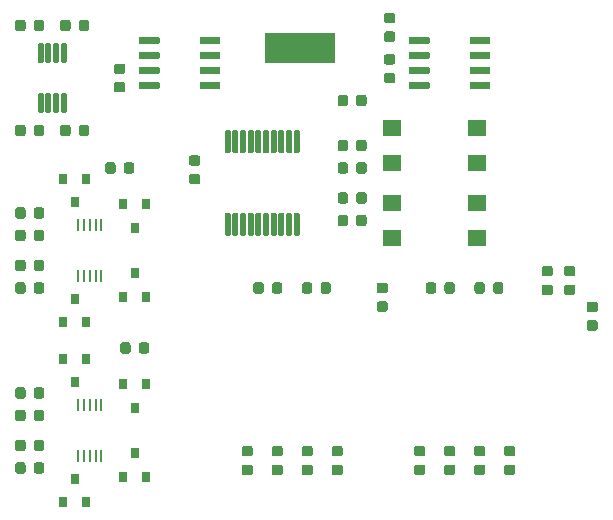
<source format=gbr>
G04 #@! TF.GenerationSoftware,KiCad,Pcbnew,5.1.5-52549c5~84~ubuntu18.04.1*
G04 #@! TF.CreationDate,2020-01-16T02:56:41-05:00*
G04 #@! TF.ProjectId,PiADC2,50694144-4332-42e6-9b69-6361645f7063,1.0*
G04 #@! TF.SameCoordinates,Original*
G04 #@! TF.FileFunction,Paste,Top*
G04 #@! TF.FilePolarity,Positive*
%FSLAX46Y46*%
G04 Gerber Fmt 4.6, Leading zero omitted, Abs format (unit mm)*
G04 Created by KiCad (PCBNEW 5.1.5-52549c5~84~ubuntu18.04.1) date 2020-01-16 02:56:41*
%MOMM*%
%LPD*%
G04 APERTURE LIST*
%ADD10C,0.100000*%
%ADD11R,1.600000X1.400000*%
%ADD12R,6.000000X2.500000*%
%ADD13R,0.250000X1.100000*%
%ADD14R,0.800000X0.900000*%
G04 APERTURE END LIST*
D10*
G36*
X166647691Y-105303553D02*
G01*
X166668926Y-105306703D01*
X166689750Y-105311919D01*
X166709962Y-105319151D01*
X166729368Y-105328330D01*
X166747781Y-105339366D01*
X166765024Y-105352154D01*
X166780930Y-105366570D01*
X166795346Y-105382476D01*
X166808134Y-105399719D01*
X166819170Y-105418132D01*
X166828349Y-105437538D01*
X166835581Y-105457750D01*
X166840797Y-105478574D01*
X166843947Y-105499809D01*
X166845000Y-105521250D01*
X166845000Y-105958750D01*
X166843947Y-105980191D01*
X166840797Y-106001426D01*
X166835581Y-106022250D01*
X166828349Y-106042462D01*
X166819170Y-106061868D01*
X166808134Y-106080281D01*
X166795346Y-106097524D01*
X166780930Y-106113430D01*
X166765024Y-106127846D01*
X166747781Y-106140634D01*
X166729368Y-106151670D01*
X166709962Y-106160849D01*
X166689750Y-106168081D01*
X166668926Y-106173297D01*
X166647691Y-106176447D01*
X166626250Y-106177500D01*
X166113750Y-106177500D01*
X166092309Y-106176447D01*
X166071074Y-106173297D01*
X166050250Y-106168081D01*
X166030038Y-106160849D01*
X166010632Y-106151670D01*
X165992219Y-106140634D01*
X165974976Y-106127846D01*
X165959070Y-106113430D01*
X165944654Y-106097524D01*
X165931866Y-106080281D01*
X165920830Y-106061868D01*
X165911651Y-106042462D01*
X165904419Y-106022250D01*
X165899203Y-106001426D01*
X165896053Y-105980191D01*
X165895000Y-105958750D01*
X165895000Y-105521250D01*
X165896053Y-105499809D01*
X165899203Y-105478574D01*
X165904419Y-105457750D01*
X165911651Y-105437538D01*
X165920830Y-105418132D01*
X165931866Y-105399719D01*
X165944654Y-105382476D01*
X165959070Y-105366570D01*
X165974976Y-105352154D01*
X165992219Y-105339366D01*
X166010632Y-105328330D01*
X166030038Y-105319151D01*
X166050250Y-105311919D01*
X166071074Y-105306703D01*
X166092309Y-105303553D01*
X166113750Y-105302500D01*
X166626250Y-105302500D01*
X166647691Y-105303553D01*
G37*
G36*
X166647691Y-106878553D02*
G01*
X166668926Y-106881703D01*
X166689750Y-106886919D01*
X166709962Y-106894151D01*
X166729368Y-106903330D01*
X166747781Y-106914366D01*
X166765024Y-106927154D01*
X166780930Y-106941570D01*
X166795346Y-106957476D01*
X166808134Y-106974719D01*
X166819170Y-106993132D01*
X166828349Y-107012538D01*
X166835581Y-107032750D01*
X166840797Y-107053574D01*
X166843947Y-107074809D01*
X166845000Y-107096250D01*
X166845000Y-107533750D01*
X166843947Y-107555191D01*
X166840797Y-107576426D01*
X166835581Y-107597250D01*
X166828349Y-107617462D01*
X166819170Y-107636868D01*
X166808134Y-107655281D01*
X166795346Y-107672524D01*
X166780930Y-107688430D01*
X166765024Y-107702846D01*
X166747781Y-107715634D01*
X166729368Y-107726670D01*
X166709962Y-107735849D01*
X166689750Y-107743081D01*
X166668926Y-107748297D01*
X166647691Y-107751447D01*
X166626250Y-107752500D01*
X166113750Y-107752500D01*
X166092309Y-107751447D01*
X166071074Y-107748297D01*
X166050250Y-107743081D01*
X166030038Y-107735849D01*
X166010632Y-107726670D01*
X165992219Y-107715634D01*
X165974976Y-107702846D01*
X165959070Y-107688430D01*
X165944654Y-107672524D01*
X165931866Y-107655281D01*
X165920830Y-107636868D01*
X165911651Y-107617462D01*
X165904419Y-107597250D01*
X165899203Y-107576426D01*
X165896053Y-107555191D01*
X165895000Y-107533750D01*
X165895000Y-107096250D01*
X165896053Y-107074809D01*
X165899203Y-107053574D01*
X165904419Y-107032750D01*
X165911651Y-107012538D01*
X165920830Y-106993132D01*
X165931866Y-106974719D01*
X165944654Y-106957476D01*
X165959070Y-106941570D01*
X165974976Y-106927154D01*
X165992219Y-106914366D01*
X166010632Y-106903330D01*
X166030038Y-106894151D01*
X166050250Y-106886919D01*
X166071074Y-106881703D01*
X166092309Y-106878553D01*
X166113750Y-106877500D01*
X166626250Y-106877500D01*
X166647691Y-106878553D01*
G37*
G36*
X148867691Y-103703553D02*
G01*
X148888926Y-103706703D01*
X148909750Y-103711919D01*
X148929962Y-103719151D01*
X148949368Y-103728330D01*
X148967781Y-103739366D01*
X148985024Y-103752154D01*
X149000930Y-103766570D01*
X149015346Y-103782476D01*
X149028134Y-103799719D01*
X149039170Y-103818132D01*
X149048349Y-103837538D01*
X149055581Y-103857750D01*
X149060797Y-103878574D01*
X149063947Y-103899809D01*
X149065000Y-103921250D01*
X149065000Y-104358750D01*
X149063947Y-104380191D01*
X149060797Y-104401426D01*
X149055581Y-104422250D01*
X149048349Y-104442462D01*
X149039170Y-104461868D01*
X149028134Y-104480281D01*
X149015346Y-104497524D01*
X149000930Y-104513430D01*
X148985024Y-104527846D01*
X148967781Y-104540634D01*
X148949368Y-104551670D01*
X148929962Y-104560849D01*
X148909750Y-104568081D01*
X148888926Y-104573297D01*
X148867691Y-104576447D01*
X148846250Y-104577500D01*
X148333750Y-104577500D01*
X148312309Y-104576447D01*
X148291074Y-104573297D01*
X148270250Y-104568081D01*
X148250038Y-104560849D01*
X148230632Y-104551670D01*
X148212219Y-104540634D01*
X148194976Y-104527846D01*
X148179070Y-104513430D01*
X148164654Y-104497524D01*
X148151866Y-104480281D01*
X148140830Y-104461868D01*
X148131651Y-104442462D01*
X148124419Y-104422250D01*
X148119203Y-104401426D01*
X148116053Y-104380191D01*
X148115000Y-104358750D01*
X148115000Y-103921250D01*
X148116053Y-103899809D01*
X148119203Y-103878574D01*
X148124419Y-103857750D01*
X148131651Y-103837538D01*
X148140830Y-103818132D01*
X148151866Y-103799719D01*
X148164654Y-103782476D01*
X148179070Y-103766570D01*
X148194976Y-103752154D01*
X148212219Y-103739366D01*
X148230632Y-103728330D01*
X148250038Y-103719151D01*
X148270250Y-103711919D01*
X148291074Y-103706703D01*
X148312309Y-103703553D01*
X148333750Y-103702500D01*
X148846250Y-103702500D01*
X148867691Y-103703553D01*
G37*
G36*
X148867691Y-105278553D02*
G01*
X148888926Y-105281703D01*
X148909750Y-105286919D01*
X148929962Y-105294151D01*
X148949368Y-105303330D01*
X148967781Y-105314366D01*
X148985024Y-105327154D01*
X149000930Y-105341570D01*
X149015346Y-105357476D01*
X149028134Y-105374719D01*
X149039170Y-105393132D01*
X149048349Y-105412538D01*
X149055581Y-105432750D01*
X149060797Y-105453574D01*
X149063947Y-105474809D01*
X149065000Y-105496250D01*
X149065000Y-105933750D01*
X149063947Y-105955191D01*
X149060797Y-105976426D01*
X149055581Y-105997250D01*
X149048349Y-106017462D01*
X149039170Y-106036868D01*
X149028134Y-106055281D01*
X149015346Y-106072524D01*
X149000930Y-106088430D01*
X148985024Y-106102846D01*
X148967781Y-106115634D01*
X148949368Y-106126670D01*
X148929962Y-106135849D01*
X148909750Y-106143081D01*
X148888926Y-106148297D01*
X148867691Y-106151447D01*
X148846250Y-106152500D01*
X148333750Y-106152500D01*
X148312309Y-106151447D01*
X148291074Y-106148297D01*
X148270250Y-106143081D01*
X148250038Y-106135849D01*
X148230632Y-106126670D01*
X148212219Y-106115634D01*
X148194976Y-106102846D01*
X148179070Y-106088430D01*
X148164654Y-106072524D01*
X148151866Y-106055281D01*
X148140830Y-106036868D01*
X148131651Y-106017462D01*
X148124419Y-105997250D01*
X148119203Y-105976426D01*
X148116053Y-105955191D01*
X148115000Y-105933750D01*
X148115000Y-105496250D01*
X148116053Y-105474809D01*
X148119203Y-105453574D01*
X148124419Y-105432750D01*
X148131651Y-105412538D01*
X148140830Y-105393132D01*
X148151866Y-105374719D01*
X148164654Y-105357476D01*
X148179070Y-105341570D01*
X148194976Y-105327154D01*
X148212219Y-105314366D01*
X148230632Y-105303330D01*
X148250038Y-105294151D01*
X148270250Y-105286919D01*
X148291074Y-105281703D01*
X148312309Y-105278553D01*
X148333750Y-105277500D01*
X148846250Y-105277500D01*
X148867691Y-105278553D01*
G37*
G36*
X132992691Y-92908553D02*
G01*
X133013926Y-92911703D01*
X133034750Y-92916919D01*
X133054962Y-92924151D01*
X133074368Y-92933330D01*
X133092781Y-92944366D01*
X133110024Y-92957154D01*
X133125930Y-92971570D01*
X133140346Y-92987476D01*
X133153134Y-93004719D01*
X133164170Y-93023132D01*
X133173349Y-93042538D01*
X133180581Y-93062750D01*
X133185797Y-93083574D01*
X133188947Y-93104809D01*
X133190000Y-93126250D01*
X133190000Y-93563750D01*
X133188947Y-93585191D01*
X133185797Y-93606426D01*
X133180581Y-93627250D01*
X133173349Y-93647462D01*
X133164170Y-93666868D01*
X133153134Y-93685281D01*
X133140346Y-93702524D01*
X133125930Y-93718430D01*
X133110024Y-93732846D01*
X133092781Y-93745634D01*
X133074368Y-93756670D01*
X133054962Y-93765849D01*
X133034750Y-93773081D01*
X133013926Y-93778297D01*
X132992691Y-93781447D01*
X132971250Y-93782500D01*
X132458750Y-93782500D01*
X132437309Y-93781447D01*
X132416074Y-93778297D01*
X132395250Y-93773081D01*
X132375038Y-93765849D01*
X132355632Y-93756670D01*
X132337219Y-93745634D01*
X132319976Y-93732846D01*
X132304070Y-93718430D01*
X132289654Y-93702524D01*
X132276866Y-93685281D01*
X132265830Y-93666868D01*
X132256651Y-93647462D01*
X132249419Y-93627250D01*
X132244203Y-93606426D01*
X132241053Y-93585191D01*
X132240000Y-93563750D01*
X132240000Y-93126250D01*
X132241053Y-93104809D01*
X132244203Y-93083574D01*
X132249419Y-93062750D01*
X132256651Y-93042538D01*
X132265830Y-93023132D01*
X132276866Y-93004719D01*
X132289654Y-92987476D01*
X132304070Y-92971570D01*
X132319976Y-92957154D01*
X132337219Y-92944366D01*
X132355632Y-92933330D01*
X132375038Y-92924151D01*
X132395250Y-92916919D01*
X132416074Y-92911703D01*
X132437309Y-92908553D01*
X132458750Y-92907500D01*
X132971250Y-92907500D01*
X132992691Y-92908553D01*
G37*
G36*
X132992691Y-94483553D02*
G01*
X133013926Y-94486703D01*
X133034750Y-94491919D01*
X133054962Y-94499151D01*
X133074368Y-94508330D01*
X133092781Y-94519366D01*
X133110024Y-94532154D01*
X133125930Y-94546570D01*
X133140346Y-94562476D01*
X133153134Y-94579719D01*
X133164170Y-94598132D01*
X133173349Y-94617538D01*
X133180581Y-94637750D01*
X133185797Y-94658574D01*
X133188947Y-94679809D01*
X133190000Y-94701250D01*
X133190000Y-95138750D01*
X133188947Y-95160191D01*
X133185797Y-95181426D01*
X133180581Y-95202250D01*
X133173349Y-95222462D01*
X133164170Y-95241868D01*
X133153134Y-95260281D01*
X133140346Y-95277524D01*
X133125930Y-95293430D01*
X133110024Y-95307846D01*
X133092781Y-95320634D01*
X133074368Y-95331670D01*
X133054962Y-95340849D01*
X133034750Y-95348081D01*
X133013926Y-95353297D01*
X132992691Y-95356447D01*
X132971250Y-95357500D01*
X132458750Y-95357500D01*
X132437309Y-95356447D01*
X132416074Y-95353297D01*
X132395250Y-95348081D01*
X132375038Y-95340849D01*
X132355632Y-95331670D01*
X132337219Y-95320634D01*
X132319976Y-95307846D01*
X132304070Y-95293430D01*
X132289654Y-95277524D01*
X132276866Y-95260281D01*
X132265830Y-95241868D01*
X132256651Y-95222462D01*
X132249419Y-95202250D01*
X132244203Y-95181426D01*
X132241053Y-95160191D01*
X132240000Y-95138750D01*
X132240000Y-94701250D01*
X132241053Y-94679809D01*
X132244203Y-94658574D01*
X132249419Y-94637750D01*
X132256651Y-94617538D01*
X132265830Y-94598132D01*
X132276866Y-94579719D01*
X132289654Y-94562476D01*
X132304070Y-94546570D01*
X132319976Y-94532154D01*
X132337219Y-94519366D01*
X132355632Y-94508330D01*
X132375038Y-94499151D01*
X132395250Y-94491919D01*
X132416074Y-94486703D01*
X132437309Y-94483553D01*
X132458750Y-94482500D01*
X132971250Y-94482500D01*
X132992691Y-94483553D01*
G37*
G36*
X145502691Y-87791053D02*
G01*
X145523926Y-87794203D01*
X145544750Y-87799419D01*
X145564962Y-87806651D01*
X145584368Y-87815830D01*
X145602781Y-87826866D01*
X145620024Y-87839654D01*
X145635930Y-87854070D01*
X145650346Y-87869976D01*
X145663134Y-87887219D01*
X145674170Y-87905632D01*
X145683349Y-87925038D01*
X145690581Y-87945250D01*
X145695797Y-87966074D01*
X145698947Y-87987309D01*
X145700000Y-88008750D01*
X145700000Y-88521250D01*
X145698947Y-88542691D01*
X145695797Y-88563926D01*
X145690581Y-88584750D01*
X145683349Y-88604962D01*
X145674170Y-88624368D01*
X145663134Y-88642781D01*
X145650346Y-88660024D01*
X145635930Y-88675930D01*
X145620024Y-88690346D01*
X145602781Y-88703134D01*
X145584368Y-88714170D01*
X145564962Y-88723349D01*
X145544750Y-88730581D01*
X145523926Y-88735797D01*
X145502691Y-88738947D01*
X145481250Y-88740000D01*
X145043750Y-88740000D01*
X145022309Y-88738947D01*
X145001074Y-88735797D01*
X144980250Y-88730581D01*
X144960038Y-88723349D01*
X144940632Y-88714170D01*
X144922219Y-88703134D01*
X144904976Y-88690346D01*
X144889070Y-88675930D01*
X144874654Y-88660024D01*
X144861866Y-88642781D01*
X144850830Y-88624368D01*
X144841651Y-88604962D01*
X144834419Y-88584750D01*
X144829203Y-88563926D01*
X144826053Y-88542691D01*
X144825000Y-88521250D01*
X144825000Y-88008750D01*
X144826053Y-87987309D01*
X144829203Y-87966074D01*
X144834419Y-87945250D01*
X144841651Y-87925038D01*
X144850830Y-87905632D01*
X144861866Y-87887219D01*
X144874654Y-87869976D01*
X144889070Y-87854070D01*
X144904976Y-87839654D01*
X144922219Y-87826866D01*
X144940632Y-87815830D01*
X144960038Y-87806651D01*
X144980250Y-87799419D01*
X145001074Y-87794203D01*
X145022309Y-87791053D01*
X145043750Y-87790000D01*
X145481250Y-87790000D01*
X145502691Y-87791053D01*
G37*
G36*
X147077691Y-87791053D02*
G01*
X147098926Y-87794203D01*
X147119750Y-87799419D01*
X147139962Y-87806651D01*
X147159368Y-87815830D01*
X147177781Y-87826866D01*
X147195024Y-87839654D01*
X147210930Y-87854070D01*
X147225346Y-87869976D01*
X147238134Y-87887219D01*
X147249170Y-87905632D01*
X147258349Y-87925038D01*
X147265581Y-87945250D01*
X147270797Y-87966074D01*
X147273947Y-87987309D01*
X147275000Y-88008750D01*
X147275000Y-88521250D01*
X147273947Y-88542691D01*
X147270797Y-88563926D01*
X147265581Y-88584750D01*
X147258349Y-88604962D01*
X147249170Y-88624368D01*
X147238134Y-88642781D01*
X147225346Y-88660024D01*
X147210930Y-88675930D01*
X147195024Y-88690346D01*
X147177781Y-88703134D01*
X147159368Y-88714170D01*
X147139962Y-88723349D01*
X147119750Y-88730581D01*
X147098926Y-88735797D01*
X147077691Y-88738947D01*
X147056250Y-88740000D01*
X146618750Y-88740000D01*
X146597309Y-88738947D01*
X146576074Y-88735797D01*
X146555250Y-88730581D01*
X146535038Y-88723349D01*
X146515632Y-88714170D01*
X146497219Y-88703134D01*
X146479976Y-88690346D01*
X146464070Y-88675930D01*
X146449654Y-88660024D01*
X146436866Y-88642781D01*
X146425830Y-88624368D01*
X146416651Y-88604962D01*
X146409419Y-88584750D01*
X146404203Y-88563926D01*
X146401053Y-88542691D01*
X146400000Y-88521250D01*
X146400000Y-88008750D01*
X146401053Y-87987309D01*
X146404203Y-87966074D01*
X146409419Y-87945250D01*
X146416651Y-87925038D01*
X146425830Y-87905632D01*
X146436866Y-87887219D01*
X146449654Y-87869976D01*
X146464070Y-87854070D01*
X146479976Y-87839654D01*
X146497219Y-87826866D01*
X146515632Y-87815830D01*
X146535038Y-87806651D01*
X146555250Y-87799419D01*
X146576074Y-87794203D01*
X146597309Y-87791053D01*
X146618750Y-87790000D01*
X147056250Y-87790000D01*
X147077691Y-87791053D01*
G37*
G36*
X127392691Y-93506053D02*
G01*
X127413926Y-93509203D01*
X127434750Y-93514419D01*
X127454962Y-93521651D01*
X127474368Y-93530830D01*
X127492781Y-93541866D01*
X127510024Y-93554654D01*
X127525930Y-93569070D01*
X127540346Y-93584976D01*
X127553134Y-93602219D01*
X127564170Y-93620632D01*
X127573349Y-93640038D01*
X127580581Y-93660250D01*
X127585797Y-93681074D01*
X127588947Y-93702309D01*
X127590000Y-93723750D01*
X127590000Y-94236250D01*
X127588947Y-94257691D01*
X127585797Y-94278926D01*
X127580581Y-94299750D01*
X127573349Y-94319962D01*
X127564170Y-94339368D01*
X127553134Y-94357781D01*
X127540346Y-94375024D01*
X127525930Y-94390930D01*
X127510024Y-94405346D01*
X127492781Y-94418134D01*
X127474368Y-94429170D01*
X127454962Y-94438349D01*
X127434750Y-94445581D01*
X127413926Y-94450797D01*
X127392691Y-94453947D01*
X127371250Y-94455000D01*
X126933750Y-94455000D01*
X126912309Y-94453947D01*
X126891074Y-94450797D01*
X126870250Y-94445581D01*
X126850038Y-94438349D01*
X126830632Y-94429170D01*
X126812219Y-94418134D01*
X126794976Y-94405346D01*
X126779070Y-94390930D01*
X126764654Y-94375024D01*
X126751866Y-94357781D01*
X126740830Y-94339368D01*
X126731651Y-94319962D01*
X126724419Y-94299750D01*
X126719203Y-94278926D01*
X126716053Y-94257691D01*
X126715000Y-94236250D01*
X126715000Y-93723750D01*
X126716053Y-93702309D01*
X126719203Y-93681074D01*
X126724419Y-93660250D01*
X126731651Y-93640038D01*
X126740830Y-93620632D01*
X126751866Y-93602219D01*
X126764654Y-93584976D01*
X126779070Y-93569070D01*
X126794976Y-93554654D01*
X126812219Y-93541866D01*
X126830632Y-93530830D01*
X126850038Y-93521651D01*
X126870250Y-93514419D01*
X126891074Y-93509203D01*
X126912309Y-93506053D01*
X126933750Y-93505000D01*
X127371250Y-93505000D01*
X127392691Y-93506053D01*
G37*
G36*
X125817691Y-93506053D02*
G01*
X125838926Y-93509203D01*
X125859750Y-93514419D01*
X125879962Y-93521651D01*
X125899368Y-93530830D01*
X125917781Y-93541866D01*
X125935024Y-93554654D01*
X125950930Y-93569070D01*
X125965346Y-93584976D01*
X125978134Y-93602219D01*
X125989170Y-93620632D01*
X125998349Y-93640038D01*
X126005581Y-93660250D01*
X126010797Y-93681074D01*
X126013947Y-93702309D01*
X126015000Y-93723750D01*
X126015000Y-94236250D01*
X126013947Y-94257691D01*
X126010797Y-94278926D01*
X126005581Y-94299750D01*
X125998349Y-94319962D01*
X125989170Y-94339368D01*
X125978134Y-94357781D01*
X125965346Y-94375024D01*
X125950930Y-94390930D01*
X125935024Y-94405346D01*
X125917781Y-94418134D01*
X125899368Y-94429170D01*
X125879962Y-94438349D01*
X125859750Y-94445581D01*
X125838926Y-94450797D01*
X125817691Y-94453947D01*
X125796250Y-94455000D01*
X125358750Y-94455000D01*
X125337309Y-94453947D01*
X125316074Y-94450797D01*
X125295250Y-94445581D01*
X125275038Y-94438349D01*
X125255632Y-94429170D01*
X125237219Y-94418134D01*
X125219976Y-94405346D01*
X125204070Y-94390930D01*
X125189654Y-94375024D01*
X125176866Y-94357781D01*
X125165830Y-94339368D01*
X125156651Y-94319962D01*
X125149419Y-94299750D01*
X125144203Y-94278926D01*
X125141053Y-94257691D01*
X125140000Y-94236250D01*
X125140000Y-93723750D01*
X125141053Y-93702309D01*
X125144203Y-93681074D01*
X125149419Y-93660250D01*
X125156651Y-93640038D01*
X125165830Y-93620632D01*
X125176866Y-93602219D01*
X125189654Y-93584976D01*
X125204070Y-93569070D01*
X125219976Y-93554654D01*
X125237219Y-93541866D01*
X125255632Y-93530830D01*
X125275038Y-93521651D01*
X125295250Y-93514419D01*
X125316074Y-93509203D01*
X125337309Y-93506053D01*
X125358750Y-93505000D01*
X125796250Y-93505000D01*
X125817691Y-93506053D01*
G37*
G36*
X127087691Y-108746053D02*
G01*
X127108926Y-108749203D01*
X127129750Y-108754419D01*
X127149962Y-108761651D01*
X127169368Y-108770830D01*
X127187781Y-108781866D01*
X127205024Y-108794654D01*
X127220930Y-108809070D01*
X127235346Y-108824976D01*
X127248134Y-108842219D01*
X127259170Y-108860632D01*
X127268349Y-108880038D01*
X127275581Y-108900250D01*
X127280797Y-108921074D01*
X127283947Y-108942309D01*
X127285000Y-108963750D01*
X127285000Y-109476250D01*
X127283947Y-109497691D01*
X127280797Y-109518926D01*
X127275581Y-109539750D01*
X127268349Y-109559962D01*
X127259170Y-109579368D01*
X127248134Y-109597781D01*
X127235346Y-109615024D01*
X127220930Y-109630930D01*
X127205024Y-109645346D01*
X127187781Y-109658134D01*
X127169368Y-109669170D01*
X127149962Y-109678349D01*
X127129750Y-109685581D01*
X127108926Y-109690797D01*
X127087691Y-109693947D01*
X127066250Y-109695000D01*
X126628750Y-109695000D01*
X126607309Y-109693947D01*
X126586074Y-109690797D01*
X126565250Y-109685581D01*
X126545038Y-109678349D01*
X126525632Y-109669170D01*
X126507219Y-109658134D01*
X126489976Y-109645346D01*
X126474070Y-109630930D01*
X126459654Y-109615024D01*
X126446866Y-109597781D01*
X126435830Y-109579368D01*
X126426651Y-109559962D01*
X126419419Y-109539750D01*
X126414203Y-109518926D01*
X126411053Y-109497691D01*
X126410000Y-109476250D01*
X126410000Y-108963750D01*
X126411053Y-108942309D01*
X126414203Y-108921074D01*
X126419419Y-108900250D01*
X126426651Y-108880038D01*
X126435830Y-108860632D01*
X126446866Y-108842219D01*
X126459654Y-108824976D01*
X126474070Y-108809070D01*
X126489976Y-108794654D01*
X126507219Y-108781866D01*
X126525632Y-108770830D01*
X126545038Y-108761651D01*
X126565250Y-108754419D01*
X126586074Y-108749203D01*
X126607309Y-108746053D01*
X126628750Y-108745000D01*
X127066250Y-108745000D01*
X127087691Y-108746053D01*
G37*
G36*
X128662691Y-108746053D02*
G01*
X128683926Y-108749203D01*
X128704750Y-108754419D01*
X128724962Y-108761651D01*
X128744368Y-108770830D01*
X128762781Y-108781866D01*
X128780024Y-108794654D01*
X128795930Y-108809070D01*
X128810346Y-108824976D01*
X128823134Y-108842219D01*
X128834170Y-108860632D01*
X128843349Y-108880038D01*
X128850581Y-108900250D01*
X128855797Y-108921074D01*
X128858947Y-108942309D01*
X128860000Y-108963750D01*
X128860000Y-109476250D01*
X128858947Y-109497691D01*
X128855797Y-109518926D01*
X128850581Y-109539750D01*
X128843349Y-109559962D01*
X128834170Y-109579368D01*
X128823134Y-109597781D01*
X128810346Y-109615024D01*
X128795930Y-109630930D01*
X128780024Y-109645346D01*
X128762781Y-109658134D01*
X128744368Y-109669170D01*
X128724962Y-109678349D01*
X128704750Y-109685581D01*
X128683926Y-109690797D01*
X128662691Y-109693947D01*
X128641250Y-109695000D01*
X128203750Y-109695000D01*
X128182309Y-109693947D01*
X128161074Y-109690797D01*
X128140250Y-109685581D01*
X128120038Y-109678349D01*
X128100632Y-109669170D01*
X128082219Y-109658134D01*
X128064976Y-109645346D01*
X128049070Y-109630930D01*
X128034654Y-109615024D01*
X128021866Y-109597781D01*
X128010830Y-109579368D01*
X128001651Y-109559962D01*
X127994419Y-109539750D01*
X127989203Y-109518926D01*
X127986053Y-109497691D01*
X127985000Y-109476250D01*
X127985000Y-108963750D01*
X127986053Y-108942309D01*
X127989203Y-108921074D01*
X127994419Y-108900250D01*
X128001651Y-108880038D01*
X128010830Y-108860632D01*
X128021866Y-108842219D01*
X128034654Y-108824976D01*
X128049070Y-108809070D01*
X128064976Y-108794654D01*
X128082219Y-108781866D01*
X128100632Y-108770830D01*
X128120038Y-108761651D01*
X128140250Y-108754419D01*
X128161074Y-108749203D01*
X128182309Y-108746053D01*
X128203750Y-108745000D01*
X128641250Y-108745000D01*
X128662691Y-108746053D01*
G37*
D11*
X149435000Y-93575000D03*
X156635000Y-93575000D03*
X149435000Y-90575000D03*
X156635000Y-90575000D03*
X149435000Y-99925000D03*
X156635000Y-99925000D03*
X149435000Y-96925000D03*
X156635000Y-96925000D03*
D10*
G36*
X162837691Y-102281053D02*
G01*
X162858926Y-102284203D01*
X162879750Y-102289419D01*
X162899962Y-102296651D01*
X162919368Y-102305830D01*
X162937781Y-102316866D01*
X162955024Y-102329654D01*
X162970930Y-102344070D01*
X162985346Y-102359976D01*
X162998134Y-102377219D01*
X163009170Y-102395632D01*
X163018349Y-102415038D01*
X163025581Y-102435250D01*
X163030797Y-102456074D01*
X163033947Y-102477309D01*
X163035000Y-102498750D01*
X163035000Y-102936250D01*
X163033947Y-102957691D01*
X163030797Y-102978926D01*
X163025581Y-102999750D01*
X163018349Y-103019962D01*
X163009170Y-103039368D01*
X162998134Y-103057781D01*
X162985346Y-103075024D01*
X162970930Y-103090930D01*
X162955024Y-103105346D01*
X162937781Y-103118134D01*
X162919368Y-103129170D01*
X162899962Y-103138349D01*
X162879750Y-103145581D01*
X162858926Y-103150797D01*
X162837691Y-103153947D01*
X162816250Y-103155000D01*
X162303750Y-103155000D01*
X162282309Y-103153947D01*
X162261074Y-103150797D01*
X162240250Y-103145581D01*
X162220038Y-103138349D01*
X162200632Y-103129170D01*
X162182219Y-103118134D01*
X162164976Y-103105346D01*
X162149070Y-103090930D01*
X162134654Y-103075024D01*
X162121866Y-103057781D01*
X162110830Y-103039368D01*
X162101651Y-103019962D01*
X162094419Y-102999750D01*
X162089203Y-102978926D01*
X162086053Y-102957691D01*
X162085000Y-102936250D01*
X162085000Y-102498750D01*
X162086053Y-102477309D01*
X162089203Y-102456074D01*
X162094419Y-102435250D01*
X162101651Y-102415038D01*
X162110830Y-102395632D01*
X162121866Y-102377219D01*
X162134654Y-102359976D01*
X162149070Y-102344070D01*
X162164976Y-102329654D01*
X162182219Y-102316866D01*
X162200632Y-102305830D01*
X162220038Y-102296651D01*
X162240250Y-102289419D01*
X162261074Y-102284203D01*
X162282309Y-102281053D01*
X162303750Y-102280000D01*
X162816250Y-102280000D01*
X162837691Y-102281053D01*
G37*
G36*
X162837691Y-103856053D02*
G01*
X162858926Y-103859203D01*
X162879750Y-103864419D01*
X162899962Y-103871651D01*
X162919368Y-103880830D01*
X162937781Y-103891866D01*
X162955024Y-103904654D01*
X162970930Y-103919070D01*
X162985346Y-103934976D01*
X162998134Y-103952219D01*
X163009170Y-103970632D01*
X163018349Y-103990038D01*
X163025581Y-104010250D01*
X163030797Y-104031074D01*
X163033947Y-104052309D01*
X163035000Y-104073750D01*
X163035000Y-104511250D01*
X163033947Y-104532691D01*
X163030797Y-104553926D01*
X163025581Y-104574750D01*
X163018349Y-104594962D01*
X163009170Y-104614368D01*
X162998134Y-104632781D01*
X162985346Y-104650024D01*
X162970930Y-104665930D01*
X162955024Y-104680346D01*
X162937781Y-104693134D01*
X162919368Y-104704170D01*
X162899962Y-104713349D01*
X162879750Y-104720581D01*
X162858926Y-104725797D01*
X162837691Y-104728947D01*
X162816250Y-104730000D01*
X162303750Y-104730000D01*
X162282309Y-104728947D01*
X162261074Y-104725797D01*
X162240250Y-104720581D01*
X162220038Y-104713349D01*
X162200632Y-104704170D01*
X162182219Y-104693134D01*
X162164976Y-104680346D01*
X162149070Y-104665930D01*
X162134654Y-104650024D01*
X162121866Y-104632781D01*
X162110830Y-104614368D01*
X162101651Y-104594962D01*
X162094419Y-104574750D01*
X162089203Y-104553926D01*
X162086053Y-104532691D01*
X162085000Y-104511250D01*
X162085000Y-104073750D01*
X162086053Y-104052309D01*
X162089203Y-104031074D01*
X162094419Y-104010250D01*
X162101651Y-103990038D01*
X162110830Y-103970632D01*
X162121866Y-103952219D01*
X162134654Y-103934976D01*
X162149070Y-103919070D01*
X162164976Y-103904654D01*
X162182219Y-103891866D01*
X162200632Y-103880830D01*
X162220038Y-103871651D01*
X162240250Y-103864419D01*
X162261074Y-103859203D01*
X162282309Y-103856053D01*
X162303750Y-103855000D01*
X162816250Y-103855000D01*
X162837691Y-103856053D01*
G37*
G36*
X164742691Y-102281053D02*
G01*
X164763926Y-102284203D01*
X164784750Y-102289419D01*
X164804962Y-102296651D01*
X164824368Y-102305830D01*
X164842781Y-102316866D01*
X164860024Y-102329654D01*
X164875930Y-102344070D01*
X164890346Y-102359976D01*
X164903134Y-102377219D01*
X164914170Y-102395632D01*
X164923349Y-102415038D01*
X164930581Y-102435250D01*
X164935797Y-102456074D01*
X164938947Y-102477309D01*
X164940000Y-102498750D01*
X164940000Y-102936250D01*
X164938947Y-102957691D01*
X164935797Y-102978926D01*
X164930581Y-102999750D01*
X164923349Y-103019962D01*
X164914170Y-103039368D01*
X164903134Y-103057781D01*
X164890346Y-103075024D01*
X164875930Y-103090930D01*
X164860024Y-103105346D01*
X164842781Y-103118134D01*
X164824368Y-103129170D01*
X164804962Y-103138349D01*
X164784750Y-103145581D01*
X164763926Y-103150797D01*
X164742691Y-103153947D01*
X164721250Y-103155000D01*
X164208750Y-103155000D01*
X164187309Y-103153947D01*
X164166074Y-103150797D01*
X164145250Y-103145581D01*
X164125038Y-103138349D01*
X164105632Y-103129170D01*
X164087219Y-103118134D01*
X164069976Y-103105346D01*
X164054070Y-103090930D01*
X164039654Y-103075024D01*
X164026866Y-103057781D01*
X164015830Y-103039368D01*
X164006651Y-103019962D01*
X163999419Y-102999750D01*
X163994203Y-102978926D01*
X163991053Y-102957691D01*
X163990000Y-102936250D01*
X163990000Y-102498750D01*
X163991053Y-102477309D01*
X163994203Y-102456074D01*
X163999419Y-102435250D01*
X164006651Y-102415038D01*
X164015830Y-102395632D01*
X164026866Y-102377219D01*
X164039654Y-102359976D01*
X164054070Y-102344070D01*
X164069976Y-102329654D01*
X164087219Y-102316866D01*
X164105632Y-102305830D01*
X164125038Y-102296651D01*
X164145250Y-102289419D01*
X164166074Y-102284203D01*
X164187309Y-102281053D01*
X164208750Y-102280000D01*
X164721250Y-102280000D01*
X164742691Y-102281053D01*
G37*
G36*
X164742691Y-103856053D02*
G01*
X164763926Y-103859203D01*
X164784750Y-103864419D01*
X164804962Y-103871651D01*
X164824368Y-103880830D01*
X164842781Y-103891866D01*
X164860024Y-103904654D01*
X164875930Y-103919070D01*
X164890346Y-103934976D01*
X164903134Y-103952219D01*
X164914170Y-103970632D01*
X164923349Y-103990038D01*
X164930581Y-104010250D01*
X164935797Y-104031074D01*
X164938947Y-104052309D01*
X164940000Y-104073750D01*
X164940000Y-104511250D01*
X164938947Y-104532691D01*
X164935797Y-104553926D01*
X164930581Y-104574750D01*
X164923349Y-104594962D01*
X164914170Y-104614368D01*
X164903134Y-104632781D01*
X164890346Y-104650024D01*
X164875930Y-104665930D01*
X164860024Y-104680346D01*
X164842781Y-104693134D01*
X164824368Y-104704170D01*
X164804962Y-104713349D01*
X164784750Y-104720581D01*
X164763926Y-104725797D01*
X164742691Y-104728947D01*
X164721250Y-104730000D01*
X164208750Y-104730000D01*
X164187309Y-104728947D01*
X164166074Y-104725797D01*
X164145250Y-104720581D01*
X164125038Y-104713349D01*
X164105632Y-104704170D01*
X164087219Y-104693134D01*
X164069976Y-104680346D01*
X164054070Y-104665930D01*
X164039654Y-104650024D01*
X164026866Y-104632781D01*
X164015830Y-104614368D01*
X164006651Y-104594962D01*
X163999419Y-104574750D01*
X163994203Y-104553926D01*
X163991053Y-104532691D01*
X163990000Y-104511250D01*
X163990000Y-104073750D01*
X163991053Y-104052309D01*
X163994203Y-104031074D01*
X163999419Y-104010250D01*
X164006651Y-103990038D01*
X164015830Y-103970632D01*
X164026866Y-103952219D01*
X164039654Y-103934976D01*
X164054070Y-103919070D01*
X164069976Y-103904654D01*
X164087219Y-103891866D01*
X164105632Y-103880830D01*
X164125038Y-103871651D01*
X164145250Y-103864419D01*
X164166074Y-103859203D01*
X164187309Y-103856053D01*
X164208750Y-103855000D01*
X164721250Y-103855000D01*
X164742691Y-103856053D01*
G37*
G36*
X147077691Y-93506053D02*
G01*
X147098926Y-93509203D01*
X147119750Y-93514419D01*
X147139962Y-93521651D01*
X147159368Y-93530830D01*
X147177781Y-93541866D01*
X147195024Y-93554654D01*
X147210930Y-93569070D01*
X147225346Y-93584976D01*
X147238134Y-93602219D01*
X147249170Y-93620632D01*
X147258349Y-93640038D01*
X147265581Y-93660250D01*
X147270797Y-93681074D01*
X147273947Y-93702309D01*
X147275000Y-93723750D01*
X147275000Y-94236250D01*
X147273947Y-94257691D01*
X147270797Y-94278926D01*
X147265581Y-94299750D01*
X147258349Y-94319962D01*
X147249170Y-94339368D01*
X147238134Y-94357781D01*
X147225346Y-94375024D01*
X147210930Y-94390930D01*
X147195024Y-94405346D01*
X147177781Y-94418134D01*
X147159368Y-94429170D01*
X147139962Y-94438349D01*
X147119750Y-94445581D01*
X147098926Y-94450797D01*
X147077691Y-94453947D01*
X147056250Y-94455000D01*
X146618750Y-94455000D01*
X146597309Y-94453947D01*
X146576074Y-94450797D01*
X146555250Y-94445581D01*
X146535038Y-94438349D01*
X146515632Y-94429170D01*
X146497219Y-94418134D01*
X146479976Y-94405346D01*
X146464070Y-94390930D01*
X146449654Y-94375024D01*
X146436866Y-94357781D01*
X146425830Y-94339368D01*
X146416651Y-94319962D01*
X146409419Y-94299750D01*
X146404203Y-94278926D01*
X146401053Y-94257691D01*
X146400000Y-94236250D01*
X146400000Y-93723750D01*
X146401053Y-93702309D01*
X146404203Y-93681074D01*
X146409419Y-93660250D01*
X146416651Y-93640038D01*
X146425830Y-93620632D01*
X146436866Y-93602219D01*
X146449654Y-93584976D01*
X146464070Y-93569070D01*
X146479976Y-93554654D01*
X146497219Y-93541866D01*
X146515632Y-93530830D01*
X146535038Y-93521651D01*
X146555250Y-93514419D01*
X146576074Y-93509203D01*
X146597309Y-93506053D01*
X146618750Y-93505000D01*
X147056250Y-93505000D01*
X147077691Y-93506053D01*
G37*
G36*
X145502691Y-93506053D02*
G01*
X145523926Y-93509203D01*
X145544750Y-93514419D01*
X145564962Y-93521651D01*
X145584368Y-93530830D01*
X145602781Y-93541866D01*
X145620024Y-93554654D01*
X145635930Y-93569070D01*
X145650346Y-93584976D01*
X145663134Y-93602219D01*
X145674170Y-93620632D01*
X145683349Y-93640038D01*
X145690581Y-93660250D01*
X145695797Y-93681074D01*
X145698947Y-93702309D01*
X145700000Y-93723750D01*
X145700000Y-94236250D01*
X145698947Y-94257691D01*
X145695797Y-94278926D01*
X145690581Y-94299750D01*
X145683349Y-94319962D01*
X145674170Y-94339368D01*
X145663134Y-94357781D01*
X145650346Y-94375024D01*
X145635930Y-94390930D01*
X145620024Y-94405346D01*
X145602781Y-94418134D01*
X145584368Y-94429170D01*
X145564962Y-94438349D01*
X145544750Y-94445581D01*
X145523926Y-94450797D01*
X145502691Y-94453947D01*
X145481250Y-94455000D01*
X145043750Y-94455000D01*
X145022309Y-94453947D01*
X145001074Y-94450797D01*
X144980250Y-94445581D01*
X144960038Y-94438349D01*
X144940632Y-94429170D01*
X144922219Y-94418134D01*
X144904976Y-94405346D01*
X144889070Y-94390930D01*
X144874654Y-94375024D01*
X144861866Y-94357781D01*
X144850830Y-94339368D01*
X144841651Y-94319962D01*
X144834419Y-94299750D01*
X144829203Y-94278926D01*
X144826053Y-94257691D01*
X144825000Y-94236250D01*
X144825000Y-93723750D01*
X144826053Y-93702309D01*
X144829203Y-93681074D01*
X144834419Y-93660250D01*
X144841651Y-93640038D01*
X144850830Y-93620632D01*
X144861866Y-93602219D01*
X144874654Y-93584976D01*
X144889070Y-93569070D01*
X144904976Y-93554654D01*
X144922219Y-93541866D01*
X144940632Y-93530830D01*
X144960038Y-93521651D01*
X144980250Y-93514419D01*
X145001074Y-93509203D01*
X145022309Y-93506053D01*
X145043750Y-93505000D01*
X145481250Y-93505000D01*
X145502691Y-93506053D01*
G37*
G36*
X147077691Y-96046053D02*
G01*
X147098926Y-96049203D01*
X147119750Y-96054419D01*
X147139962Y-96061651D01*
X147159368Y-96070830D01*
X147177781Y-96081866D01*
X147195024Y-96094654D01*
X147210930Y-96109070D01*
X147225346Y-96124976D01*
X147238134Y-96142219D01*
X147249170Y-96160632D01*
X147258349Y-96180038D01*
X147265581Y-96200250D01*
X147270797Y-96221074D01*
X147273947Y-96242309D01*
X147275000Y-96263750D01*
X147275000Y-96776250D01*
X147273947Y-96797691D01*
X147270797Y-96818926D01*
X147265581Y-96839750D01*
X147258349Y-96859962D01*
X147249170Y-96879368D01*
X147238134Y-96897781D01*
X147225346Y-96915024D01*
X147210930Y-96930930D01*
X147195024Y-96945346D01*
X147177781Y-96958134D01*
X147159368Y-96969170D01*
X147139962Y-96978349D01*
X147119750Y-96985581D01*
X147098926Y-96990797D01*
X147077691Y-96993947D01*
X147056250Y-96995000D01*
X146618750Y-96995000D01*
X146597309Y-96993947D01*
X146576074Y-96990797D01*
X146555250Y-96985581D01*
X146535038Y-96978349D01*
X146515632Y-96969170D01*
X146497219Y-96958134D01*
X146479976Y-96945346D01*
X146464070Y-96930930D01*
X146449654Y-96915024D01*
X146436866Y-96897781D01*
X146425830Y-96879368D01*
X146416651Y-96859962D01*
X146409419Y-96839750D01*
X146404203Y-96818926D01*
X146401053Y-96797691D01*
X146400000Y-96776250D01*
X146400000Y-96263750D01*
X146401053Y-96242309D01*
X146404203Y-96221074D01*
X146409419Y-96200250D01*
X146416651Y-96180038D01*
X146425830Y-96160632D01*
X146436866Y-96142219D01*
X146449654Y-96124976D01*
X146464070Y-96109070D01*
X146479976Y-96094654D01*
X146497219Y-96081866D01*
X146515632Y-96070830D01*
X146535038Y-96061651D01*
X146555250Y-96054419D01*
X146576074Y-96049203D01*
X146597309Y-96046053D01*
X146618750Y-96045000D01*
X147056250Y-96045000D01*
X147077691Y-96046053D01*
G37*
G36*
X145502691Y-96046053D02*
G01*
X145523926Y-96049203D01*
X145544750Y-96054419D01*
X145564962Y-96061651D01*
X145584368Y-96070830D01*
X145602781Y-96081866D01*
X145620024Y-96094654D01*
X145635930Y-96109070D01*
X145650346Y-96124976D01*
X145663134Y-96142219D01*
X145674170Y-96160632D01*
X145683349Y-96180038D01*
X145690581Y-96200250D01*
X145695797Y-96221074D01*
X145698947Y-96242309D01*
X145700000Y-96263750D01*
X145700000Y-96776250D01*
X145698947Y-96797691D01*
X145695797Y-96818926D01*
X145690581Y-96839750D01*
X145683349Y-96859962D01*
X145674170Y-96879368D01*
X145663134Y-96897781D01*
X145650346Y-96915024D01*
X145635930Y-96930930D01*
X145620024Y-96945346D01*
X145602781Y-96958134D01*
X145584368Y-96969170D01*
X145564962Y-96978349D01*
X145544750Y-96985581D01*
X145523926Y-96990797D01*
X145502691Y-96993947D01*
X145481250Y-96995000D01*
X145043750Y-96995000D01*
X145022309Y-96993947D01*
X145001074Y-96990797D01*
X144980250Y-96985581D01*
X144960038Y-96978349D01*
X144940632Y-96969170D01*
X144922219Y-96958134D01*
X144904976Y-96945346D01*
X144889070Y-96930930D01*
X144874654Y-96915024D01*
X144861866Y-96897781D01*
X144850830Y-96879368D01*
X144841651Y-96859962D01*
X144834419Y-96839750D01*
X144829203Y-96818926D01*
X144826053Y-96797691D01*
X144825000Y-96776250D01*
X144825000Y-96263750D01*
X144826053Y-96242309D01*
X144829203Y-96221074D01*
X144834419Y-96200250D01*
X144841651Y-96180038D01*
X144850830Y-96160632D01*
X144861866Y-96142219D01*
X144874654Y-96124976D01*
X144889070Y-96109070D01*
X144904976Y-96094654D01*
X144922219Y-96081866D01*
X144940632Y-96070830D01*
X144960038Y-96061651D01*
X144980250Y-96054419D01*
X145001074Y-96049203D01*
X145022309Y-96046053D01*
X145043750Y-96045000D01*
X145481250Y-96045000D01*
X145502691Y-96046053D01*
G37*
G36*
X145502691Y-91601053D02*
G01*
X145523926Y-91604203D01*
X145544750Y-91609419D01*
X145564962Y-91616651D01*
X145584368Y-91625830D01*
X145602781Y-91636866D01*
X145620024Y-91649654D01*
X145635930Y-91664070D01*
X145650346Y-91679976D01*
X145663134Y-91697219D01*
X145674170Y-91715632D01*
X145683349Y-91735038D01*
X145690581Y-91755250D01*
X145695797Y-91776074D01*
X145698947Y-91797309D01*
X145700000Y-91818750D01*
X145700000Y-92331250D01*
X145698947Y-92352691D01*
X145695797Y-92373926D01*
X145690581Y-92394750D01*
X145683349Y-92414962D01*
X145674170Y-92434368D01*
X145663134Y-92452781D01*
X145650346Y-92470024D01*
X145635930Y-92485930D01*
X145620024Y-92500346D01*
X145602781Y-92513134D01*
X145584368Y-92524170D01*
X145564962Y-92533349D01*
X145544750Y-92540581D01*
X145523926Y-92545797D01*
X145502691Y-92548947D01*
X145481250Y-92550000D01*
X145043750Y-92550000D01*
X145022309Y-92548947D01*
X145001074Y-92545797D01*
X144980250Y-92540581D01*
X144960038Y-92533349D01*
X144940632Y-92524170D01*
X144922219Y-92513134D01*
X144904976Y-92500346D01*
X144889070Y-92485930D01*
X144874654Y-92470024D01*
X144861866Y-92452781D01*
X144850830Y-92434368D01*
X144841651Y-92414962D01*
X144834419Y-92394750D01*
X144829203Y-92373926D01*
X144826053Y-92352691D01*
X144825000Y-92331250D01*
X144825000Y-91818750D01*
X144826053Y-91797309D01*
X144829203Y-91776074D01*
X144834419Y-91755250D01*
X144841651Y-91735038D01*
X144850830Y-91715632D01*
X144861866Y-91697219D01*
X144874654Y-91679976D01*
X144889070Y-91664070D01*
X144904976Y-91649654D01*
X144922219Y-91636866D01*
X144940632Y-91625830D01*
X144960038Y-91616651D01*
X144980250Y-91609419D01*
X145001074Y-91604203D01*
X145022309Y-91601053D01*
X145043750Y-91600000D01*
X145481250Y-91600000D01*
X145502691Y-91601053D01*
G37*
G36*
X147077691Y-91601053D02*
G01*
X147098926Y-91604203D01*
X147119750Y-91609419D01*
X147139962Y-91616651D01*
X147159368Y-91625830D01*
X147177781Y-91636866D01*
X147195024Y-91649654D01*
X147210930Y-91664070D01*
X147225346Y-91679976D01*
X147238134Y-91697219D01*
X147249170Y-91715632D01*
X147258349Y-91735038D01*
X147265581Y-91755250D01*
X147270797Y-91776074D01*
X147273947Y-91797309D01*
X147275000Y-91818750D01*
X147275000Y-92331250D01*
X147273947Y-92352691D01*
X147270797Y-92373926D01*
X147265581Y-92394750D01*
X147258349Y-92414962D01*
X147249170Y-92434368D01*
X147238134Y-92452781D01*
X147225346Y-92470024D01*
X147210930Y-92485930D01*
X147195024Y-92500346D01*
X147177781Y-92513134D01*
X147159368Y-92524170D01*
X147139962Y-92533349D01*
X147119750Y-92540581D01*
X147098926Y-92545797D01*
X147077691Y-92548947D01*
X147056250Y-92550000D01*
X146618750Y-92550000D01*
X146597309Y-92548947D01*
X146576074Y-92545797D01*
X146555250Y-92540581D01*
X146535038Y-92533349D01*
X146515632Y-92524170D01*
X146497219Y-92513134D01*
X146479976Y-92500346D01*
X146464070Y-92485930D01*
X146449654Y-92470024D01*
X146436866Y-92452781D01*
X146425830Y-92434368D01*
X146416651Y-92414962D01*
X146409419Y-92394750D01*
X146404203Y-92373926D01*
X146401053Y-92352691D01*
X146400000Y-92331250D01*
X146400000Y-91818750D01*
X146401053Y-91797309D01*
X146404203Y-91776074D01*
X146409419Y-91755250D01*
X146416651Y-91735038D01*
X146425830Y-91715632D01*
X146436866Y-91697219D01*
X146449654Y-91679976D01*
X146464070Y-91664070D01*
X146479976Y-91649654D01*
X146497219Y-91636866D01*
X146515632Y-91625830D01*
X146535038Y-91616651D01*
X146555250Y-91609419D01*
X146576074Y-91604203D01*
X146597309Y-91601053D01*
X146618750Y-91600000D01*
X147056250Y-91600000D01*
X147077691Y-91601053D01*
G37*
G36*
X145502691Y-97951053D02*
G01*
X145523926Y-97954203D01*
X145544750Y-97959419D01*
X145564962Y-97966651D01*
X145584368Y-97975830D01*
X145602781Y-97986866D01*
X145620024Y-97999654D01*
X145635930Y-98014070D01*
X145650346Y-98029976D01*
X145663134Y-98047219D01*
X145674170Y-98065632D01*
X145683349Y-98085038D01*
X145690581Y-98105250D01*
X145695797Y-98126074D01*
X145698947Y-98147309D01*
X145700000Y-98168750D01*
X145700000Y-98681250D01*
X145698947Y-98702691D01*
X145695797Y-98723926D01*
X145690581Y-98744750D01*
X145683349Y-98764962D01*
X145674170Y-98784368D01*
X145663134Y-98802781D01*
X145650346Y-98820024D01*
X145635930Y-98835930D01*
X145620024Y-98850346D01*
X145602781Y-98863134D01*
X145584368Y-98874170D01*
X145564962Y-98883349D01*
X145544750Y-98890581D01*
X145523926Y-98895797D01*
X145502691Y-98898947D01*
X145481250Y-98900000D01*
X145043750Y-98900000D01*
X145022309Y-98898947D01*
X145001074Y-98895797D01*
X144980250Y-98890581D01*
X144960038Y-98883349D01*
X144940632Y-98874170D01*
X144922219Y-98863134D01*
X144904976Y-98850346D01*
X144889070Y-98835930D01*
X144874654Y-98820024D01*
X144861866Y-98802781D01*
X144850830Y-98784368D01*
X144841651Y-98764962D01*
X144834419Y-98744750D01*
X144829203Y-98723926D01*
X144826053Y-98702691D01*
X144825000Y-98681250D01*
X144825000Y-98168750D01*
X144826053Y-98147309D01*
X144829203Y-98126074D01*
X144834419Y-98105250D01*
X144841651Y-98085038D01*
X144850830Y-98065632D01*
X144861866Y-98047219D01*
X144874654Y-98029976D01*
X144889070Y-98014070D01*
X144904976Y-97999654D01*
X144922219Y-97986866D01*
X144940632Y-97975830D01*
X144960038Y-97966651D01*
X144980250Y-97959419D01*
X145001074Y-97954203D01*
X145022309Y-97951053D01*
X145043750Y-97950000D01*
X145481250Y-97950000D01*
X145502691Y-97951053D01*
G37*
G36*
X147077691Y-97951053D02*
G01*
X147098926Y-97954203D01*
X147119750Y-97959419D01*
X147139962Y-97966651D01*
X147159368Y-97975830D01*
X147177781Y-97986866D01*
X147195024Y-97999654D01*
X147210930Y-98014070D01*
X147225346Y-98029976D01*
X147238134Y-98047219D01*
X147249170Y-98065632D01*
X147258349Y-98085038D01*
X147265581Y-98105250D01*
X147270797Y-98126074D01*
X147273947Y-98147309D01*
X147275000Y-98168750D01*
X147275000Y-98681250D01*
X147273947Y-98702691D01*
X147270797Y-98723926D01*
X147265581Y-98744750D01*
X147258349Y-98764962D01*
X147249170Y-98784368D01*
X147238134Y-98802781D01*
X147225346Y-98820024D01*
X147210930Y-98835930D01*
X147195024Y-98850346D01*
X147177781Y-98863134D01*
X147159368Y-98874170D01*
X147139962Y-98883349D01*
X147119750Y-98890581D01*
X147098926Y-98895797D01*
X147077691Y-98898947D01*
X147056250Y-98900000D01*
X146618750Y-98900000D01*
X146597309Y-98898947D01*
X146576074Y-98895797D01*
X146555250Y-98890581D01*
X146535038Y-98883349D01*
X146515632Y-98874170D01*
X146497219Y-98863134D01*
X146479976Y-98850346D01*
X146464070Y-98835930D01*
X146449654Y-98820024D01*
X146436866Y-98802781D01*
X146425830Y-98784368D01*
X146416651Y-98764962D01*
X146409419Y-98744750D01*
X146404203Y-98723926D01*
X146401053Y-98702691D01*
X146400000Y-98681250D01*
X146400000Y-98168750D01*
X146401053Y-98147309D01*
X146404203Y-98126074D01*
X146409419Y-98105250D01*
X146416651Y-98085038D01*
X146425830Y-98065632D01*
X146436866Y-98047219D01*
X146449654Y-98029976D01*
X146464070Y-98014070D01*
X146479976Y-97999654D01*
X146497219Y-97986866D01*
X146515632Y-97975830D01*
X146535038Y-97966651D01*
X146555250Y-97959419D01*
X146576074Y-97954203D01*
X146597309Y-97951053D01*
X146618750Y-97950000D01*
X147056250Y-97950000D01*
X147077691Y-97951053D01*
G37*
G36*
X137437691Y-119096053D02*
G01*
X137458926Y-119099203D01*
X137479750Y-119104419D01*
X137499962Y-119111651D01*
X137519368Y-119120830D01*
X137537781Y-119131866D01*
X137555024Y-119144654D01*
X137570930Y-119159070D01*
X137585346Y-119174976D01*
X137598134Y-119192219D01*
X137609170Y-119210632D01*
X137618349Y-119230038D01*
X137625581Y-119250250D01*
X137630797Y-119271074D01*
X137633947Y-119292309D01*
X137635000Y-119313750D01*
X137635000Y-119751250D01*
X137633947Y-119772691D01*
X137630797Y-119793926D01*
X137625581Y-119814750D01*
X137618349Y-119834962D01*
X137609170Y-119854368D01*
X137598134Y-119872781D01*
X137585346Y-119890024D01*
X137570930Y-119905930D01*
X137555024Y-119920346D01*
X137537781Y-119933134D01*
X137519368Y-119944170D01*
X137499962Y-119953349D01*
X137479750Y-119960581D01*
X137458926Y-119965797D01*
X137437691Y-119968947D01*
X137416250Y-119970000D01*
X136903750Y-119970000D01*
X136882309Y-119968947D01*
X136861074Y-119965797D01*
X136840250Y-119960581D01*
X136820038Y-119953349D01*
X136800632Y-119944170D01*
X136782219Y-119933134D01*
X136764976Y-119920346D01*
X136749070Y-119905930D01*
X136734654Y-119890024D01*
X136721866Y-119872781D01*
X136710830Y-119854368D01*
X136701651Y-119834962D01*
X136694419Y-119814750D01*
X136689203Y-119793926D01*
X136686053Y-119772691D01*
X136685000Y-119751250D01*
X136685000Y-119313750D01*
X136686053Y-119292309D01*
X136689203Y-119271074D01*
X136694419Y-119250250D01*
X136701651Y-119230038D01*
X136710830Y-119210632D01*
X136721866Y-119192219D01*
X136734654Y-119174976D01*
X136749070Y-119159070D01*
X136764976Y-119144654D01*
X136782219Y-119131866D01*
X136800632Y-119120830D01*
X136820038Y-119111651D01*
X136840250Y-119104419D01*
X136861074Y-119099203D01*
X136882309Y-119096053D01*
X136903750Y-119095000D01*
X137416250Y-119095000D01*
X137437691Y-119096053D01*
G37*
G36*
X137437691Y-117521053D02*
G01*
X137458926Y-117524203D01*
X137479750Y-117529419D01*
X137499962Y-117536651D01*
X137519368Y-117545830D01*
X137537781Y-117556866D01*
X137555024Y-117569654D01*
X137570930Y-117584070D01*
X137585346Y-117599976D01*
X137598134Y-117617219D01*
X137609170Y-117635632D01*
X137618349Y-117655038D01*
X137625581Y-117675250D01*
X137630797Y-117696074D01*
X137633947Y-117717309D01*
X137635000Y-117738750D01*
X137635000Y-118176250D01*
X137633947Y-118197691D01*
X137630797Y-118218926D01*
X137625581Y-118239750D01*
X137618349Y-118259962D01*
X137609170Y-118279368D01*
X137598134Y-118297781D01*
X137585346Y-118315024D01*
X137570930Y-118330930D01*
X137555024Y-118345346D01*
X137537781Y-118358134D01*
X137519368Y-118369170D01*
X137499962Y-118378349D01*
X137479750Y-118385581D01*
X137458926Y-118390797D01*
X137437691Y-118393947D01*
X137416250Y-118395000D01*
X136903750Y-118395000D01*
X136882309Y-118393947D01*
X136861074Y-118390797D01*
X136840250Y-118385581D01*
X136820038Y-118378349D01*
X136800632Y-118369170D01*
X136782219Y-118358134D01*
X136764976Y-118345346D01*
X136749070Y-118330930D01*
X136734654Y-118315024D01*
X136721866Y-118297781D01*
X136710830Y-118279368D01*
X136701651Y-118259962D01*
X136694419Y-118239750D01*
X136689203Y-118218926D01*
X136686053Y-118197691D01*
X136685000Y-118176250D01*
X136685000Y-117738750D01*
X136686053Y-117717309D01*
X136689203Y-117696074D01*
X136694419Y-117675250D01*
X136701651Y-117655038D01*
X136710830Y-117635632D01*
X136721866Y-117617219D01*
X136734654Y-117599976D01*
X136749070Y-117584070D01*
X136764976Y-117569654D01*
X136782219Y-117556866D01*
X136800632Y-117545830D01*
X136820038Y-117536651D01*
X136840250Y-117529419D01*
X136861074Y-117524203D01*
X136882309Y-117521053D01*
X136903750Y-117520000D01*
X137416250Y-117520000D01*
X137437691Y-117521053D01*
G37*
G36*
X139977691Y-119096053D02*
G01*
X139998926Y-119099203D01*
X140019750Y-119104419D01*
X140039962Y-119111651D01*
X140059368Y-119120830D01*
X140077781Y-119131866D01*
X140095024Y-119144654D01*
X140110930Y-119159070D01*
X140125346Y-119174976D01*
X140138134Y-119192219D01*
X140149170Y-119210632D01*
X140158349Y-119230038D01*
X140165581Y-119250250D01*
X140170797Y-119271074D01*
X140173947Y-119292309D01*
X140175000Y-119313750D01*
X140175000Y-119751250D01*
X140173947Y-119772691D01*
X140170797Y-119793926D01*
X140165581Y-119814750D01*
X140158349Y-119834962D01*
X140149170Y-119854368D01*
X140138134Y-119872781D01*
X140125346Y-119890024D01*
X140110930Y-119905930D01*
X140095024Y-119920346D01*
X140077781Y-119933134D01*
X140059368Y-119944170D01*
X140039962Y-119953349D01*
X140019750Y-119960581D01*
X139998926Y-119965797D01*
X139977691Y-119968947D01*
X139956250Y-119970000D01*
X139443750Y-119970000D01*
X139422309Y-119968947D01*
X139401074Y-119965797D01*
X139380250Y-119960581D01*
X139360038Y-119953349D01*
X139340632Y-119944170D01*
X139322219Y-119933134D01*
X139304976Y-119920346D01*
X139289070Y-119905930D01*
X139274654Y-119890024D01*
X139261866Y-119872781D01*
X139250830Y-119854368D01*
X139241651Y-119834962D01*
X139234419Y-119814750D01*
X139229203Y-119793926D01*
X139226053Y-119772691D01*
X139225000Y-119751250D01*
X139225000Y-119313750D01*
X139226053Y-119292309D01*
X139229203Y-119271074D01*
X139234419Y-119250250D01*
X139241651Y-119230038D01*
X139250830Y-119210632D01*
X139261866Y-119192219D01*
X139274654Y-119174976D01*
X139289070Y-119159070D01*
X139304976Y-119144654D01*
X139322219Y-119131866D01*
X139340632Y-119120830D01*
X139360038Y-119111651D01*
X139380250Y-119104419D01*
X139401074Y-119099203D01*
X139422309Y-119096053D01*
X139443750Y-119095000D01*
X139956250Y-119095000D01*
X139977691Y-119096053D01*
G37*
G36*
X139977691Y-117521053D02*
G01*
X139998926Y-117524203D01*
X140019750Y-117529419D01*
X140039962Y-117536651D01*
X140059368Y-117545830D01*
X140077781Y-117556866D01*
X140095024Y-117569654D01*
X140110930Y-117584070D01*
X140125346Y-117599976D01*
X140138134Y-117617219D01*
X140149170Y-117635632D01*
X140158349Y-117655038D01*
X140165581Y-117675250D01*
X140170797Y-117696074D01*
X140173947Y-117717309D01*
X140175000Y-117738750D01*
X140175000Y-118176250D01*
X140173947Y-118197691D01*
X140170797Y-118218926D01*
X140165581Y-118239750D01*
X140158349Y-118259962D01*
X140149170Y-118279368D01*
X140138134Y-118297781D01*
X140125346Y-118315024D01*
X140110930Y-118330930D01*
X140095024Y-118345346D01*
X140077781Y-118358134D01*
X140059368Y-118369170D01*
X140039962Y-118378349D01*
X140019750Y-118385581D01*
X139998926Y-118390797D01*
X139977691Y-118393947D01*
X139956250Y-118395000D01*
X139443750Y-118395000D01*
X139422309Y-118393947D01*
X139401074Y-118390797D01*
X139380250Y-118385581D01*
X139360038Y-118378349D01*
X139340632Y-118369170D01*
X139322219Y-118358134D01*
X139304976Y-118345346D01*
X139289070Y-118330930D01*
X139274654Y-118315024D01*
X139261866Y-118297781D01*
X139250830Y-118279368D01*
X139241651Y-118259962D01*
X139234419Y-118239750D01*
X139229203Y-118218926D01*
X139226053Y-118197691D01*
X139225000Y-118176250D01*
X139225000Y-117738750D01*
X139226053Y-117717309D01*
X139229203Y-117696074D01*
X139234419Y-117675250D01*
X139241651Y-117655038D01*
X139250830Y-117635632D01*
X139261866Y-117617219D01*
X139274654Y-117599976D01*
X139289070Y-117584070D01*
X139304976Y-117569654D01*
X139322219Y-117556866D01*
X139340632Y-117545830D01*
X139360038Y-117536651D01*
X139380250Y-117529419D01*
X139401074Y-117524203D01*
X139422309Y-117521053D01*
X139443750Y-117520000D01*
X139956250Y-117520000D01*
X139977691Y-117521053D01*
G37*
G36*
X142517691Y-119096053D02*
G01*
X142538926Y-119099203D01*
X142559750Y-119104419D01*
X142579962Y-119111651D01*
X142599368Y-119120830D01*
X142617781Y-119131866D01*
X142635024Y-119144654D01*
X142650930Y-119159070D01*
X142665346Y-119174976D01*
X142678134Y-119192219D01*
X142689170Y-119210632D01*
X142698349Y-119230038D01*
X142705581Y-119250250D01*
X142710797Y-119271074D01*
X142713947Y-119292309D01*
X142715000Y-119313750D01*
X142715000Y-119751250D01*
X142713947Y-119772691D01*
X142710797Y-119793926D01*
X142705581Y-119814750D01*
X142698349Y-119834962D01*
X142689170Y-119854368D01*
X142678134Y-119872781D01*
X142665346Y-119890024D01*
X142650930Y-119905930D01*
X142635024Y-119920346D01*
X142617781Y-119933134D01*
X142599368Y-119944170D01*
X142579962Y-119953349D01*
X142559750Y-119960581D01*
X142538926Y-119965797D01*
X142517691Y-119968947D01*
X142496250Y-119970000D01*
X141983750Y-119970000D01*
X141962309Y-119968947D01*
X141941074Y-119965797D01*
X141920250Y-119960581D01*
X141900038Y-119953349D01*
X141880632Y-119944170D01*
X141862219Y-119933134D01*
X141844976Y-119920346D01*
X141829070Y-119905930D01*
X141814654Y-119890024D01*
X141801866Y-119872781D01*
X141790830Y-119854368D01*
X141781651Y-119834962D01*
X141774419Y-119814750D01*
X141769203Y-119793926D01*
X141766053Y-119772691D01*
X141765000Y-119751250D01*
X141765000Y-119313750D01*
X141766053Y-119292309D01*
X141769203Y-119271074D01*
X141774419Y-119250250D01*
X141781651Y-119230038D01*
X141790830Y-119210632D01*
X141801866Y-119192219D01*
X141814654Y-119174976D01*
X141829070Y-119159070D01*
X141844976Y-119144654D01*
X141862219Y-119131866D01*
X141880632Y-119120830D01*
X141900038Y-119111651D01*
X141920250Y-119104419D01*
X141941074Y-119099203D01*
X141962309Y-119096053D01*
X141983750Y-119095000D01*
X142496250Y-119095000D01*
X142517691Y-119096053D01*
G37*
G36*
X142517691Y-117521053D02*
G01*
X142538926Y-117524203D01*
X142559750Y-117529419D01*
X142579962Y-117536651D01*
X142599368Y-117545830D01*
X142617781Y-117556866D01*
X142635024Y-117569654D01*
X142650930Y-117584070D01*
X142665346Y-117599976D01*
X142678134Y-117617219D01*
X142689170Y-117635632D01*
X142698349Y-117655038D01*
X142705581Y-117675250D01*
X142710797Y-117696074D01*
X142713947Y-117717309D01*
X142715000Y-117738750D01*
X142715000Y-118176250D01*
X142713947Y-118197691D01*
X142710797Y-118218926D01*
X142705581Y-118239750D01*
X142698349Y-118259962D01*
X142689170Y-118279368D01*
X142678134Y-118297781D01*
X142665346Y-118315024D01*
X142650930Y-118330930D01*
X142635024Y-118345346D01*
X142617781Y-118358134D01*
X142599368Y-118369170D01*
X142579962Y-118378349D01*
X142559750Y-118385581D01*
X142538926Y-118390797D01*
X142517691Y-118393947D01*
X142496250Y-118395000D01*
X141983750Y-118395000D01*
X141962309Y-118393947D01*
X141941074Y-118390797D01*
X141920250Y-118385581D01*
X141900038Y-118378349D01*
X141880632Y-118369170D01*
X141862219Y-118358134D01*
X141844976Y-118345346D01*
X141829070Y-118330930D01*
X141814654Y-118315024D01*
X141801866Y-118297781D01*
X141790830Y-118279368D01*
X141781651Y-118259962D01*
X141774419Y-118239750D01*
X141769203Y-118218926D01*
X141766053Y-118197691D01*
X141765000Y-118176250D01*
X141765000Y-117738750D01*
X141766053Y-117717309D01*
X141769203Y-117696074D01*
X141774419Y-117675250D01*
X141781651Y-117655038D01*
X141790830Y-117635632D01*
X141801866Y-117617219D01*
X141814654Y-117599976D01*
X141829070Y-117584070D01*
X141844976Y-117569654D01*
X141862219Y-117556866D01*
X141880632Y-117545830D01*
X141900038Y-117536651D01*
X141920250Y-117529419D01*
X141941074Y-117524203D01*
X141962309Y-117521053D01*
X141983750Y-117520000D01*
X142496250Y-117520000D01*
X142517691Y-117521053D01*
G37*
G36*
X145057691Y-119096053D02*
G01*
X145078926Y-119099203D01*
X145099750Y-119104419D01*
X145119962Y-119111651D01*
X145139368Y-119120830D01*
X145157781Y-119131866D01*
X145175024Y-119144654D01*
X145190930Y-119159070D01*
X145205346Y-119174976D01*
X145218134Y-119192219D01*
X145229170Y-119210632D01*
X145238349Y-119230038D01*
X145245581Y-119250250D01*
X145250797Y-119271074D01*
X145253947Y-119292309D01*
X145255000Y-119313750D01*
X145255000Y-119751250D01*
X145253947Y-119772691D01*
X145250797Y-119793926D01*
X145245581Y-119814750D01*
X145238349Y-119834962D01*
X145229170Y-119854368D01*
X145218134Y-119872781D01*
X145205346Y-119890024D01*
X145190930Y-119905930D01*
X145175024Y-119920346D01*
X145157781Y-119933134D01*
X145139368Y-119944170D01*
X145119962Y-119953349D01*
X145099750Y-119960581D01*
X145078926Y-119965797D01*
X145057691Y-119968947D01*
X145036250Y-119970000D01*
X144523750Y-119970000D01*
X144502309Y-119968947D01*
X144481074Y-119965797D01*
X144460250Y-119960581D01*
X144440038Y-119953349D01*
X144420632Y-119944170D01*
X144402219Y-119933134D01*
X144384976Y-119920346D01*
X144369070Y-119905930D01*
X144354654Y-119890024D01*
X144341866Y-119872781D01*
X144330830Y-119854368D01*
X144321651Y-119834962D01*
X144314419Y-119814750D01*
X144309203Y-119793926D01*
X144306053Y-119772691D01*
X144305000Y-119751250D01*
X144305000Y-119313750D01*
X144306053Y-119292309D01*
X144309203Y-119271074D01*
X144314419Y-119250250D01*
X144321651Y-119230038D01*
X144330830Y-119210632D01*
X144341866Y-119192219D01*
X144354654Y-119174976D01*
X144369070Y-119159070D01*
X144384976Y-119144654D01*
X144402219Y-119131866D01*
X144420632Y-119120830D01*
X144440038Y-119111651D01*
X144460250Y-119104419D01*
X144481074Y-119099203D01*
X144502309Y-119096053D01*
X144523750Y-119095000D01*
X145036250Y-119095000D01*
X145057691Y-119096053D01*
G37*
G36*
X145057691Y-117521053D02*
G01*
X145078926Y-117524203D01*
X145099750Y-117529419D01*
X145119962Y-117536651D01*
X145139368Y-117545830D01*
X145157781Y-117556866D01*
X145175024Y-117569654D01*
X145190930Y-117584070D01*
X145205346Y-117599976D01*
X145218134Y-117617219D01*
X145229170Y-117635632D01*
X145238349Y-117655038D01*
X145245581Y-117675250D01*
X145250797Y-117696074D01*
X145253947Y-117717309D01*
X145255000Y-117738750D01*
X145255000Y-118176250D01*
X145253947Y-118197691D01*
X145250797Y-118218926D01*
X145245581Y-118239750D01*
X145238349Y-118259962D01*
X145229170Y-118279368D01*
X145218134Y-118297781D01*
X145205346Y-118315024D01*
X145190930Y-118330930D01*
X145175024Y-118345346D01*
X145157781Y-118358134D01*
X145139368Y-118369170D01*
X145119962Y-118378349D01*
X145099750Y-118385581D01*
X145078926Y-118390797D01*
X145057691Y-118393947D01*
X145036250Y-118395000D01*
X144523750Y-118395000D01*
X144502309Y-118393947D01*
X144481074Y-118390797D01*
X144460250Y-118385581D01*
X144440038Y-118378349D01*
X144420632Y-118369170D01*
X144402219Y-118358134D01*
X144384976Y-118345346D01*
X144369070Y-118330930D01*
X144354654Y-118315024D01*
X144341866Y-118297781D01*
X144330830Y-118279368D01*
X144321651Y-118259962D01*
X144314419Y-118239750D01*
X144309203Y-118218926D01*
X144306053Y-118197691D01*
X144305000Y-118176250D01*
X144305000Y-117738750D01*
X144306053Y-117717309D01*
X144309203Y-117696074D01*
X144314419Y-117675250D01*
X144321651Y-117655038D01*
X144330830Y-117635632D01*
X144341866Y-117617219D01*
X144354654Y-117599976D01*
X144369070Y-117584070D01*
X144384976Y-117569654D01*
X144402219Y-117556866D01*
X144420632Y-117545830D01*
X144440038Y-117536651D01*
X144460250Y-117529419D01*
X144481074Y-117524203D01*
X144502309Y-117521053D01*
X144523750Y-117520000D01*
X145036250Y-117520000D01*
X145057691Y-117521053D01*
G37*
G36*
X152042691Y-119096053D02*
G01*
X152063926Y-119099203D01*
X152084750Y-119104419D01*
X152104962Y-119111651D01*
X152124368Y-119120830D01*
X152142781Y-119131866D01*
X152160024Y-119144654D01*
X152175930Y-119159070D01*
X152190346Y-119174976D01*
X152203134Y-119192219D01*
X152214170Y-119210632D01*
X152223349Y-119230038D01*
X152230581Y-119250250D01*
X152235797Y-119271074D01*
X152238947Y-119292309D01*
X152240000Y-119313750D01*
X152240000Y-119751250D01*
X152238947Y-119772691D01*
X152235797Y-119793926D01*
X152230581Y-119814750D01*
X152223349Y-119834962D01*
X152214170Y-119854368D01*
X152203134Y-119872781D01*
X152190346Y-119890024D01*
X152175930Y-119905930D01*
X152160024Y-119920346D01*
X152142781Y-119933134D01*
X152124368Y-119944170D01*
X152104962Y-119953349D01*
X152084750Y-119960581D01*
X152063926Y-119965797D01*
X152042691Y-119968947D01*
X152021250Y-119970000D01*
X151508750Y-119970000D01*
X151487309Y-119968947D01*
X151466074Y-119965797D01*
X151445250Y-119960581D01*
X151425038Y-119953349D01*
X151405632Y-119944170D01*
X151387219Y-119933134D01*
X151369976Y-119920346D01*
X151354070Y-119905930D01*
X151339654Y-119890024D01*
X151326866Y-119872781D01*
X151315830Y-119854368D01*
X151306651Y-119834962D01*
X151299419Y-119814750D01*
X151294203Y-119793926D01*
X151291053Y-119772691D01*
X151290000Y-119751250D01*
X151290000Y-119313750D01*
X151291053Y-119292309D01*
X151294203Y-119271074D01*
X151299419Y-119250250D01*
X151306651Y-119230038D01*
X151315830Y-119210632D01*
X151326866Y-119192219D01*
X151339654Y-119174976D01*
X151354070Y-119159070D01*
X151369976Y-119144654D01*
X151387219Y-119131866D01*
X151405632Y-119120830D01*
X151425038Y-119111651D01*
X151445250Y-119104419D01*
X151466074Y-119099203D01*
X151487309Y-119096053D01*
X151508750Y-119095000D01*
X152021250Y-119095000D01*
X152042691Y-119096053D01*
G37*
G36*
X152042691Y-117521053D02*
G01*
X152063926Y-117524203D01*
X152084750Y-117529419D01*
X152104962Y-117536651D01*
X152124368Y-117545830D01*
X152142781Y-117556866D01*
X152160024Y-117569654D01*
X152175930Y-117584070D01*
X152190346Y-117599976D01*
X152203134Y-117617219D01*
X152214170Y-117635632D01*
X152223349Y-117655038D01*
X152230581Y-117675250D01*
X152235797Y-117696074D01*
X152238947Y-117717309D01*
X152240000Y-117738750D01*
X152240000Y-118176250D01*
X152238947Y-118197691D01*
X152235797Y-118218926D01*
X152230581Y-118239750D01*
X152223349Y-118259962D01*
X152214170Y-118279368D01*
X152203134Y-118297781D01*
X152190346Y-118315024D01*
X152175930Y-118330930D01*
X152160024Y-118345346D01*
X152142781Y-118358134D01*
X152124368Y-118369170D01*
X152104962Y-118378349D01*
X152084750Y-118385581D01*
X152063926Y-118390797D01*
X152042691Y-118393947D01*
X152021250Y-118395000D01*
X151508750Y-118395000D01*
X151487309Y-118393947D01*
X151466074Y-118390797D01*
X151445250Y-118385581D01*
X151425038Y-118378349D01*
X151405632Y-118369170D01*
X151387219Y-118358134D01*
X151369976Y-118345346D01*
X151354070Y-118330930D01*
X151339654Y-118315024D01*
X151326866Y-118297781D01*
X151315830Y-118279368D01*
X151306651Y-118259962D01*
X151299419Y-118239750D01*
X151294203Y-118218926D01*
X151291053Y-118197691D01*
X151290000Y-118176250D01*
X151290000Y-117738750D01*
X151291053Y-117717309D01*
X151294203Y-117696074D01*
X151299419Y-117675250D01*
X151306651Y-117655038D01*
X151315830Y-117635632D01*
X151326866Y-117617219D01*
X151339654Y-117599976D01*
X151354070Y-117584070D01*
X151369976Y-117569654D01*
X151387219Y-117556866D01*
X151405632Y-117545830D01*
X151425038Y-117536651D01*
X151445250Y-117529419D01*
X151466074Y-117524203D01*
X151487309Y-117521053D01*
X151508750Y-117520000D01*
X152021250Y-117520000D01*
X152042691Y-117521053D01*
G37*
G36*
X154582691Y-119096053D02*
G01*
X154603926Y-119099203D01*
X154624750Y-119104419D01*
X154644962Y-119111651D01*
X154664368Y-119120830D01*
X154682781Y-119131866D01*
X154700024Y-119144654D01*
X154715930Y-119159070D01*
X154730346Y-119174976D01*
X154743134Y-119192219D01*
X154754170Y-119210632D01*
X154763349Y-119230038D01*
X154770581Y-119250250D01*
X154775797Y-119271074D01*
X154778947Y-119292309D01*
X154780000Y-119313750D01*
X154780000Y-119751250D01*
X154778947Y-119772691D01*
X154775797Y-119793926D01*
X154770581Y-119814750D01*
X154763349Y-119834962D01*
X154754170Y-119854368D01*
X154743134Y-119872781D01*
X154730346Y-119890024D01*
X154715930Y-119905930D01*
X154700024Y-119920346D01*
X154682781Y-119933134D01*
X154664368Y-119944170D01*
X154644962Y-119953349D01*
X154624750Y-119960581D01*
X154603926Y-119965797D01*
X154582691Y-119968947D01*
X154561250Y-119970000D01*
X154048750Y-119970000D01*
X154027309Y-119968947D01*
X154006074Y-119965797D01*
X153985250Y-119960581D01*
X153965038Y-119953349D01*
X153945632Y-119944170D01*
X153927219Y-119933134D01*
X153909976Y-119920346D01*
X153894070Y-119905930D01*
X153879654Y-119890024D01*
X153866866Y-119872781D01*
X153855830Y-119854368D01*
X153846651Y-119834962D01*
X153839419Y-119814750D01*
X153834203Y-119793926D01*
X153831053Y-119772691D01*
X153830000Y-119751250D01*
X153830000Y-119313750D01*
X153831053Y-119292309D01*
X153834203Y-119271074D01*
X153839419Y-119250250D01*
X153846651Y-119230038D01*
X153855830Y-119210632D01*
X153866866Y-119192219D01*
X153879654Y-119174976D01*
X153894070Y-119159070D01*
X153909976Y-119144654D01*
X153927219Y-119131866D01*
X153945632Y-119120830D01*
X153965038Y-119111651D01*
X153985250Y-119104419D01*
X154006074Y-119099203D01*
X154027309Y-119096053D01*
X154048750Y-119095000D01*
X154561250Y-119095000D01*
X154582691Y-119096053D01*
G37*
G36*
X154582691Y-117521053D02*
G01*
X154603926Y-117524203D01*
X154624750Y-117529419D01*
X154644962Y-117536651D01*
X154664368Y-117545830D01*
X154682781Y-117556866D01*
X154700024Y-117569654D01*
X154715930Y-117584070D01*
X154730346Y-117599976D01*
X154743134Y-117617219D01*
X154754170Y-117635632D01*
X154763349Y-117655038D01*
X154770581Y-117675250D01*
X154775797Y-117696074D01*
X154778947Y-117717309D01*
X154780000Y-117738750D01*
X154780000Y-118176250D01*
X154778947Y-118197691D01*
X154775797Y-118218926D01*
X154770581Y-118239750D01*
X154763349Y-118259962D01*
X154754170Y-118279368D01*
X154743134Y-118297781D01*
X154730346Y-118315024D01*
X154715930Y-118330930D01*
X154700024Y-118345346D01*
X154682781Y-118358134D01*
X154664368Y-118369170D01*
X154644962Y-118378349D01*
X154624750Y-118385581D01*
X154603926Y-118390797D01*
X154582691Y-118393947D01*
X154561250Y-118395000D01*
X154048750Y-118395000D01*
X154027309Y-118393947D01*
X154006074Y-118390797D01*
X153985250Y-118385581D01*
X153965038Y-118378349D01*
X153945632Y-118369170D01*
X153927219Y-118358134D01*
X153909976Y-118345346D01*
X153894070Y-118330930D01*
X153879654Y-118315024D01*
X153866866Y-118297781D01*
X153855830Y-118279368D01*
X153846651Y-118259962D01*
X153839419Y-118239750D01*
X153834203Y-118218926D01*
X153831053Y-118197691D01*
X153830000Y-118176250D01*
X153830000Y-117738750D01*
X153831053Y-117717309D01*
X153834203Y-117696074D01*
X153839419Y-117675250D01*
X153846651Y-117655038D01*
X153855830Y-117635632D01*
X153866866Y-117617219D01*
X153879654Y-117599976D01*
X153894070Y-117584070D01*
X153909976Y-117569654D01*
X153927219Y-117556866D01*
X153945632Y-117545830D01*
X153965038Y-117536651D01*
X153985250Y-117529419D01*
X154006074Y-117524203D01*
X154027309Y-117521053D01*
X154048750Y-117520000D01*
X154561250Y-117520000D01*
X154582691Y-117521053D01*
G37*
G36*
X157122691Y-119096053D02*
G01*
X157143926Y-119099203D01*
X157164750Y-119104419D01*
X157184962Y-119111651D01*
X157204368Y-119120830D01*
X157222781Y-119131866D01*
X157240024Y-119144654D01*
X157255930Y-119159070D01*
X157270346Y-119174976D01*
X157283134Y-119192219D01*
X157294170Y-119210632D01*
X157303349Y-119230038D01*
X157310581Y-119250250D01*
X157315797Y-119271074D01*
X157318947Y-119292309D01*
X157320000Y-119313750D01*
X157320000Y-119751250D01*
X157318947Y-119772691D01*
X157315797Y-119793926D01*
X157310581Y-119814750D01*
X157303349Y-119834962D01*
X157294170Y-119854368D01*
X157283134Y-119872781D01*
X157270346Y-119890024D01*
X157255930Y-119905930D01*
X157240024Y-119920346D01*
X157222781Y-119933134D01*
X157204368Y-119944170D01*
X157184962Y-119953349D01*
X157164750Y-119960581D01*
X157143926Y-119965797D01*
X157122691Y-119968947D01*
X157101250Y-119970000D01*
X156588750Y-119970000D01*
X156567309Y-119968947D01*
X156546074Y-119965797D01*
X156525250Y-119960581D01*
X156505038Y-119953349D01*
X156485632Y-119944170D01*
X156467219Y-119933134D01*
X156449976Y-119920346D01*
X156434070Y-119905930D01*
X156419654Y-119890024D01*
X156406866Y-119872781D01*
X156395830Y-119854368D01*
X156386651Y-119834962D01*
X156379419Y-119814750D01*
X156374203Y-119793926D01*
X156371053Y-119772691D01*
X156370000Y-119751250D01*
X156370000Y-119313750D01*
X156371053Y-119292309D01*
X156374203Y-119271074D01*
X156379419Y-119250250D01*
X156386651Y-119230038D01*
X156395830Y-119210632D01*
X156406866Y-119192219D01*
X156419654Y-119174976D01*
X156434070Y-119159070D01*
X156449976Y-119144654D01*
X156467219Y-119131866D01*
X156485632Y-119120830D01*
X156505038Y-119111651D01*
X156525250Y-119104419D01*
X156546074Y-119099203D01*
X156567309Y-119096053D01*
X156588750Y-119095000D01*
X157101250Y-119095000D01*
X157122691Y-119096053D01*
G37*
G36*
X157122691Y-117521053D02*
G01*
X157143926Y-117524203D01*
X157164750Y-117529419D01*
X157184962Y-117536651D01*
X157204368Y-117545830D01*
X157222781Y-117556866D01*
X157240024Y-117569654D01*
X157255930Y-117584070D01*
X157270346Y-117599976D01*
X157283134Y-117617219D01*
X157294170Y-117635632D01*
X157303349Y-117655038D01*
X157310581Y-117675250D01*
X157315797Y-117696074D01*
X157318947Y-117717309D01*
X157320000Y-117738750D01*
X157320000Y-118176250D01*
X157318947Y-118197691D01*
X157315797Y-118218926D01*
X157310581Y-118239750D01*
X157303349Y-118259962D01*
X157294170Y-118279368D01*
X157283134Y-118297781D01*
X157270346Y-118315024D01*
X157255930Y-118330930D01*
X157240024Y-118345346D01*
X157222781Y-118358134D01*
X157204368Y-118369170D01*
X157184962Y-118378349D01*
X157164750Y-118385581D01*
X157143926Y-118390797D01*
X157122691Y-118393947D01*
X157101250Y-118395000D01*
X156588750Y-118395000D01*
X156567309Y-118393947D01*
X156546074Y-118390797D01*
X156525250Y-118385581D01*
X156505038Y-118378349D01*
X156485632Y-118369170D01*
X156467219Y-118358134D01*
X156449976Y-118345346D01*
X156434070Y-118330930D01*
X156419654Y-118315024D01*
X156406866Y-118297781D01*
X156395830Y-118279368D01*
X156386651Y-118259962D01*
X156379419Y-118239750D01*
X156374203Y-118218926D01*
X156371053Y-118197691D01*
X156370000Y-118176250D01*
X156370000Y-117738750D01*
X156371053Y-117717309D01*
X156374203Y-117696074D01*
X156379419Y-117675250D01*
X156386651Y-117655038D01*
X156395830Y-117635632D01*
X156406866Y-117617219D01*
X156419654Y-117599976D01*
X156434070Y-117584070D01*
X156449976Y-117569654D01*
X156467219Y-117556866D01*
X156485632Y-117545830D01*
X156505038Y-117536651D01*
X156525250Y-117529419D01*
X156546074Y-117524203D01*
X156567309Y-117521053D01*
X156588750Y-117520000D01*
X157101250Y-117520000D01*
X157122691Y-117521053D01*
G37*
G36*
X159662691Y-119096053D02*
G01*
X159683926Y-119099203D01*
X159704750Y-119104419D01*
X159724962Y-119111651D01*
X159744368Y-119120830D01*
X159762781Y-119131866D01*
X159780024Y-119144654D01*
X159795930Y-119159070D01*
X159810346Y-119174976D01*
X159823134Y-119192219D01*
X159834170Y-119210632D01*
X159843349Y-119230038D01*
X159850581Y-119250250D01*
X159855797Y-119271074D01*
X159858947Y-119292309D01*
X159860000Y-119313750D01*
X159860000Y-119751250D01*
X159858947Y-119772691D01*
X159855797Y-119793926D01*
X159850581Y-119814750D01*
X159843349Y-119834962D01*
X159834170Y-119854368D01*
X159823134Y-119872781D01*
X159810346Y-119890024D01*
X159795930Y-119905930D01*
X159780024Y-119920346D01*
X159762781Y-119933134D01*
X159744368Y-119944170D01*
X159724962Y-119953349D01*
X159704750Y-119960581D01*
X159683926Y-119965797D01*
X159662691Y-119968947D01*
X159641250Y-119970000D01*
X159128750Y-119970000D01*
X159107309Y-119968947D01*
X159086074Y-119965797D01*
X159065250Y-119960581D01*
X159045038Y-119953349D01*
X159025632Y-119944170D01*
X159007219Y-119933134D01*
X158989976Y-119920346D01*
X158974070Y-119905930D01*
X158959654Y-119890024D01*
X158946866Y-119872781D01*
X158935830Y-119854368D01*
X158926651Y-119834962D01*
X158919419Y-119814750D01*
X158914203Y-119793926D01*
X158911053Y-119772691D01*
X158910000Y-119751250D01*
X158910000Y-119313750D01*
X158911053Y-119292309D01*
X158914203Y-119271074D01*
X158919419Y-119250250D01*
X158926651Y-119230038D01*
X158935830Y-119210632D01*
X158946866Y-119192219D01*
X158959654Y-119174976D01*
X158974070Y-119159070D01*
X158989976Y-119144654D01*
X159007219Y-119131866D01*
X159025632Y-119120830D01*
X159045038Y-119111651D01*
X159065250Y-119104419D01*
X159086074Y-119099203D01*
X159107309Y-119096053D01*
X159128750Y-119095000D01*
X159641250Y-119095000D01*
X159662691Y-119096053D01*
G37*
G36*
X159662691Y-117521053D02*
G01*
X159683926Y-117524203D01*
X159704750Y-117529419D01*
X159724962Y-117536651D01*
X159744368Y-117545830D01*
X159762781Y-117556866D01*
X159780024Y-117569654D01*
X159795930Y-117584070D01*
X159810346Y-117599976D01*
X159823134Y-117617219D01*
X159834170Y-117635632D01*
X159843349Y-117655038D01*
X159850581Y-117675250D01*
X159855797Y-117696074D01*
X159858947Y-117717309D01*
X159860000Y-117738750D01*
X159860000Y-118176250D01*
X159858947Y-118197691D01*
X159855797Y-118218926D01*
X159850581Y-118239750D01*
X159843349Y-118259962D01*
X159834170Y-118279368D01*
X159823134Y-118297781D01*
X159810346Y-118315024D01*
X159795930Y-118330930D01*
X159780024Y-118345346D01*
X159762781Y-118358134D01*
X159744368Y-118369170D01*
X159724962Y-118378349D01*
X159704750Y-118385581D01*
X159683926Y-118390797D01*
X159662691Y-118393947D01*
X159641250Y-118395000D01*
X159128750Y-118395000D01*
X159107309Y-118393947D01*
X159086074Y-118390797D01*
X159065250Y-118385581D01*
X159045038Y-118378349D01*
X159025632Y-118369170D01*
X159007219Y-118358134D01*
X158989976Y-118345346D01*
X158974070Y-118330930D01*
X158959654Y-118315024D01*
X158946866Y-118297781D01*
X158935830Y-118279368D01*
X158926651Y-118259962D01*
X158919419Y-118239750D01*
X158914203Y-118218926D01*
X158911053Y-118197691D01*
X158910000Y-118176250D01*
X158910000Y-117738750D01*
X158911053Y-117717309D01*
X158914203Y-117696074D01*
X158919419Y-117675250D01*
X158926651Y-117655038D01*
X158935830Y-117635632D01*
X158946866Y-117617219D01*
X158959654Y-117599976D01*
X158974070Y-117584070D01*
X158989976Y-117569654D01*
X159007219Y-117556866D01*
X159025632Y-117545830D01*
X159045038Y-117536651D01*
X159065250Y-117529419D01*
X159086074Y-117524203D01*
X159107309Y-117521053D01*
X159128750Y-117520000D01*
X159641250Y-117520000D01*
X159662691Y-117521053D01*
G37*
G36*
X158660191Y-103666053D02*
G01*
X158681426Y-103669203D01*
X158702250Y-103674419D01*
X158722462Y-103681651D01*
X158741868Y-103690830D01*
X158760281Y-103701866D01*
X158777524Y-103714654D01*
X158793430Y-103729070D01*
X158807846Y-103744976D01*
X158820634Y-103762219D01*
X158831670Y-103780632D01*
X158840849Y-103800038D01*
X158848081Y-103820250D01*
X158853297Y-103841074D01*
X158856447Y-103862309D01*
X158857500Y-103883750D01*
X158857500Y-104396250D01*
X158856447Y-104417691D01*
X158853297Y-104438926D01*
X158848081Y-104459750D01*
X158840849Y-104479962D01*
X158831670Y-104499368D01*
X158820634Y-104517781D01*
X158807846Y-104535024D01*
X158793430Y-104550930D01*
X158777524Y-104565346D01*
X158760281Y-104578134D01*
X158741868Y-104589170D01*
X158722462Y-104598349D01*
X158702250Y-104605581D01*
X158681426Y-104610797D01*
X158660191Y-104613947D01*
X158638750Y-104615000D01*
X158201250Y-104615000D01*
X158179809Y-104613947D01*
X158158574Y-104610797D01*
X158137750Y-104605581D01*
X158117538Y-104598349D01*
X158098132Y-104589170D01*
X158079719Y-104578134D01*
X158062476Y-104565346D01*
X158046570Y-104550930D01*
X158032154Y-104535024D01*
X158019366Y-104517781D01*
X158008330Y-104499368D01*
X157999151Y-104479962D01*
X157991919Y-104459750D01*
X157986703Y-104438926D01*
X157983553Y-104417691D01*
X157982500Y-104396250D01*
X157982500Y-103883750D01*
X157983553Y-103862309D01*
X157986703Y-103841074D01*
X157991919Y-103820250D01*
X157999151Y-103800038D01*
X158008330Y-103780632D01*
X158019366Y-103762219D01*
X158032154Y-103744976D01*
X158046570Y-103729070D01*
X158062476Y-103714654D01*
X158079719Y-103701866D01*
X158098132Y-103690830D01*
X158117538Y-103681651D01*
X158137750Y-103674419D01*
X158158574Y-103669203D01*
X158179809Y-103666053D01*
X158201250Y-103665000D01*
X158638750Y-103665000D01*
X158660191Y-103666053D01*
G37*
G36*
X157085191Y-103666053D02*
G01*
X157106426Y-103669203D01*
X157127250Y-103674419D01*
X157147462Y-103681651D01*
X157166868Y-103690830D01*
X157185281Y-103701866D01*
X157202524Y-103714654D01*
X157218430Y-103729070D01*
X157232846Y-103744976D01*
X157245634Y-103762219D01*
X157256670Y-103780632D01*
X157265849Y-103800038D01*
X157273081Y-103820250D01*
X157278297Y-103841074D01*
X157281447Y-103862309D01*
X157282500Y-103883750D01*
X157282500Y-104396250D01*
X157281447Y-104417691D01*
X157278297Y-104438926D01*
X157273081Y-104459750D01*
X157265849Y-104479962D01*
X157256670Y-104499368D01*
X157245634Y-104517781D01*
X157232846Y-104535024D01*
X157218430Y-104550930D01*
X157202524Y-104565346D01*
X157185281Y-104578134D01*
X157166868Y-104589170D01*
X157147462Y-104598349D01*
X157127250Y-104605581D01*
X157106426Y-104610797D01*
X157085191Y-104613947D01*
X157063750Y-104615000D01*
X156626250Y-104615000D01*
X156604809Y-104613947D01*
X156583574Y-104610797D01*
X156562750Y-104605581D01*
X156542538Y-104598349D01*
X156523132Y-104589170D01*
X156504719Y-104578134D01*
X156487476Y-104565346D01*
X156471570Y-104550930D01*
X156457154Y-104535024D01*
X156444366Y-104517781D01*
X156433330Y-104499368D01*
X156424151Y-104479962D01*
X156416919Y-104459750D01*
X156411703Y-104438926D01*
X156408553Y-104417691D01*
X156407500Y-104396250D01*
X156407500Y-103883750D01*
X156408553Y-103862309D01*
X156411703Y-103841074D01*
X156416919Y-103820250D01*
X156424151Y-103800038D01*
X156433330Y-103780632D01*
X156444366Y-103762219D01*
X156457154Y-103744976D01*
X156471570Y-103729070D01*
X156487476Y-103714654D01*
X156504719Y-103701866D01*
X156523132Y-103690830D01*
X156542538Y-103681651D01*
X156562750Y-103674419D01*
X156583574Y-103669203D01*
X156604809Y-103666053D01*
X156626250Y-103665000D01*
X157063750Y-103665000D01*
X157085191Y-103666053D01*
G37*
G36*
X152970191Y-103666053D02*
G01*
X152991426Y-103669203D01*
X153012250Y-103674419D01*
X153032462Y-103681651D01*
X153051868Y-103690830D01*
X153070281Y-103701866D01*
X153087524Y-103714654D01*
X153103430Y-103729070D01*
X153117846Y-103744976D01*
X153130634Y-103762219D01*
X153141670Y-103780632D01*
X153150849Y-103800038D01*
X153158081Y-103820250D01*
X153163297Y-103841074D01*
X153166447Y-103862309D01*
X153167500Y-103883750D01*
X153167500Y-104396250D01*
X153166447Y-104417691D01*
X153163297Y-104438926D01*
X153158081Y-104459750D01*
X153150849Y-104479962D01*
X153141670Y-104499368D01*
X153130634Y-104517781D01*
X153117846Y-104535024D01*
X153103430Y-104550930D01*
X153087524Y-104565346D01*
X153070281Y-104578134D01*
X153051868Y-104589170D01*
X153032462Y-104598349D01*
X153012250Y-104605581D01*
X152991426Y-104610797D01*
X152970191Y-104613947D01*
X152948750Y-104615000D01*
X152511250Y-104615000D01*
X152489809Y-104613947D01*
X152468574Y-104610797D01*
X152447750Y-104605581D01*
X152427538Y-104598349D01*
X152408132Y-104589170D01*
X152389719Y-104578134D01*
X152372476Y-104565346D01*
X152356570Y-104550930D01*
X152342154Y-104535024D01*
X152329366Y-104517781D01*
X152318330Y-104499368D01*
X152309151Y-104479962D01*
X152301919Y-104459750D01*
X152296703Y-104438926D01*
X152293553Y-104417691D01*
X152292500Y-104396250D01*
X152292500Y-103883750D01*
X152293553Y-103862309D01*
X152296703Y-103841074D01*
X152301919Y-103820250D01*
X152309151Y-103800038D01*
X152318330Y-103780632D01*
X152329366Y-103762219D01*
X152342154Y-103744976D01*
X152356570Y-103729070D01*
X152372476Y-103714654D01*
X152389719Y-103701866D01*
X152408132Y-103690830D01*
X152427538Y-103681651D01*
X152447750Y-103674419D01*
X152468574Y-103669203D01*
X152489809Y-103666053D01*
X152511250Y-103665000D01*
X152948750Y-103665000D01*
X152970191Y-103666053D01*
G37*
G36*
X154545191Y-103666053D02*
G01*
X154566426Y-103669203D01*
X154587250Y-103674419D01*
X154607462Y-103681651D01*
X154626868Y-103690830D01*
X154645281Y-103701866D01*
X154662524Y-103714654D01*
X154678430Y-103729070D01*
X154692846Y-103744976D01*
X154705634Y-103762219D01*
X154716670Y-103780632D01*
X154725849Y-103800038D01*
X154733081Y-103820250D01*
X154738297Y-103841074D01*
X154741447Y-103862309D01*
X154742500Y-103883750D01*
X154742500Y-104396250D01*
X154741447Y-104417691D01*
X154738297Y-104438926D01*
X154733081Y-104459750D01*
X154725849Y-104479962D01*
X154716670Y-104499368D01*
X154705634Y-104517781D01*
X154692846Y-104535024D01*
X154678430Y-104550930D01*
X154662524Y-104565346D01*
X154645281Y-104578134D01*
X154626868Y-104589170D01*
X154607462Y-104598349D01*
X154587250Y-104605581D01*
X154566426Y-104610797D01*
X154545191Y-104613947D01*
X154523750Y-104615000D01*
X154086250Y-104615000D01*
X154064809Y-104613947D01*
X154043574Y-104610797D01*
X154022750Y-104605581D01*
X154002538Y-104598349D01*
X153983132Y-104589170D01*
X153964719Y-104578134D01*
X153947476Y-104565346D01*
X153931570Y-104550930D01*
X153917154Y-104535024D01*
X153904366Y-104517781D01*
X153893330Y-104499368D01*
X153884151Y-104479962D01*
X153876919Y-104459750D01*
X153871703Y-104438926D01*
X153868553Y-104417691D01*
X153867500Y-104396250D01*
X153867500Y-103883750D01*
X153868553Y-103862309D01*
X153871703Y-103841074D01*
X153876919Y-103820250D01*
X153884151Y-103800038D01*
X153893330Y-103780632D01*
X153904366Y-103762219D01*
X153917154Y-103744976D01*
X153931570Y-103729070D01*
X153947476Y-103714654D01*
X153964719Y-103701866D01*
X153983132Y-103690830D01*
X154002538Y-103681651D01*
X154022750Y-103674419D01*
X154043574Y-103669203D01*
X154064809Y-103666053D01*
X154086250Y-103665000D01*
X154523750Y-103665000D01*
X154545191Y-103666053D01*
G37*
G36*
X144055191Y-103666053D02*
G01*
X144076426Y-103669203D01*
X144097250Y-103674419D01*
X144117462Y-103681651D01*
X144136868Y-103690830D01*
X144155281Y-103701866D01*
X144172524Y-103714654D01*
X144188430Y-103729070D01*
X144202846Y-103744976D01*
X144215634Y-103762219D01*
X144226670Y-103780632D01*
X144235849Y-103800038D01*
X144243081Y-103820250D01*
X144248297Y-103841074D01*
X144251447Y-103862309D01*
X144252500Y-103883750D01*
X144252500Y-104396250D01*
X144251447Y-104417691D01*
X144248297Y-104438926D01*
X144243081Y-104459750D01*
X144235849Y-104479962D01*
X144226670Y-104499368D01*
X144215634Y-104517781D01*
X144202846Y-104535024D01*
X144188430Y-104550930D01*
X144172524Y-104565346D01*
X144155281Y-104578134D01*
X144136868Y-104589170D01*
X144117462Y-104598349D01*
X144097250Y-104605581D01*
X144076426Y-104610797D01*
X144055191Y-104613947D01*
X144033750Y-104615000D01*
X143596250Y-104615000D01*
X143574809Y-104613947D01*
X143553574Y-104610797D01*
X143532750Y-104605581D01*
X143512538Y-104598349D01*
X143493132Y-104589170D01*
X143474719Y-104578134D01*
X143457476Y-104565346D01*
X143441570Y-104550930D01*
X143427154Y-104535024D01*
X143414366Y-104517781D01*
X143403330Y-104499368D01*
X143394151Y-104479962D01*
X143386919Y-104459750D01*
X143381703Y-104438926D01*
X143378553Y-104417691D01*
X143377500Y-104396250D01*
X143377500Y-103883750D01*
X143378553Y-103862309D01*
X143381703Y-103841074D01*
X143386919Y-103820250D01*
X143394151Y-103800038D01*
X143403330Y-103780632D01*
X143414366Y-103762219D01*
X143427154Y-103744976D01*
X143441570Y-103729070D01*
X143457476Y-103714654D01*
X143474719Y-103701866D01*
X143493132Y-103690830D01*
X143512538Y-103681651D01*
X143532750Y-103674419D01*
X143553574Y-103669203D01*
X143574809Y-103666053D01*
X143596250Y-103665000D01*
X144033750Y-103665000D01*
X144055191Y-103666053D01*
G37*
G36*
X142480191Y-103666053D02*
G01*
X142501426Y-103669203D01*
X142522250Y-103674419D01*
X142542462Y-103681651D01*
X142561868Y-103690830D01*
X142580281Y-103701866D01*
X142597524Y-103714654D01*
X142613430Y-103729070D01*
X142627846Y-103744976D01*
X142640634Y-103762219D01*
X142651670Y-103780632D01*
X142660849Y-103800038D01*
X142668081Y-103820250D01*
X142673297Y-103841074D01*
X142676447Y-103862309D01*
X142677500Y-103883750D01*
X142677500Y-104396250D01*
X142676447Y-104417691D01*
X142673297Y-104438926D01*
X142668081Y-104459750D01*
X142660849Y-104479962D01*
X142651670Y-104499368D01*
X142640634Y-104517781D01*
X142627846Y-104535024D01*
X142613430Y-104550930D01*
X142597524Y-104565346D01*
X142580281Y-104578134D01*
X142561868Y-104589170D01*
X142542462Y-104598349D01*
X142522250Y-104605581D01*
X142501426Y-104610797D01*
X142480191Y-104613947D01*
X142458750Y-104615000D01*
X142021250Y-104615000D01*
X141999809Y-104613947D01*
X141978574Y-104610797D01*
X141957750Y-104605581D01*
X141937538Y-104598349D01*
X141918132Y-104589170D01*
X141899719Y-104578134D01*
X141882476Y-104565346D01*
X141866570Y-104550930D01*
X141852154Y-104535024D01*
X141839366Y-104517781D01*
X141828330Y-104499368D01*
X141819151Y-104479962D01*
X141811919Y-104459750D01*
X141806703Y-104438926D01*
X141803553Y-104417691D01*
X141802500Y-104396250D01*
X141802500Y-103883750D01*
X141803553Y-103862309D01*
X141806703Y-103841074D01*
X141811919Y-103820250D01*
X141819151Y-103800038D01*
X141828330Y-103780632D01*
X141839366Y-103762219D01*
X141852154Y-103744976D01*
X141866570Y-103729070D01*
X141882476Y-103714654D01*
X141899719Y-103701866D01*
X141918132Y-103690830D01*
X141937538Y-103681651D01*
X141957750Y-103674419D01*
X141978574Y-103669203D01*
X141999809Y-103666053D01*
X142021250Y-103665000D01*
X142458750Y-103665000D01*
X142480191Y-103666053D01*
G37*
G36*
X138365191Y-103666053D02*
G01*
X138386426Y-103669203D01*
X138407250Y-103674419D01*
X138427462Y-103681651D01*
X138446868Y-103690830D01*
X138465281Y-103701866D01*
X138482524Y-103714654D01*
X138498430Y-103729070D01*
X138512846Y-103744976D01*
X138525634Y-103762219D01*
X138536670Y-103780632D01*
X138545849Y-103800038D01*
X138553081Y-103820250D01*
X138558297Y-103841074D01*
X138561447Y-103862309D01*
X138562500Y-103883750D01*
X138562500Y-104396250D01*
X138561447Y-104417691D01*
X138558297Y-104438926D01*
X138553081Y-104459750D01*
X138545849Y-104479962D01*
X138536670Y-104499368D01*
X138525634Y-104517781D01*
X138512846Y-104535024D01*
X138498430Y-104550930D01*
X138482524Y-104565346D01*
X138465281Y-104578134D01*
X138446868Y-104589170D01*
X138427462Y-104598349D01*
X138407250Y-104605581D01*
X138386426Y-104610797D01*
X138365191Y-104613947D01*
X138343750Y-104615000D01*
X137906250Y-104615000D01*
X137884809Y-104613947D01*
X137863574Y-104610797D01*
X137842750Y-104605581D01*
X137822538Y-104598349D01*
X137803132Y-104589170D01*
X137784719Y-104578134D01*
X137767476Y-104565346D01*
X137751570Y-104550930D01*
X137737154Y-104535024D01*
X137724366Y-104517781D01*
X137713330Y-104499368D01*
X137704151Y-104479962D01*
X137696919Y-104459750D01*
X137691703Y-104438926D01*
X137688553Y-104417691D01*
X137687500Y-104396250D01*
X137687500Y-103883750D01*
X137688553Y-103862309D01*
X137691703Y-103841074D01*
X137696919Y-103820250D01*
X137704151Y-103800038D01*
X137713330Y-103780632D01*
X137724366Y-103762219D01*
X137737154Y-103744976D01*
X137751570Y-103729070D01*
X137767476Y-103714654D01*
X137784719Y-103701866D01*
X137803132Y-103690830D01*
X137822538Y-103681651D01*
X137842750Y-103674419D01*
X137863574Y-103669203D01*
X137884809Y-103666053D01*
X137906250Y-103665000D01*
X138343750Y-103665000D01*
X138365191Y-103666053D01*
G37*
G36*
X139940191Y-103666053D02*
G01*
X139961426Y-103669203D01*
X139982250Y-103674419D01*
X140002462Y-103681651D01*
X140021868Y-103690830D01*
X140040281Y-103701866D01*
X140057524Y-103714654D01*
X140073430Y-103729070D01*
X140087846Y-103744976D01*
X140100634Y-103762219D01*
X140111670Y-103780632D01*
X140120849Y-103800038D01*
X140128081Y-103820250D01*
X140133297Y-103841074D01*
X140136447Y-103862309D01*
X140137500Y-103883750D01*
X140137500Y-104396250D01*
X140136447Y-104417691D01*
X140133297Y-104438926D01*
X140128081Y-104459750D01*
X140120849Y-104479962D01*
X140111670Y-104499368D01*
X140100634Y-104517781D01*
X140087846Y-104535024D01*
X140073430Y-104550930D01*
X140057524Y-104565346D01*
X140040281Y-104578134D01*
X140021868Y-104589170D01*
X140002462Y-104598349D01*
X139982250Y-104605581D01*
X139961426Y-104610797D01*
X139940191Y-104613947D01*
X139918750Y-104615000D01*
X139481250Y-104615000D01*
X139459809Y-104613947D01*
X139438574Y-104610797D01*
X139417750Y-104605581D01*
X139397538Y-104598349D01*
X139378132Y-104589170D01*
X139359719Y-104578134D01*
X139342476Y-104565346D01*
X139326570Y-104550930D01*
X139312154Y-104535024D01*
X139299366Y-104517781D01*
X139288330Y-104499368D01*
X139279151Y-104479962D01*
X139271919Y-104459750D01*
X139266703Y-104438926D01*
X139263553Y-104417691D01*
X139262500Y-104396250D01*
X139262500Y-103883750D01*
X139263553Y-103862309D01*
X139266703Y-103841074D01*
X139271919Y-103820250D01*
X139279151Y-103800038D01*
X139288330Y-103780632D01*
X139299366Y-103762219D01*
X139312154Y-103744976D01*
X139326570Y-103729070D01*
X139342476Y-103714654D01*
X139359719Y-103701866D01*
X139378132Y-103690830D01*
X139397538Y-103681651D01*
X139417750Y-103674419D01*
X139438574Y-103669203D01*
X139459809Y-103666053D01*
X139481250Y-103665000D01*
X139918750Y-103665000D01*
X139940191Y-103666053D01*
G37*
G36*
X141492252Y-97800602D02*
G01*
X141504386Y-97802402D01*
X141516286Y-97805382D01*
X141527835Y-97809515D01*
X141538925Y-97814760D01*
X141549446Y-97821066D01*
X141559299Y-97828374D01*
X141568388Y-97836612D01*
X141576626Y-97845701D01*
X141583934Y-97855554D01*
X141590240Y-97866075D01*
X141595485Y-97877165D01*
X141599618Y-97888714D01*
X141602598Y-97900614D01*
X141604398Y-97912748D01*
X141605000Y-97925000D01*
X141605000Y-99575000D01*
X141604398Y-99587252D01*
X141602598Y-99599386D01*
X141599618Y-99611286D01*
X141595485Y-99622835D01*
X141590240Y-99633925D01*
X141583934Y-99644446D01*
X141576626Y-99654299D01*
X141568388Y-99663388D01*
X141559299Y-99671626D01*
X141549446Y-99678934D01*
X141538925Y-99685240D01*
X141527835Y-99690485D01*
X141516286Y-99694618D01*
X141504386Y-99697598D01*
X141492252Y-99699398D01*
X141480000Y-99700000D01*
X141230000Y-99700000D01*
X141217748Y-99699398D01*
X141205614Y-99697598D01*
X141193714Y-99694618D01*
X141182165Y-99690485D01*
X141171075Y-99685240D01*
X141160554Y-99678934D01*
X141150701Y-99671626D01*
X141141612Y-99663388D01*
X141133374Y-99654299D01*
X141126066Y-99644446D01*
X141119760Y-99633925D01*
X141114515Y-99622835D01*
X141110382Y-99611286D01*
X141107402Y-99599386D01*
X141105602Y-99587252D01*
X141105000Y-99575000D01*
X141105000Y-97925000D01*
X141105602Y-97912748D01*
X141107402Y-97900614D01*
X141110382Y-97888714D01*
X141114515Y-97877165D01*
X141119760Y-97866075D01*
X141126066Y-97855554D01*
X141133374Y-97845701D01*
X141141612Y-97836612D01*
X141150701Y-97828374D01*
X141160554Y-97821066D01*
X141171075Y-97814760D01*
X141182165Y-97809515D01*
X141193714Y-97805382D01*
X141205614Y-97802402D01*
X141217748Y-97800602D01*
X141230000Y-97800000D01*
X141480000Y-97800000D01*
X141492252Y-97800602D01*
G37*
G36*
X140842252Y-97800602D02*
G01*
X140854386Y-97802402D01*
X140866286Y-97805382D01*
X140877835Y-97809515D01*
X140888925Y-97814760D01*
X140899446Y-97821066D01*
X140909299Y-97828374D01*
X140918388Y-97836612D01*
X140926626Y-97845701D01*
X140933934Y-97855554D01*
X140940240Y-97866075D01*
X140945485Y-97877165D01*
X140949618Y-97888714D01*
X140952598Y-97900614D01*
X140954398Y-97912748D01*
X140955000Y-97925000D01*
X140955000Y-99575000D01*
X140954398Y-99587252D01*
X140952598Y-99599386D01*
X140949618Y-99611286D01*
X140945485Y-99622835D01*
X140940240Y-99633925D01*
X140933934Y-99644446D01*
X140926626Y-99654299D01*
X140918388Y-99663388D01*
X140909299Y-99671626D01*
X140899446Y-99678934D01*
X140888925Y-99685240D01*
X140877835Y-99690485D01*
X140866286Y-99694618D01*
X140854386Y-99697598D01*
X140842252Y-99699398D01*
X140830000Y-99700000D01*
X140580000Y-99700000D01*
X140567748Y-99699398D01*
X140555614Y-99697598D01*
X140543714Y-99694618D01*
X140532165Y-99690485D01*
X140521075Y-99685240D01*
X140510554Y-99678934D01*
X140500701Y-99671626D01*
X140491612Y-99663388D01*
X140483374Y-99654299D01*
X140476066Y-99644446D01*
X140469760Y-99633925D01*
X140464515Y-99622835D01*
X140460382Y-99611286D01*
X140457402Y-99599386D01*
X140455602Y-99587252D01*
X140455000Y-99575000D01*
X140455000Y-97925000D01*
X140455602Y-97912748D01*
X140457402Y-97900614D01*
X140460382Y-97888714D01*
X140464515Y-97877165D01*
X140469760Y-97866075D01*
X140476066Y-97855554D01*
X140483374Y-97845701D01*
X140491612Y-97836612D01*
X140500701Y-97828374D01*
X140510554Y-97821066D01*
X140521075Y-97814760D01*
X140532165Y-97809515D01*
X140543714Y-97805382D01*
X140555614Y-97802402D01*
X140567748Y-97800602D01*
X140580000Y-97800000D01*
X140830000Y-97800000D01*
X140842252Y-97800602D01*
G37*
G36*
X140192252Y-97800602D02*
G01*
X140204386Y-97802402D01*
X140216286Y-97805382D01*
X140227835Y-97809515D01*
X140238925Y-97814760D01*
X140249446Y-97821066D01*
X140259299Y-97828374D01*
X140268388Y-97836612D01*
X140276626Y-97845701D01*
X140283934Y-97855554D01*
X140290240Y-97866075D01*
X140295485Y-97877165D01*
X140299618Y-97888714D01*
X140302598Y-97900614D01*
X140304398Y-97912748D01*
X140305000Y-97925000D01*
X140305000Y-99575000D01*
X140304398Y-99587252D01*
X140302598Y-99599386D01*
X140299618Y-99611286D01*
X140295485Y-99622835D01*
X140290240Y-99633925D01*
X140283934Y-99644446D01*
X140276626Y-99654299D01*
X140268388Y-99663388D01*
X140259299Y-99671626D01*
X140249446Y-99678934D01*
X140238925Y-99685240D01*
X140227835Y-99690485D01*
X140216286Y-99694618D01*
X140204386Y-99697598D01*
X140192252Y-99699398D01*
X140180000Y-99700000D01*
X139930000Y-99700000D01*
X139917748Y-99699398D01*
X139905614Y-99697598D01*
X139893714Y-99694618D01*
X139882165Y-99690485D01*
X139871075Y-99685240D01*
X139860554Y-99678934D01*
X139850701Y-99671626D01*
X139841612Y-99663388D01*
X139833374Y-99654299D01*
X139826066Y-99644446D01*
X139819760Y-99633925D01*
X139814515Y-99622835D01*
X139810382Y-99611286D01*
X139807402Y-99599386D01*
X139805602Y-99587252D01*
X139805000Y-99575000D01*
X139805000Y-97925000D01*
X139805602Y-97912748D01*
X139807402Y-97900614D01*
X139810382Y-97888714D01*
X139814515Y-97877165D01*
X139819760Y-97866075D01*
X139826066Y-97855554D01*
X139833374Y-97845701D01*
X139841612Y-97836612D01*
X139850701Y-97828374D01*
X139860554Y-97821066D01*
X139871075Y-97814760D01*
X139882165Y-97809515D01*
X139893714Y-97805382D01*
X139905614Y-97802402D01*
X139917748Y-97800602D01*
X139930000Y-97800000D01*
X140180000Y-97800000D01*
X140192252Y-97800602D01*
G37*
G36*
X139542252Y-97800602D02*
G01*
X139554386Y-97802402D01*
X139566286Y-97805382D01*
X139577835Y-97809515D01*
X139588925Y-97814760D01*
X139599446Y-97821066D01*
X139609299Y-97828374D01*
X139618388Y-97836612D01*
X139626626Y-97845701D01*
X139633934Y-97855554D01*
X139640240Y-97866075D01*
X139645485Y-97877165D01*
X139649618Y-97888714D01*
X139652598Y-97900614D01*
X139654398Y-97912748D01*
X139655000Y-97925000D01*
X139655000Y-99575000D01*
X139654398Y-99587252D01*
X139652598Y-99599386D01*
X139649618Y-99611286D01*
X139645485Y-99622835D01*
X139640240Y-99633925D01*
X139633934Y-99644446D01*
X139626626Y-99654299D01*
X139618388Y-99663388D01*
X139609299Y-99671626D01*
X139599446Y-99678934D01*
X139588925Y-99685240D01*
X139577835Y-99690485D01*
X139566286Y-99694618D01*
X139554386Y-99697598D01*
X139542252Y-99699398D01*
X139530000Y-99700000D01*
X139280000Y-99700000D01*
X139267748Y-99699398D01*
X139255614Y-99697598D01*
X139243714Y-99694618D01*
X139232165Y-99690485D01*
X139221075Y-99685240D01*
X139210554Y-99678934D01*
X139200701Y-99671626D01*
X139191612Y-99663388D01*
X139183374Y-99654299D01*
X139176066Y-99644446D01*
X139169760Y-99633925D01*
X139164515Y-99622835D01*
X139160382Y-99611286D01*
X139157402Y-99599386D01*
X139155602Y-99587252D01*
X139155000Y-99575000D01*
X139155000Y-97925000D01*
X139155602Y-97912748D01*
X139157402Y-97900614D01*
X139160382Y-97888714D01*
X139164515Y-97877165D01*
X139169760Y-97866075D01*
X139176066Y-97855554D01*
X139183374Y-97845701D01*
X139191612Y-97836612D01*
X139200701Y-97828374D01*
X139210554Y-97821066D01*
X139221075Y-97814760D01*
X139232165Y-97809515D01*
X139243714Y-97805382D01*
X139255614Y-97802402D01*
X139267748Y-97800602D01*
X139280000Y-97800000D01*
X139530000Y-97800000D01*
X139542252Y-97800602D01*
G37*
G36*
X138892252Y-97800602D02*
G01*
X138904386Y-97802402D01*
X138916286Y-97805382D01*
X138927835Y-97809515D01*
X138938925Y-97814760D01*
X138949446Y-97821066D01*
X138959299Y-97828374D01*
X138968388Y-97836612D01*
X138976626Y-97845701D01*
X138983934Y-97855554D01*
X138990240Y-97866075D01*
X138995485Y-97877165D01*
X138999618Y-97888714D01*
X139002598Y-97900614D01*
X139004398Y-97912748D01*
X139005000Y-97925000D01*
X139005000Y-99575000D01*
X139004398Y-99587252D01*
X139002598Y-99599386D01*
X138999618Y-99611286D01*
X138995485Y-99622835D01*
X138990240Y-99633925D01*
X138983934Y-99644446D01*
X138976626Y-99654299D01*
X138968388Y-99663388D01*
X138959299Y-99671626D01*
X138949446Y-99678934D01*
X138938925Y-99685240D01*
X138927835Y-99690485D01*
X138916286Y-99694618D01*
X138904386Y-99697598D01*
X138892252Y-99699398D01*
X138880000Y-99700000D01*
X138630000Y-99700000D01*
X138617748Y-99699398D01*
X138605614Y-99697598D01*
X138593714Y-99694618D01*
X138582165Y-99690485D01*
X138571075Y-99685240D01*
X138560554Y-99678934D01*
X138550701Y-99671626D01*
X138541612Y-99663388D01*
X138533374Y-99654299D01*
X138526066Y-99644446D01*
X138519760Y-99633925D01*
X138514515Y-99622835D01*
X138510382Y-99611286D01*
X138507402Y-99599386D01*
X138505602Y-99587252D01*
X138505000Y-99575000D01*
X138505000Y-97925000D01*
X138505602Y-97912748D01*
X138507402Y-97900614D01*
X138510382Y-97888714D01*
X138514515Y-97877165D01*
X138519760Y-97866075D01*
X138526066Y-97855554D01*
X138533374Y-97845701D01*
X138541612Y-97836612D01*
X138550701Y-97828374D01*
X138560554Y-97821066D01*
X138571075Y-97814760D01*
X138582165Y-97809515D01*
X138593714Y-97805382D01*
X138605614Y-97802402D01*
X138617748Y-97800602D01*
X138630000Y-97800000D01*
X138880000Y-97800000D01*
X138892252Y-97800602D01*
G37*
G36*
X138242252Y-97800602D02*
G01*
X138254386Y-97802402D01*
X138266286Y-97805382D01*
X138277835Y-97809515D01*
X138288925Y-97814760D01*
X138299446Y-97821066D01*
X138309299Y-97828374D01*
X138318388Y-97836612D01*
X138326626Y-97845701D01*
X138333934Y-97855554D01*
X138340240Y-97866075D01*
X138345485Y-97877165D01*
X138349618Y-97888714D01*
X138352598Y-97900614D01*
X138354398Y-97912748D01*
X138355000Y-97925000D01*
X138355000Y-99575000D01*
X138354398Y-99587252D01*
X138352598Y-99599386D01*
X138349618Y-99611286D01*
X138345485Y-99622835D01*
X138340240Y-99633925D01*
X138333934Y-99644446D01*
X138326626Y-99654299D01*
X138318388Y-99663388D01*
X138309299Y-99671626D01*
X138299446Y-99678934D01*
X138288925Y-99685240D01*
X138277835Y-99690485D01*
X138266286Y-99694618D01*
X138254386Y-99697598D01*
X138242252Y-99699398D01*
X138230000Y-99700000D01*
X137980000Y-99700000D01*
X137967748Y-99699398D01*
X137955614Y-99697598D01*
X137943714Y-99694618D01*
X137932165Y-99690485D01*
X137921075Y-99685240D01*
X137910554Y-99678934D01*
X137900701Y-99671626D01*
X137891612Y-99663388D01*
X137883374Y-99654299D01*
X137876066Y-99644446D01*
X137869760Y-99633925D01*
X137864515Y-99622835D01*
X137860382Y-99611286D01*
X137857402Y-99599386D01*
X137855602Y-99587252D01*
X137855000Y-99575000D01*
X137855000Y-97925000D01*
X137855602Y-97912748D01*
X137857402Y-97900614D01*
X137860382Y-97888714D01*
X137864515Y-97877165D01*
X137869760Y-97866075D01*
X137876066Y-97855554D01*
X137883374Y-97845701D01*
X137891612Y-97836612D01*
X137900701Y-97828374D01*
X137910554Y-97821066D01*
X137921075Y-97814760D01*
X137932165Y-97809515D01*
X137943714Y-97805382D01*
X137955614Y-97802402D01*
X137967748Y-97800602D01*
X137980000Y-97800000D01*
X138230000Y-97800000D01*
X138242252Y-97800602D01*
G37*
G36*
X137592252Y-97800602D02*
G01*
X137604386Y-97802402D01*
X137616286Y-97805382D01*
X137627835Y-97809515D01*
X137638925Y-97814760D01*
X137649446Y-97821066D01*
X137659299Y-97828374D01*
X137668388Y-97836612D01*
X137676626Y-97845701D01*
X137683934Y-97855554D01*
X137690240Y-97866075D01*
X137695485Y-97877165D01*
X137699618Y-97888714D01*
X137702598Y-97900614D01*
X137704398Y-97912748D01*
X137705000Y-97925000D01*
X137705000Y-99575000D01*
X137704398Y-99587252D01*
X137702598Y-99599386D01*
X137699618Y-99611286D01*
X137695485Y-99622835D01*
X137690240Y-99633925D01*
X137683934Y-99644446D01*
X137676626Y-99654299D01*
X137668388Y-99663388D01*
X137659299Y-99671626D01*
X137649446Y-99678934D01*
X137638925Y-99685240D01*
X137627835Y-99690485D01*
X137616286Y-99694618D01*
X137604386Y-99697598D01*
X137592252Y-99699398D01*
X137580000Y-99700000D01*
X137330000Y-99700000D01*
X137317748Y-99699398D01*
X137305614Y-99697598D01*
X137293714Y-99694618D01*
X137282165Y-99690485D01*
X137271075Y-99685240D01*
X137260554Y-99678934D01*
X137250701Y-99671626D01*
X137241612Y-99663388D01*
X137233374Y-99654299D01*
X137226066Y-99644446D01*
X137219760Y-99633925D01*
X137214515Y-99622835D01*
X137210382Y-99611286D01*
X137207402Y-99599386D01*
X137205602Y-99587252D01*
X137205000Y-99575000D01*
X137205000Y-97925000D01*
X137205602Y-97912748D01*
X137207402Y-97900614D01*
X137210382Y-97888714D01*
X137214515Y-97877165D01*
X137219760Y-97866075D01*
X137226066Y-97855554D01*
X137233374Y-97845701D01*
X137241612Y-97836612D01*
X137250701Y-97828374D01*
X137260554Y-97821066D01*
X137271075Y-97814760D01*
X137282165Y-97809515D01*
X137293714Y-97805382D01*
X137305614Y-97802402D01*
X137317748Y-97800602D01*
X137330000Y-97800000D01*
X137580000Y-97800000D01*
X137592252Y-97800602D01*
G37*
G36*
X136942252Y-97800602D02*
G01*
X136954386Y-97802402D01*
X136966286Y-97805382D01*
X136977835Y-97809515D01*
X136988925Y-97814760D01*
X136999446Y-97821066D01*
X137009299Y-97828374D01*
X137018388Y-97836612D01*
X137026626Y-97845701D01*
X137033934Y-97855554D01*
X137040240Y-97866075D01*
X137045485Y-97877165D01*
X137049618Y-97888714D01*
X137052598Y-97900614D01*
X137054398Y-97912748D01*
X137055000Y-97925000D01*
X137055000Y-99575000D01*
X137054398Y-99587252D01*
X137052598Y-99599386D01*
X137049618Y-99611286D01*
X137045485Y-99622835D01*
X137040240Y-99633925D01*
X137033934Y-99644446D01*
X137026626Y-99654299D01*
X137018388Y-99663388D01*
X137009299Y-99671626D01*
X136999446Y-99678934D01*
X136988925Y-99685240D01*
X136977835Y-99690485D01*
X136966286Y-99694618D01*
X136954386Y-99697598D01*
X136942252Y-99699398D01*
X136930000Y-99700000D01*
X136680000Y-99700000D01*
X136667748Y-99699398D01*
X136655614Y-99697598D01*
X136643714Y-99694618D01*
X136632165Y-99690485D01*
X136621075Y-99685240D01*
X136610554Y-99678934D01*
X136600701Y-99671626D01*
X136591612Y-99663388D01*
X136583374Y-99654299D01*
X136576066Y-99644446D01*
X136569760Y-99633925D01*
X136564515Y-99622835D01*
X136560382Y-99611286D01*
X136557402Y-99599386D01*
X136555602Y-99587252D01*
X136555000Y-99575000D01*
X136555000Y-97925000D01*
X136555602Y-97912748D01*
X136557402Y-97900614D01*
X136560382Y-97888714D01*
X136564515Y-97877165D01*
X136569760Y-97866075D01*
X136576066Y-97855554D01*
X136583374Y-97845701D01*
X136591612Y-97836612D01*
X136600701Y-97828374D01*
X136610554Y-97821066D01*
X136621075Y-97814760D01*
X136632165Y-97809515D01*
X136643714Y-97805382D01*
X136655614Y-97802402D01*
X136667748Y-97800602D01*
X136680000Y-97800000D01*
X136930000Y-97800000D01*
X136942252Y-97800602D01*
G37*
G36*
X136292252Y-97800602D02*
G01*
X136304386Y-97802402D01*
X136316286Y-97805382D01*
X136327835Y-97809515D01*
X136338925Y-97814760D01*
X136349446Y-97821066D01*
X136359299Y-97828374D01*
X136368388Y-97836612D01*
X136376626Y-97845701D01*
X136383934Y-97855554D01*
X136390240Y-97866075D01*
X136395485Y-97877165D01*
X136399618Y-97888714D01*
X136402598Y-97900614D01*
X136404398Y-97912748D01*
X136405000Y-97925000D01*
X136405000Y-99575000D01*
X136404398Y-99587252D01*
X136402598Y-99599386D01*
X136399618Y-99611286D01*
X136395485Y-99622835D01*
X136390240Y-99633925D01*
X136383934Y-99644446D01*
X136376626Y-99654299D01*
X136368388Y-99663388D01*
X136359299Y-99671626D01*
X136349446Y-99678934D01*
X136338925Y-99685240D01*
X136327835Y-99690485D01*
X136316286Y-99694618D01*
X136304386Y-99697598D01*
X136292252Y-99699398D01*
X136280000Y-99700000D01*
X136030000Y-99700000D01*
X136017748Y-99699398D01*
X136005614Y-99697598D01*
X135993714Y-99694618D01*
X135982165Y-99690485D01*
X135971075Y-99685240D01*
X135960554Y-99678934D01*
X135950701Y-99671626D01*
X135941612Y-99663388D01*
X135933374Y-99654299D01*
X135926066Y-99644446D01*
X135919760Y-99633925D01*
X135914515Y-99622835D01*
X135910382Y-99611286D01*
X135907402Y-99599386D01*
X135905602Y-99587252D01*
X135905000Y-99575000D01*
X135905000Y-97925000D01*
X135905602Y-97912748D01*
X135907402Y-97900614D01*
X135910382Y-97888714D01*
X135914515Y-97877165D01*
X135919760Y-97866075D01*
X135926066Y-97855554D01*
X135933374Y-97845701D01*
X135941612Y-97836612D01*
X135950701Y-97828374D01*
X135960554Y-97821066D01*
X135971075Y-97814760D01*
X135982165Y-97809515D01*
X135993714Y-97805382D01*
X136005614Y-97802402D01*
X136017748Y-97800602D01*
X136030000Y-97800000D01*
X136280000Y-97800000D01*
X136292252Y-97800602D01*
G37*
G36*
X135642252Y-97800602D02*
G01*
X135654386Y-97802402D01*
X135666286Y-97805382D01*
X135677835Y-97809515D01*
X135688925Y-97814760D01*
X135699446Y-97821066D01*
X135709299Y-97828374D01*
X135718388Y-97836612D01*
X135726626Y-97845701D01*
X135733934Y-97855554D01*
X135740240Y-97866075D01*
X135745485Y-97877165D01*
X135749618Y-97888714D01*
X135752598Y-97900614D01*
X135754398Y-97912748D01*
X135755000Y-97925000D01*
X135755000Y-99575000D01*
X135754398Y-99587252D01*
X135752598Y-99599386D01*
X135749618Y-99611286D01*
X135745485Y-99622835D01*
X135740240Y-99633925D01*
X135733934Y-99644446D01*
X135726626Y-99654299D01*
X135718388Y-99663388D01*
X135709299Y-99671626D01*
X135699446Y-99678934D01*
X135688925Y-99685240D01*
X135677835Y-99690485D01*
X135666286Y-99694618D01*
X135654386Y-99697598D01*
X135642252Y-99699398D01*
X135630000Y-99700000D01*
X135380000Y-99700000D01*
X135367748Y-99699398D01*
X135355614Y-99697598D01*
X135343714Y-99694618D01*
X135332165Y-99690485D01*
X135321075Y-99685240D01*
X135310554Y-99678934D01*
X135300701Y-99671626D01*
X135291612Y-99663388D01*
X135283374Y-99654299D01*
X135276066Y-99644446D01*
X135269760Y-99633925D01*
X135264515Y-99622835D01*
X135260382Y-99611286D01*
X135257402Y-99599386D01*
X135255602Y-99587252D01*
X135255000Y-99575000D01*
X135255000Y-97925000D01*
X135255602Y-97912748D01*
X135257402Y-97900614D01*
X135260382Y-97888714D01*
X135264515Y-97877165D01*
X135269760Y-97866075D01*
X135276066Y-97855554D01*
X135283374Y-97845701D01*
X135291612Y-97836612D01*
X135300701Y-97828374D01*
X135310554Y-97821066D01*
X135321075Y-97814760D01*
X135332165Y-97809515D01*
X135343714Y-97805382D01*
X135355614Y-97802402D01*
X135367748Y-97800602D01*
X135380000Y-97800000D01*
X135630000Y-97800000D01*
X135642252Y-97800602D01*
G37*
G36*
X135642252Y-90800602D02*
G01*
X135654386Y-90802402D01*
X135666286Y-90805382D01*
X135677835Y-90809515D01*
X135688925Y-90814760D01*
X135699446Y-90821066D01*
X135709299Y-90828374D01*
X135718388Y-90836612D01*
X135726626Y-90845701D01*
X135733934Y-90855554D01*
X135740240Y-90866075D01*
X135745485Y-90877165D01*
X135749618Y-90888714D01*
X135752598Y-90900614D01*
X135754398Y-90912748D01*
X135755000Y-90925000D01*
X135755000Y-92575000D01*
X135754398Y-92587252D01*
X135752598Y-92599386D01*
X135749618Y-92611286D01*
X135745485Y-92622835D01*
X135740240Y-92633925D01*
X135733934Y-92644446D01*
X135726626Y-92654299D01*
X135718388Y-92663388D01*
X135709299Y-92671626D01*
X135699446Y-92678934D01*
X135688925Y-92685240D01*
X135677835Y-92690485D01*
X135666286Y-92694618D01*
X135654386Y-92697598D01*
X135642252Y-92699398D01*
X135630000Y-92700000D01*
X135380000Y-92700000D01*
X135367748Y-92699398D01*
X135355614Y-92697598D01*
X135343714Y-92694618D01*
X135332165Y-92690485D01*
X135321075Y-92685240D01*
X135310554Y-92678934D01*
X135300701Y-92671626D01*
X135291612Y-92663388D01*
X135283374Y-92654299D01*
X135276066Y-92644446D01*
X135269760Y-92633925D01*
X135264515Y-92622835D01*
X135260382Y-92611286D01*
X135257402Y-92599386D01*
X135255602Y-92587252D01*
X135255000Y-92575000D01*
X135255000Y-90925000D01*
X135255602Y-90912748D01*
X135257402Y-90900614D01*
X135260382Y-90888714D01*
X135264515Y-90877165D01*
X135269760Y-90866075D01*
X135276066Y-90855554D01*
X135283374Y-90845701D01*
X135291612Y-90836612D01*
X135300701Y-90828374D01*
X135310554Y-90821066D01*
X135321075Y-90814760D01*
X135332165Y-90809515D01*
X135343714Y-90805382D01*
X135355614Y-90802402D01*
X135367748Y-90800602D01*
X135380000Y-90800000D01*
X135630000Y-90800000D01*
X135642252Y-90800602D01*
G37*
G36*
X136292252Y-90800602D02*
G01*
X136304386Y-90802402D01*
X136316286Y-90805382D01*
X136327835Y-90809515D01*
X136338925Y-90814760D01*
X136349446Y-90821066D01*
X136359299Y-90828374D01*
X136368388Y-90836612D01*
X136376626Y-90845701D01*
X136383934Y-90855554D01*
X136390240Y-90866075D01*
X136395485Y-90877165D01*
X136399618Y-90888714D01*
X136402598Y-90900614D01*
X136404398Y-90912748D01*
X136405000Y-90925000D01*
X136405000Y-92575000D01*
X136404398Y-92587252D01*
X136402598Y-92599386D01*
X136399618Y-92611286D01*
X136395485Y-92622835D01*
X136390240Y-92633925D01*
X136383934Y-92644446D01*
X136376626Y-92654299D01*
X136368388Y-92663388D01*
X136359299Y-92671626D01*
X136349446Y-92678934D01*
X136338925Y-92685240D01*
X136327835Y-92690485D01*
X136316286Y-92694618D01*
X136304386Y-92697598D01*
X136292252Y-92699398D01*
X136280000Y-92700000D01*
X136030000Y-92700000D01*
X136017748Y-92699398D01*
X136005614Y-92697598D01*
X135993714Y-92694618D01*
X135982165Y-92690485D01*
X135971075Y-92685240D01*
X135960554Y-92678934D01*
X135950701Y-92671626D01*
X135941612Y-92663388D01*
X135933374Y-92654299D01*
X135926066Y-92644446D01*
X135919760Y-92633925D01*
X135914515Y-92622835D01*
X135910382Y-92611286D01*
X135907402Y-92599386D01*
X135905602Y-92587252D01*
X135905000Y-92575000D01*
X135905000Y-90925000D01*
X135905602Y-90912748D01*
X135907402Y-90900614D01*
X135910382Y-90888714D01*
X135914515Y-90877165D01*
X135919760Y-90866075D01*
X135926066Y-90855554D01*
X135933374Y-90845701D01*
X135941612Y-90836612D01*
X135950701Y-90828374D01*
X135960554Y-90821066D01*
X135971075Y-90814760D01*
X135982165Y-90809515D01*
X135993714Y-90805382D01*
X136005614Y-90802402D01*
X136017748Y-90800602D01*
X136030000Y-90800000D01*
X136280000Y-90800000D01*
X136292252Y-90800602D01*
G37*
G36*
X136942252Y-90800602D02*
G01*
X136954386Y-90802402D01*
X136966286Y-90805382D01*
X136977835Y-90809515D01*
X136988925Y-90814760D01*
X136999446Y-90821066D01*
X137009299Y-90828374D01*
X137018388Y-90836612D01*
X137026626Y-90845701D01*
X137033934Y-90855554D01*
X137040240Y-90866075D01*
X137045485Y-90877165D01*
X137049618Y-90888714D01*
X137052598Y-90900614D01*
X137054398Y-90912748D01*
X137055000Y-90925000D01*
X137055000Y-92575000D01*
X137054398Y-92587252D01*
X137052598Y-92599386D01*
X137049618Y-92611286D01*
X137045485Y-92622835D01*
X137040240Y-92633925D01*
X137033934Y-92644446D01*
X137026626Y-92654299D01*
X137018388Y-92663388D01*
X137009299Y-92671626D01*
X136999446Y-92678934D01*
X136988925Y-92685240D01*
X136977835Y-92690485D01*
X136966286Y-92694618D01*
X136954386Y-92697598D01*
X136942252Y-92699398D01*
X136930000Y-92700000D01*
X136680000Y-92700000D01*
X136667748Y-92699398D01*
X136655614Y-92697598D01*
X136643714Y-92694618D01*
X136632165Y-92690485D01*
X136621075Y-92685240D01*
X136610554Y-92678934D01*
X136600701Y-92671626D01*
X136591612Y-92663388D01*
X136583374Y-92654299D01*
X136576066Y-92644446D01*
X136569760Y-92633925D01*
X136564515Y-92622835D01*
X136560382Y-92611286D01*
X136557402Y-92599386D01*
X136555602Y-92587252D01*
X136555000Y-92575000D01*
X136555000Y-90925000D01*
X136555602Y-90912748D01*
X136557402Y-90900614D01*
X136560382Y-90888714D01*
X136564515Y-90877165D01*
X136569760Y-90866075D01*
X136576066Y-90855554D01*
X136583374Y-90845701D01*
X136591612Y-90836612D01*
X136600701Y-90828374D01*
X136610554Y-90821066D01*
X136621075Y-90814760D01*
X136632165Y-90809515D01*
X136643714Y-90805382D01*
X136655614Y-90802402D01*
X136667748Y-90800602D01*
X136680000Y-90800000D01*
X136930000Y-90800000D01*
X136942252Y-90800602D01*
G37*
G36*
X137592252Y-90800602D02*
G01*
X137604386Y-90802402D01*
X137616286Y-90805382D01*
X137627835Y-90809515D01*
X137638925Y-90814760D01*
X137649446Y-90821066D01*
X137659299Y-90828374D01*
X137668388Y-90836612D01*
X137676626Y-90845701D01*
X137683934Y-90855554D01*
X137690240Y-90866075D01*
X137695485Y-90877165D01*
X137699618Y-90888714D01*
X137702598Y-90900614D01*
X137704398Y-90912748D01*
X137705000Y-90925000D01*
X137705000Y-92575000D01*
X137704398Y-92587252D01*
X137702598Y-92599386D01*
X137699618Y-92611286D01*
X137695485Y-92622835D01*
X137690240Y-92633925D01*
X137683934Y-92644446D01*
X137676626Y-92654299D01*
X137668388Y-92663388D01*
X137659299Y-92671626D01*
X137649446Y-92678934D01*
X137638925Y-92685240D01*
X137627835Y-92690485D01*
X137616286Y-92694618D01*
X137604386Y-92697598D01*
X137592252Y-92699398D01*
X137580000Y-92700000D01*
X137330000Y-92700000D01*
X137317748Y-92699398D01*
X137305614Y-92697598D01*
X137293714Y-92694618D01*
X137282165Y-92690485D01*
X137271075Y-92685240D01*
X137260554Y-92678934D01*
X137250701Y-92671626D01*
X137241612Y-92663388D01*
X137233374Y-92654299D01*
X137226066Y-92644446D01*
X137219760Y-92633925D01*
X137214515Y-92622835D01*
X137210382Y-92611286D01*
X137207402Y-92599386D01*
X137205602Y-92587252D01*
X137205000Y-92575000D01*
X137205000Y-90925000D01*
X137205602Y-90912748D01*
X137207402Y-90900614D01*
X137210382Y-90888714D01*
X137214515Y-90877165D01*
X137219760Y-90866075D01*
X137226066Y-90855554D01*
X137233374Y-90845701D01*
X137241612Y-90836612D01*
X137250701Y-90828374D01*
X137260554Y-90821066D01*
X137271075Y-90814760D01*
X137282165Y-90809515D01*
X137293714Y-90805382D01*
X137305614Y-90802402D01*
X137317748Y-90800602D01*
X137330000Y-90800000D01*
X137580000Y-90800000D01*
X137592252Y-90800602D01*
G37*
G36*
X138242252Y-90800602D02*
G01*
X138254386Y-90802402D01*
X138266286Y-90805382D01*
X138277835Y-90809515D01*
X138288925Y-90814760D01*
X138299446Y-90821066D01*
X138309299Y-90828374D01*
X138318388Y-90836612D01*
X138326626Y-90845701D01*
X138333934Y-90855554D01*
X138340240Y-90866075D01*
X138345485Y-90877165D01*
X138349618Y-90888714D01*
X138352598Y-90900614D01*
X138354398Y-90912748D01*
X138355000Y-90925000D01*
X138355000Y-92575000D01*
X138354398Y-92587252D01*
X138352598Y-92599386D01*
X138349618Y-92611286D01*
X138345485Y-92622835D01*
X138340240Y-92633925D01*
X138333934Y-92644446D01*
X138326626Y-92654299D01*
X138318388Y-92663388D01*
X138309299Y-92671626D01*
X138299446Y-92678934D01*
X138288925Y-92685240D01*
X138277835Y-92690485D01*
X138266286Y-92694618D01*
X138254386Y-92697598D01*
X138242252Y-92699398D01*
X138230000Y-92700000D01*
X137980000Y-92700000D01*
X137967748Y-92699398D01*
X137955614Y-92697598D01*
X137943714Y-92694618D01*
X137932165Y-92690485D01*
X137921075Y-92685240D01*
X137910554Y-92678934D01*
X137900701Y-92671626D01*
X137891612Y-92663388D01*
X137883374Y-92654299D01*
X137876066Y-92644446D01*
X137869760Y-92633925D01*
X137864515Y-92622835D01*
X137860382Y-92611286D01*
X137857402Y-92599386D01*
X137855602Y-92587252D01*
X137855000Y-92575000D01*
X137855000Y-90925000D01*
X137855602Y-90912748D01*
X137857402Y-90900614D01*
X137860382Y-90888714D01*
X137864515Y-90877165D01*
X137869760Y-90866075D01*
X137876066Y-90855554D01*
X137883374Y-90845701D01*
X137891612Y-90836612D01*
X137900701Y-90828374D01*
X137910554Y-90821066D01*
X137921075Y-90814760D01*
X137932165Y-90809515D01*
X137943714Y-90805382D01*
X137955614Y-90802402D01*
X137967748Y-90800602D01*
X137980000Y-90800000D01*
X138230000Y-90800000D01*
X138242252Y-90800602D01*
G37*
G36*
X138892252Y-90800602D02*
G01*
X138904386Y-90802402D01*
X138916286Y-90805382D01*
X138927835Y-90809515D01*
X138938925Y-90814760D01*
X138949446Y-90821066D01*
X138959299Y-90828374D01*
X138968388Y-90836612D01*
X138976626Y-90845701D01*
X138983934Y-90855554D01*
X138990240Y-90866075D01*
X138995485Y-90877165D01*
X138999618Y-90888714D01*
X139002598Y-90900614D01*
X139004398Y-90912748D01*
X139005000Y-90925000D01*
X139005000Y-92575000D01*
X139004398Y-92587252D01*
X139002598Y-92599386D01*
X138999618Y-92611286D01*
X138995485Y-92622835D01*
X138990240Y-92633925D01*
X138983934Y-92644446D01*
X138976626Y-92654299D01*
X138968388Y-92663388D01*
X138959299Y-92671626D01*
X138949446Y-92678934D01*
X138938925Y-92685240D01*
X138927835Y-92690485D01*
X138916286Y-92694618D01*
X138904386Y-92697598D01*
X138892252Y-92699398D01*
X138880000Y-92700000D01*
X138630000Y-92700000D01*
X138617748Y-92699398D01*
X138605614Y-92697598D01*
X138593714Y-92694618D01*
X138582165Y-92690485D01*
X138571075Y-92685240D01*
X138560554Y-92678934D01*
X138550701Y-92671626D01*
X138541612Y-92663388D01*
X138533374Y-92654299D01*
X138526066Y-92644446D01*
X138519760Y-92633925D01*
X138514515Y-92622835D01*
X138510382Y-92611286D01*
X138507402Y-92599386D01*
X138505602Y-92587252D01*
X138505000Y-92575000D01*
X138505000Y-90925000D01*
X138505602Y-90912748D01*
X138507402Y-90900614D01*
X138510382Y-90888714D01*
X138514515Y-90877165D01*
X138519760Y-90866075D01*
X138526066Y-90855554D01*
X138533374Y-90845701D01*
X138541612Y-90836612D01*
X138550701Y-90828374D01*
X138560554Y-90821066D01*
X138571075Y-90814760D01*
X138582165Y-90809515D01*
X138593714Y-90805382D01*
X138605614Y-90802402D01*
X138617748Y-90800602D01*
X138630000Y-90800000D01*
X138880000Y-90800000D01*
X138892252Y-90800602D01*
G37*
G36*
X139542252Y-90800602D02*
G01*
X139554386Y-90802402D01*
X139566286Y-90805382D01*
X139577835Y-90809515D01*
X139588925Y-90814760D01*
X139599446Y-90821066D01*
X139609299Y-90828374D01*
X139618388Y-90836612D01*
X139626626Y-90845701D01*
X139633934Y-90855554D01*
X139640240Y-90866075D01*
X139645485Y-90877165D01*
X139649618Y-90888714D01*
X139652598Y-90900614D01*
X139654398Y-90912748D01*
X139655000Y-90925000D01*
X139655000Y-92575000D01*
X139654398Y-92587252D01*
X139652598Y-92599386D01*
X139649618Y-92611286D01*
X139645485Y-92622835D01*
X139640240Y-92633925D01*
X139633934Y-92644446D01*
X139626626Y-92654299D01*
X139618388Y-92663388D01*
X139609299Y-92671626D01*
X139599446Y-92678934D01*
X139588925Y-92685240D01*
X139577835Y-92690485D01*
X139566286Y-92694618D01*
X139554386Y-92697598D01*
X139542252Y-92699398D01*
X139530000Y-92700000D01*
X139280000Y-92700000D01*
X139267748Y-92699398D01*
X139255614Y-92697598D01*
X139243714Y-92694618D01*
X139232165Y-92690485D01*
X139221075Y-92685240D01*
X139210554Y-92678934D01*
X139200701Y-92671626D01*
X139191612Y-92663388D01*
X139183374Y-92654299D01*
X139176066Y-92644446D01*
X139169760Y-92633925D01*
X139164515Y-92622835D01*
X139160382Y-92611286D01*
X139157402Y-92599386D01*
X139155602Y-92587252D01*
X139155000Y-92575000D01*
X139155000Y-90925000D01*
X139155602Y-90912748D01*
X139157402Y-90900614D01*
X139160382Y-90888714D01*
X139164515Y-90877165D01*
X139169760Y-90866075D01*
X139176066Y-90855554D01*
X139183374Y-90845701D01*
X139191612Y-90836612D01*
X139200701Y-90828374D01*
X139210554Y-90821066D01*
X139221075Y-90814760D01*
X139232165Y-90809515D01*
X139243714Y-90805382D01*
X139255614Y-90802402D01*
X139267748Y-90800602D01*
X139280000Y-90800000D01*
X139530000Y-90800000D01*
X139542252Y-90800602D01*
G37*
G36*
X140192252Y-90800602D02*
G01*
X140204386Y-90802402D01*
X140216286Y-90805382D01*
X140227835Y-90809515D01*
X140238925Y-90814760D01*
X140249446Y-90821066D01*
X140259299Y-90828374D01*
X140268388Y-90836612D01*
X140276626Y-90845701D01*
X140283934Y-90855554D01*
X140290240Y-90866075D01*
X140295485Y-90877165D01*
X140299618Y-90888714D01*
X140302598Y-90900614D01*
X140304398Y-90912748D01*
X140305000Y-90925000D01*
X140305000Y-92575000D01*
X140304398Y-92587252D01*
X140302598Y-92599386D01*
X140299618Y-92611286D01*
X140295485Y-92622835D01*
X140290240Y-92633925D01*
X140283934Y-92644446D01*
X140276626Y-92654299D01*
X140268388Y-92663388D01*
X140259299Y-92671626D01*
X140249446Y-92678934D01*
X140238925Y-92685240D01*
X140227835Y-92690485D01*
X140216286Y-92694618D01*
X140204386Y-92697598D01*
X140192252Y-92699398D01*
X140180000Y-92700000D01*
X139930000Y-92700000D01*
X139917748Y-92699398D01*
X139905614Y-92697598D01*
X139893714Y-92694618D01*
X139882165Y-92690485D01*
X139871075Y-92685240D01*
X139860554Y-92678934D01*
X139850701Y-92671626D01*
X139841612Y-92663388D01*
X139833374Y-92654299D01*
X139826066Y-92644446D01*
X139819760Y-92633925D01*
X139814515Y-92622835D01*
X139810382Y-92611286D01*
X139807402Y-92599386D01*
X139805602Y-92587252D01*
X139805000Y-92575000D01*
X139805000Y-90925000D01*
X139805602Y-90912748D01*
X139807402Y-90900614D01*
X139810382Y-90888714D01*
X139814515Y-90877165D01*
X139819760Y-90866075D01*
X139826066Y-90855554D01*
X139833374Y-90845701D01*
X139841612Y-90836612D01*
X139850701Y-90828374D01*
X139860554Y-90821066D01*
X139871075Y-90814760D01*
X139882165Y-90809515D01*
X139893714Y-90805382D01*
X139905614Y-90802402D01*
X139917748Y-90800602D01*
X139930000Y-90800000D01*
X140180000Y-90800000D01*
X140192252Y-90800602D01*
G37*
G36*
X140842252Y-90800602D02*
G01*
X140854386Y-90802402D01*
X140866286Y-90805382D01*
X140877835Y-90809515D01*
X140888925Y-90814760D01*
X140899446Y-90821066D01*
X140909299Y-90828374D01*
X140918388Y-90836612D01*
X140926626Y-90845701D01*
X140933934Y-90855554D01*
X140940240Y-90866075D01*
X140945485Y-90877165D01*
X140949618Y-90888714D01*
X140952598Y-90900614D01*
X140954398Y-90912748D01*
X140955000Y-90925000D01*
X140955000Y-92575000D01*
X140954398Y-92587252D01*
X140952598Y-92599386D01*
X140949618Y-92611286D01*
X140945485Y-92622835D01*
X140940240Y-92633925D01*
X140933934Y-92644446D01*
X140926626Y-92654299D01*
X140918388Y-92663388D01*
X140909299Y-92671626D01*
X140899446Y-92678934D01*
X140888925Y-92685240D01*
X140877835Y-92690485D01*
X140866286Y-92694618D01*
X140854386Y-92697598D01*
X140842252Y-92699398D01*
X140830000Y-92700000D01*
X140580000Y-92700000D01*
X140567748Y-92699398D01*
X140555614Y-92697598D01*
X140543714Y-92694618D01*
X140532165Y-92690485D01*
X140521075Y-92685240D01*
X140510554Y-92678934D01*
X140500701Y-92671626D01*
X140491612Y-92663388D01*
X140483374Y-92654299D01*
X140476066Y-92644446D01*
X140469760Y-92633925D01*
X140464515Y-92622835D01*
X140460382Y-92611286D01*
X140457402Y-92599386D01*
X140455602Y-92587252D01*
X140455000Y-92575000D01*
X140455000Y-90925000D01*
X140455602Y-90912748D01*
X140457402Y-90900614D01*
X140460382Y-90888714D01*
X140464515Y-90877165D01*
X140469760Y-90866075D01*
X140476066Y-90855554D01*
X140483374Y-90845701D01*
X140491612Y-90836612D01*
X140500701Y-90828374D01*
X140510554Y-90821066D01*
X140521075Y-90814760D01*
X140532165Y-90809515D01*
X140543714Y-90805382D01*
X140555614Y-90802402D01*
X140567748Y-90800602D01*
X140580000Y-90800000D01*
X140830000Y-90800000D01*
X140842252Y-90800602D01*
G37*
G36*
X141492252Y-90800602D02*
G01*
X141504386Y-90802402D01*
X141516286Y-90805382D01*
X141527835Y-90809515D01*
X141538925Y-90814760D01*
X141549446Y-90821066D01*
X141559299Y-90828374D01*
X141568388Y-90836612D01*
X141576626Y-90845701D01*
X141583934Y-90855554D01*
X141590240Y-90866075D01*
X141595485Y-90877165D01*
X141599618Y-90888714D01*
X141602598Y-90900614D01*
X141604398Y-90912748D01*
X141605000Y-90925000D01*
X141605000Y-92575000D01*
X141604398Y-92587252D01*
X141602598Y-92599386D01*
X141599618Y-92611286D01*
X141595485Y-92622835D01*
X141590240Y-92633925D01*
X141583934Y-92644446D01*
X141576626Y-92654299D01*
X141568388Y-92663388D01*
X141559299Y-92671626D01*
X141549446Y-92678934D01*
X141538925Y-92685240D01*
X141527835Y-92690485D01*
X141516286Y-92694618D01*
X141504386Y-92697598D01*
X141492252Y-92699398D01*
X141480000Y-92700000D01*
X141230000Y-92700000D01*
X141217748Y-92699398D01*
X141205614Y-92697598D01*
X141193714Y-92694618D01*
X141182165Y-92690485D01*
X141171075Y-92685240D01*
X141160554Y-92678934D01*
X141150701Y-92671626D01*
X141141612Y-92663388D01*
X141133374Y-92654299D01*
X141126066Y-92644446D01*
X141119760Y-92633925D01*
X141114515Y-92622835D01*
X141110382Y-92611286D01*
X141107402Y-92599386D01*
X141105602Y-92587252D01*
X141105000Y-92575000D01*
X141105000Y-90925000D01*
X141105602Y-90912748D01*
X141107402Y-90900614D01*
X141110382Y-90888714D01*
X141114515Y-90877165D01*
X141119760Y-90866075D01*
X141126066Y-90855554D01*
X141133374Y-90845701D01*
X141141612Y-90836612D01*
X141150701Y-90828374D01*
X141160554Y-90821066D01*
X141171075Y-90814760D01*
X141182165Y-90809515D01*
X141193714Y-90805382D01*
X141205614Y-90802402D01*
X141217748Y-90800602D01*
X141230000Y-90800000D01*
X141480000Y-90800000D01*
X141492252Y-90800602D01*
G37*
D12*
X141605000Y-83820000D03*
D10*
G36*
X157619703Y-82885722D02*
G01*
X157634264Y-82887882D01*
X157648543Y-82891459D01*
X157662403Y-82896418D01*
X157675710Y-82902712D01*
X157688336Y-82910280D01*
X157700159Y-82919048D01*
X157711066Y-82928934D01*
X157720952Y-82939841D01*
X157729720Y-82951664D01*
X157737288Y-82964290D01*
X157743582Y-82977597D01*
X157748541Y-82991457D01*
X157752118Y-83005736D01*
X157754278Y-83020297D01*
X157755000Y-83035000D01*
X157755000Y-83335000D01*
X157754278Y-83349703D01*
X157752118Y-83364264D01*
X157748541Y-83378543D01*
X157743582Y-83392403D01*
X157737288Y-83405710D01*
X157729720Y-83418336D01*
X157720952Y-83430159D01*
X157711066Y-83441066D01*
X157700159Y-83450952D01*
X157688336Y-83459720D01*
X157675710Y-83467288D01*
X157662403Y-83473582D01*
X157648543Y-83478541D01*
X157634264Y-83482118D01*
X157619703Y-83484278D01*
X157605000Y-83485000D01*
X156155000Y-83485000D01*
X156140297Y-83484278D01*
X156125736Y-83482118D01*
X156111457Y-83478541D01*
X156097597Y-83473582D01*
X156084290Y-83467288D01*
X156071664Y-83459720D01*
X156059841Y-83450952D01*
X156048934Y-83441066D01*
X156039048Y-83430159D01*
X156030280Y-83418336D01*
X156022712Y-83405710D01*
X156016418Y-83392403D01*
X156011459Y-83378543D01*
X156007882Y-83364264D01*
X156005722Y-83349703D01*
X156005000Y-83335000D01*
X156005000Y-83035000D01*
X156005722Y-83020297D01*
X156007882Y-83005736D01*
X156011459Y-82991457D01*
X156016418Y-82977597D01*
X156022712Y-82964290D01*
X156030280Y-82951664D01*
X156039048Y-82939841D01*
X156048934Y-82928934D01*
X156059841Y-82919048D01*
X156071664Y-82910280D01*
X156084290Y-82902712D01*
X156097597Y-82896418D01*
X156111457Y-82891459D01*
X156125736Y-82887882D01*
X156140297Y-82885722D01*
X156155000Y-82885000D01*
X157605000Y-82885000D01*
X157619703Y-82885722D01*
G37*
G36*
X157619703Y-84155722D02*
G01*
X157634264Y-84157882D01*
X157648543Y-84161459D01*
X157662403Y-84166418D01*
X157675710Y-84172712D01*
X157688336Y-84180280D01*
X157700159Y-84189048D01*
X157711066Y-84198934D01*
X157720952Y-84209841D01*
X157729720Y-84221664D01*
X157737288Y-84234290D01*
X157743582Y-84247597D01*
X157748541Y-84261457D01*
X157752118Y-84275736D01*
X157754278Y-84290297D01*
X157755000Y-84305000D01*
X157755000Y-84605000D01*
X157754278Y-84619703D01*
X157752118Y-84634264D01*
X157748541Y-84648543D01*
X157743582Y-84662403D01*
X157737288Y-84675710D01*
X157729720Y-84688336D01*
X157720952Y-84700159D01*
X157711066Y-84711066D01*
X157700159Y-84720952D01*
X157688336Y-84729720D01*
X157675710Y-84737288D01*
X157662403Y-84743582D01*
X157648543Y-84748541D01*
X157634264Y-84752118D01*
X157619703Y-84754278D01*
X157605000Y-84755000D01*
X156155000Y-84755000D01*
X156140297Y-84754278D01*
X156125736Y-84752118D01*
X156111457Y-84748541D01*
X156097597Y-84743582D01*
X156084290Y-84737288D01*
X156071664Y-84729720D01*
X156059841Y-84720952D01*
X156048934Y-84711066D01*
X156039048Y-84700159D01*
X156030280Y-84688336D01*
X156022712Y-84675710D01*
X156016418Y-84662403D01*
X156011459Y-84648543D01*
X156007882Y-84634264D01*
X156005722Y-84619703D01*
X156005000Y-84605000D01*
X156005000Y-84305000D01*
X156005722Y-84290297D01*
X156007882Y-84275736D01*
X156011459Y-84261457D01*
X156016418Y-84247597D01*
X156022712Y-84234290D01*
X156030280Y-84221664D01*
X156039048Y-84209841D01*
X156048934Y-84198934D01*
X156059841Y-84189048D01*
X156071664Y-84180280D01*
X156084290Y-84172712D01*
X156097597Y-84166418D01*
X156111457Y-84161459D01*
X156125736Y-84157882D01*
X156140297Y-84155722D01*
X156155000Y-84155000D01*
X157605000Y-84155000D01*
X157619703Y-84155722D01*
G37*
G36*
X157619703Y-85425722D02*
G01*
X157634264Y-85427882D01*
X157648543Y-85431459D01*
X157662403Y-85436418D01*
X157675710Y-85442712D01*
X157688336Y-85450280D01*
X157700159Y-85459048D01*
X157711066Y-85468934D01*
X157720952Y-85479841D01*
X157729720Y-85491664D01*
X157737288Y-85504290D01*
X157743582Y-85517597D01*
X157748541Y-85531457D01*
X157752118Y-85545736D01*
X157754278Y-85560297D01*
X157755000Y-85575000D01*
X157755000Y-85875000D01*
X157754278Y-85889703D01*
X157752118Y-85904264D01*
X157748541Y-85918543D01*
X157743582Y-85932403D01*
X157737288Y-85945710D01*
X157729720Y-85958336D01*
X157720952Y-85970159D01*
X157711066Y-85981066D01*
X157700159Y-85990952D01*
X157688336Y-85999720D01*
X157675710Y-86007288D01*
X157662403Y-86013582D01*
X157648543Y-86018541D01*
X157634264Y-86022118D01*
X157619703Y-86024278D01*
X157605000Y-86025000D01*
X156155000Y-86025000D01*
X156140297Y-86024278D01*
X156125736Y-86022118D01*
X156111457Y-86018541D01*
X156097597Y-86013582D01*
X156084290Y-86007288D01*
X156071664Y-85999720D01*
X156059841Y-85990952D01*
X156048934Y-85981066D01*
X156039048Y-85970159D01*
X156030280Y-85958336D01*
X156022712Y-85945710D01*
X156016418Y-85932403D01*
X156011459Y-85918543D01*
X156007882Y-85904264D01*
X156005722Y-85889703D01*
X156005000Y-85875000D01*
X156005000Y-85575000D01*
X156005722Y-85560297D01*
X156007882Y-85545736D01*
X156011459Y-85531457D01*
X156016418Y-85517597D01*
X156022712Y-85504290D01*
X156030280Y-85491664D01*
X156039048Y-85479841D01*
X156048934Y-85468934D01*
X156059841Y-85459048D01*
X156071664Y-85450280D01*
X156084290Y-85442712D01*
X156097597Y-85436418D01*
X156111457Y-85431459D01*
X156125736Y-85427882D01*
X156140297Y-85425722D01*
X156155000Y-85425000D01*
X157605000Y-85425000D01*
X157619703Y-85425722D01*
G37*
G36*
X157619703Y-86695722D02*
G01*
X157634264Y-86697882D01*
X157648543Y-86701459D01*
X157662403Y-86706418D01*
X157675710Y-86712712D01*
X157688336Y-86720280D01*
X157700159Y-86729048D01*
X157711066Y-86738934D01*
X157720952Y-86749841D01*
X157729720Y-86761664D01*
X157737288Y-86774290D01*
X157743582Y-86787597D01*
X157748541Y-86801457D01*
X157752118Y-86815736D01*
X157754278Y-86830297D01*
X157755000Y-86845000D01*
X157755000Y-87145000D01*
X157754278Y-87159703D01*
X157752118Y-87174264D01*
X157748541Y-87188543D01*
X157743582Y-87202403D01*
X157737288Y-87215710D01*
X157729720Y-87228336D01*
X157720952Y-87240159D01*
X157711066Y-87251066D01*
X157700159Y-87260952D01*
X157688336Y-87269720D01*
X157675710Y-87277288D01*
X157662403Y-87283582D01*
X157648543Y-87288541D01*
X157634264Y-87292118D01*
X157619703Y-87294278D01*
X157605000Y-87295000D01*
X156155000Y-87295000D01*
X156140297Y-87294278D01*
X156125736Y-87292118D01*
X156111457Y-87288541D01*
X156097597Y-87283582D01*
X156084290Y-87277288D01*
X156071664Y-87269720D01*
X156059841Y-87260952D01*
X156048934Y-87251066D01*
X156039048Y-87240159D01*
X156030280Y-87228336D01*
X156022712Y-87215710D01*
X156016418Y-87202403D01*
X156011459Y-87188543D01*
X156007882Y-87174264D01*
X156005722Y-87159703D01*
X156005000Y-87145000D01*
X156005000Y-86845000D01*
X156005722Y-86830297D01*
X156007882Y-86815736D01*
X156011459Y-86801457D01*
X156016418Y-86787597D01*
X156022712Y-86774290D01*
X156030280Y-86761664D01*
X156039048Y-86749841D01*
X156048934Y-86738934D01*
X156059841Y-86729048D01*
X156071664Y-86720280D01*
X156084290Y-86712712D01*
X156097597Y-86706418D01*
X156111457Y-86701459D01*
X156125736Y-86697882D01*
X156140297Y-86695722D01*
X156155000Y-86695000D01*
X157605000Y-86695000D01*
X157619703Y-86695722D01*
G37*
G36*
X152469703Y-86695722D02*
G01*
X152484264Y-86697882D01*
X152498543Y-86701459D01*
X152512403Y-86706418D01*
X152525710Y-86712712D01*
X152538336Y-86720280D01*
X152550159Y-86729048D01*
X152561066Y-86738934D01*
X152570952Y-86749841D01*
X152579720Y-86761664D01*
X152587288Y-86774290D01*
X152593582Y-86787597D01*
X152598541Y-86801457D01*
X152602118Y-86815736D01*
X152604278Y-86830297D01*
X152605000Y-86845000D01*
X152605000Y-87145000D01*
X152604278Y-87159703D01*
X152602118Y-87174264D01*
X152598541Y-87188543D01*
X152593582Y-87202403D01*
X152587288Y-87215710D01*
X152579720Y-87228336D01*
X152570952Y-87240159D01*
X152561066Y-87251066D01*
X152550159Y-87260952D01*
X152538336Y-87269720D01*
X152525710Y-87277288D01*
X152512403Y-87283582D01*
X152498543Y-87288541D01*
X152484264Y-87292118D01*
X152469703Y-87294278D01*
X152455000Y-87295000D01*
X151005000Y-87295000D01*
X150990297Y-87294278D01*
X150975736Y-87292118D01*
X150961457Y-87288541D01*
X150947597Y-87283582D01*
X150934290Y-87277288D01*
X150921664Y-87269720D01*
X150909841Y-87260952D01*
X150898934Y-87251066D01*
X150889048Y-87240159D01*
X150880280Y-87228336D01*
X150872712Y-87215710D01*
X150866418Y-87202403D01*
X150861459Y-87188543D01*
X150857882Y-87174264D01*
X150855722Y-87159703D01*
X150855000Y-87145000D01*
X150855000Y-86845000D01*
X150855722Y-86830297D01*
X150857882Y-86815736D01*
X150861459Y-86801457D01*
X150866418Y-86787597D01*
X150872712Y-86774290D01*
X150880280Y-86761664D01*
X150889048Y-86749841D01*
X150898934Y-86738934D01*
X150909841Y-86729048D01*
X150921664Y-86720280D01*
X150934290Y-86712712D01*
X150947597Y-86706418D01*
X150961457Y-86701459D01*
X150975736Y-86697882D01*
X150990297Y-86695722D01*
X151005000Y-86695000D01*
X152455000Y-86695000D01*
X152469703Y-86695722D01*
G37*
G36*
X152469703Y-85425722D02*
G01*
X152484264Y-85427882D01*
X152498543Y-85431459D01*
X152512403Y-85436418D01*
X152525710Y-85442712D01*
X152538336Y-85450280D01*
X152550159Y-85459048D01*
X152561066Y-85468934D01*
X152570952Y-85479841D01*
X152579720Y-85491664D01*
X152587288Y-85504290D01*
X152593582Y-85517597D01*
X152598541Y-85531457D01*
X152602118Y-85545736D01*
X152604278Y-85560297D01*
X152605000Y-85575000D01*
X152605000Y-85875000D01*
X152604278Y-85889703D01*
X152602118Y-85904264D01*
X152598541Y-85918543D01*
X152593582Y-85932403D01*
X152587288Y-85945710D01*
X152579720Y-85958336D01*
X152570952Y-85970159D01*
X152561066Y-85981066D01*
X152550159Y-85990952D01*
X152538336Y-85999720D01*
X152525710Y-86007288D01*
X152512403Y-86013582D01*
X152498543Y-86018541D01*
X152484264Y-86022118D01*
X152469703Y-86024278D01*
X152455000Y-86025000D01*
X151005000Y-86025000D01*
X150990297Y-86024278D01*
X150975736Y-86022118D01*
X150961457Y-86018541D01*
X150947597Y-86013582D01*
X150934290Y-86007288D01*
X150921664Y-85999720D01*
X150909841Y-85990952D01*
X150898934Y-85981066D01*
X150889048Y-85970159D01*
X150880280Y-85958336D01*
X150872712Y-85945710D01*
X150866418Y-85932403D01*
X150861459Y-85918543D01*
X150857882Y-85904264D01*
X150855722Y-85889703D01*
X150855000Y-85875000D01*
X150855000Y-85575000D01*
X150855722Y-85560297D01*
X150857882Y-85545736D01*
X150861459Y-85531457D01*
X150866418Y-85517597D01*
X150872712Y-85504290D01*
X150880280Y-85491664D01*
X150889048Y-85479841D01*
X150898934Y-85468934D01*
X150909841Y-85459048D01*
X150921664Y-85450280D01*
X150934290Y-85442712D01*
X150947597Y-85436418D01*
X150961457Y-85431459D01*
X150975736Y-85427882D01*
X150990297Y-85425722D01*
X151005000Y-85425000D01*
X152455000Y-85425000D01*
X152469703Y-85425722D01*
G37*
G36*
X152469703Y-84155722D02*
G01*
X152484264Y-84157882D01*
X152498543Y-84161459D01*
X152512403Y-84166418D01*
X152525710Y-84172712D01*
X152538336Y-84180280D01*
X152550159Y-84189048D01*
X152561066Y-84198934D01*
X152570952Y-84209841D01*
X152579720Y-84221664D01*
X152587288Y-84234290D01*
X152593582Y-84247597D01*
X152598541Y-84261457D01*
X152602118Y-84275736D01*
X152604278Y-84290297D01*
X152605000Y-84305000D01*
X152605000Y-84605000D01*
X152604278Y-84619703D01*
X152602118Y-84634264D01*
X152598541Y-84648543D01*
X152593582Y-84662403D01*
X152587288Y-84675710D01*
X152579720Y-84688336D01*
X152570952Y-84700159D01*
X152561066Y-84711066D01*
X152550159Y-84720952D01*
X152538336Y-84729720D01*
X152525710Y-84737288D01*
X152512403Y-84743582D01*
X152498543Y-84748541D01*
X152484264Y-84752118D01*
X152469703Y-84754278D01*
X152455000Y-84755000D01*
X151005000Y-84755000D01*
X150990297Y-84754278D01*
X150975736Y-84752118D01*
X150961457Y-84748541D01*
X150947597Y-84743582D01*
X150934290Y-84737288D01*
X150921664Y-84729720D01*
X150909841Y-84720952D01*
X150898934Y-84711066D01*
X150889048Y-84700159D01*
X150880280Y-84688336D01*
X150872712Y-84675710D01*
X150866418Y-84662403D01*
X150861459Y-84648543D01*
X150857882Y-84634264D01*
X150855722Y-84619703D01*
X150855000Y-84605000D01*
X150855000Y-84305000D01*
X150855722Y-84290297D01*
X150857882Y-84275736D01*
X150861459Y-84261457D01*
X150866418Y-84247597D01*
X150872712Y-84234290D01*
X150880280Y-84221664D01*
X150889048Y-84209841D01*
X150898934Y-84198934D01*
X150909841Y-84189048D01*
X150921664Y-84180280D01*
X150934290Y-84172712D01*
X150947597Y-84166418D01*
X150961457Y-84161459D01*
X150975736Y-84157882D01*
X150990297Y-84155722D01*
X151005000Y-84155000D01*
X152455000Y-84155000D01*
X152469703Y-84155722D01*
G37*
G36*
X152469703Y-82885722D02*
G01*
X152484264Y-82887882D01*
X152498543Y-82891459D01*
X152512403Y-82896418D01*
X152525710Y-82902712D01*
X152538336Y-82910280D01*
X152550159Y-82919048D01*
X152561066Y-82928934D01*
X152570952Y-82939841D01*
X152579720Y-82951664D01*
X152587288Y-82964290D01*
X152593582Y-82977597D01*
X152598541Y-82991457D01*
X152602118Y-83005736D01*
X152604278Y-83020297D01*
X152605000Y-83035000D01*
X152605000Y-83335000D01*
X152604278Y-83349703D01*
X152602118Y-83364264D01*
X152598541Y-83378543D01*
X152593582Y-83392403D01*
X152587288Y-83405710D01*
X152579720Y-83418336D01*
X152570952Y-83430159D01*
X152561066Y-83441066D01*
X152550159Y-83450952D01*
X152538336Y-83459720D01*
X152525710Y-83467288D01*
X152512403Y-83473582D01*
X152498543Y-83478541D01*
X152484264Y-83482118D01*
X152469703Y-83484278D01*
X152455000Y-83485000D01*
X151005000Y-83485000D01*
X150990297Y-83484278D01*
X150975736Y-83482118D01*
X150961457Y-83478541D01*
X150947597Y-83473582D01*
X150934290Y-83467288D01*
X150921664Y-83459720D01*
X150909841Y-83450952D01*
X150898934Y-83441066D01*
X150889048Y-83430159D01*
X150880280Y-83418336D01*
X150872712Y-83405710D01*
X150866418Y-83392403D01*
X150861459Y-83378543D01*
X150857882Y-83364264D01*
X150855722Y-83349703D01*
X150855000Y-83335000D01*
X150855000Y-83035000D01*
X150855722Y-83020297D01*
X150857882Y-83005736D01*
X150861459Y-82991457D01*
X150866418Y-82977597D01*
X150872712Y-82964290D01*
X150880280Y-82951664D01*
X150889048Y-82939841D01*
X150898934Y-82928934D01*
X150909841Y-82919048D01*
X150921664Y-82910280D01*
X150934290Y-82902712D01*
X150947597Y-82896418D01*
X150961457Y-82891459D01*
X150975736Y-82887882D01*
X150990297Y-82885722D01*
X151005000Y-82885000D01*
X152455000Y-82885000D01*
X152469703Y-82885722D01*
G37*
G36*
X149502691Y-85923553D02*
G01*
X149523926Y-85926703D01*
X149544750Y-85931919D01*
X149564962Y-85939151D01*
X149584368Y-85948330D01*
X149602781Y-85959366D01*
X149620024Y-85972154D01*
X149635930Y-85986570D01*
X149650346Y-86002476D01*
X149663134Y-86019719D01*
X149674170Y-86038132D01*
X149683349Y-86057538D01*
X149690581Y-86077750D01*
X149695797Y-86098574D01*
X149698947Y-86119809D01*
X149700000Y-86141250D01*
X149700000Y-86578750D01*
X149698947Y-86600191D01*
X149695797Y-86621426D01*
X149690581Y-86642250D01*
X149683349Y-86662462D01*
X149674170Y-86681868D01*
X149663134Y-86700281D01*
X149650346Y-86717524D01*
X149635930Y-86733430D01*
X149620024Y-86747846D01*
X149602781Y-86760634D01*
X149584368Y-86771670D01*
X149564962Y-86780849D01*
X149544750Y-86788081D01*
X149523926Y-86793297D01*
X149502691Y-86796447D01*
X149481250Y-86797500D01*
X148968750Y-86797500D01*
X148947309Y-86796447D01*
X148926074Y-86793297D01*
X148905250Y-86788081D01*
X148885038Y-86780849D01*
X148865632Y-86771670D01*
X148847219Y-86760634D01*
X148829976Y-86747846D01*
X148814070Y-86733430D01*
X148799654Y-86717524D01*
X148786866Y-86700281D01*
X148775830Y-86681868D01*
X148766651Y-86662462D01*
X148759419Y-86642250D01*
X148754203Y-86621426D01*
X148751053Y-86600191D01*
X148750000Y-86578750D01*
X148750000Y-86141250D01*
X148751053Y-86119809D01*
X148754203Y-86098574D01*
X148759419Y-86077750D01*
X148766651Y-86057538D01*
X148775830Y-86038132D01*
X148786866Y-86019719D01*
X148799654Y-86002476D01*
X148814070Y-85986570D01*
X148829976Y-85972154D01*
X148847219Y-85959366D01*
X148865632Y-85948330D01*
X148885038Y-85939151D01*
X148905250Y-85931919D01*
X148926074Y-85926703D01*
X148947309Y-85923553D01*
X148968750Y-85922500D01*
X149481250Y-85922500D01*
X149502691Y-85923553D01*
G37*
G36*
X149502691Y-84348553D02*
G01*
X149523926Y-84351703D01*
X149544750Y-84356919D01*
X149564962Y-84364151D01*
X149584368Y-84373330D01*
X149602781Y-84384366D01*
X149620024Y-84397154D01*
X149635930Y-84411570D01*
X149650346Y-84427476D01*
X149663134Y-84444719D01*
X149674170Y-84463132D01*
X149683349Y-84482538D01*
X149690581Y-84502750D01*
X149695797Y-84523574D01*
X149698947Y-84544809D01*
X149700000Y-84566250D01*
X149700000Y-85003750D01*
X149698947Y-85025191D01*
X149695797Y-85046426D01*
X149690581Y-85067250D01*
X149683349Y-85087462D01*
X149674170Y-85106868D01*
X149663134Y-85125281D01*
X149650346Y-85142524D01*
X149635930Y-85158430D01*
X149620024Y-85172846D01*
X149602781Y-85185634D01*
X149584368Y-85196670D01*
X149564962Y-85205849D01*
X149544750Y-85213081D01*
X149523926Y-85218297D01*
X149502691Y-85221447D01*
X149481250Y-85222500D01*
X148968750Y-85222500D01*
X148947309Y-85221447D01*
X148926074Y-85218297D01*
X148905250Y-85213081D01*
X148885038Y-85205849D01*
X148865632Y-85196670D01*
X148847219Y-85185634D01*
X148829976Y-85172846D01*
X148814070Y-85158430D01*
X148799654Y-85142524D01*
X148786866Y-85125281D01*
X148775830Y-85106868D01*
X148766651Y-85087462D01*
X148759419Y-85067250D01*
X148754203Y-85046426D01*
X148751053Y-85025191D01*
X148750000Y-85003750D01*
X148750000Y-84566250D01*
X148751053Y-84544809D01*
X148754203Y-84523574D01*
X148759419Y-84502750D01*
X148766651Y-84482538D01*
X148775830Y-84463132D01*
X148786866Y-84444719D01*
X148799654Y-84427476D01*
X148814070Y-84411570D01*
X148829976Y-84397154D01*
X148847219Y-84384366D01*
X148865632Y-84373330D01*
X148885038Y-84364151D01*
X148905250Y-84356919D01*
X148926074Y-84351703D01*
X148947309Y-84348553D01*
X148968750Y-84347500D01*
X149481250Y-84347500D01*
X149502691Y-84348553D01*
G37*
G36*
X149502691Y-80843553D02*
G01*
X149523926Y-80846703D01*
X149544750Y-80851919D01*
X149564962Y-80859151D01*
X149584368Y-80868330D01*
X149602781Y-80879366D01*
X149620024Y-80892154D01*
X149635930Y-80906570D01*
X149650346Y-80922476D01*
X149663134Y-80939719D01*
X149674170Y-80958132D01*
X149683349Y-80977538D01*
X149690581Y-80997750D01*
X149695797Y-81018574D01*
X149698947Y-81039809D01*
X149700000Y-81061250D01*
X149700000Y-81498750D01*
X149698947Y-81520191D01*
X149695797Y-81541426D01*
X149690581Y-81562250D01*
X149683349Y-81582462D01*
X149674170Y-81601868D01*
X149663134Y-81620281D01*
X149650346Y-81637524D01*
X149635930Y-81653430D01*
X149620024Y-81667846D01*
X149602781Y-81680634D01*
X149584368Y-81691670D01*
X149564962Y-81700849D01*
X149544750Y-81708081D01*
X149523926Y-81713297D01*
X149502691Y-81716447D01*
X149481250Y-81717500D01*
X148968750Y-81717500D01*
X148947309Y-81716447D01*
X148926074Y-81713297D01*
X148905250Y-81708081D01*
X148885038Y-81700849D01*
X148865632Y-81691670D01*
X148847219Y-81680634D01*
X148829976Y-81667846D01*
X148814070Y-81653430D01*
X148799654Y-81637524D01*
X148786866Y-81620281D01*
X148775830Y-81601868D01*
X148766651Y-81582462D01*
X148759419Y-81562250D01*
X148754203Y-81541426D01*
X148751053Y-81520191D01*
X148750000Y-81498750D01*
X148750000Y-81061250D01*
X148751053Y-81039809D01*
X148754203Y-81018574D01*
X148759419Y-80997750D01*
X148766651Y-80977538D01*
X148775830Y-80958132D01*
X148786866Y-80939719D01*
X148799654Y-80922476D01*
X148814070Y-80906570D01*
X148829976Y-80892154D01*
X148847219Y-80879366D01*
X148865632Y-80868330D01*
X148885038Y-80859151D01*
X148905250Y-80851919D01*
X148926074Y-80846703D01*
X148947309Y-80843553D01*
X148968750Y-80842500D01*
X149481250Y-80842500D01*
X149502691Y-80843553D01*
G37*
G36*
X149502691Y-82418553D02*
G01*
X149523926Y-82421703D01*
X149544750Y-82426919D01*
X149564962Y-82434151D01*
X149584368Y-82443330D01*
X149602781Y-82454366D01*
X149620024Y-82467154D01*
X149635930Y-82481570D01*
X149650346Y-82497476D01*
X149663134Y-82514719D01*
X149674170Y-82533132D01*
X149683349Y-82552538D01*
X149690581Y-82572750D01*
X149695797Y-82593574D01*
X149698947Y-82614809D01*
X149700000Y-82636250D01*
X149700000Y-83073750D01*
X149698947Y-83095191D01*
X149695797Y-83116426D01*
X149690581Y-83137250D01*
X149683349Y-83157462D01*
X149674170Y-83176868D01*
X149663134Y-83195281D01*
X149650346Y-83212524D01*
X149635930Y-83228430D01*
X149620024Y-83242846D01*
X149602781Y-83255634D01*
X149584368Y-83266670D01*
X149564962Y-83275849D01*
X149544750Y-83283081D01*
X149523926Y-83288297D01*
X149502691Y-83291447D01*
X149481250Y-83292500D01*
X148968750Y-83292500D01*
X148947309Y-83291447D01*
X148926074Y-83288297D01*
X148905250Y-83283081D01*
X148885038Y-83275849D01*
X148865632Y-83266670D01*
X148847219Y-83255634D01*
X148829976Y-83242846D01*
X148814070Y-83228430D01*
X148799654Y-83212524D01*
X148786866Y-83195281D01*
X148775830Y-83176868D01*
X148766651Y-83157462D01*
X148759419Y-83137250D01*
X148754203Y-83116426D01*
X148751053Y-83095191D01*
X148750000Y-83073750D01*
X148750000Y-82636250D01*
X148751053Y-82614809D01*
X148754203Y-82593574D01*
X148759419Y-82572750D01*
X148766651Y-82552538D01*
X148775830Y-82533132D01*
X148786866Y-82514719D01*
X148799654Y-82497476D01*
X148814070Y-82481570D01*
X148829976Y-82467154D01*
X148847219Y-82454366D01*
X148865632Y-82443330D01*
X148885038Y-82434151D01*
X148905250Y-82426919D01*
X148926074Y-82421703D01*
X148947309Y-82418553D01*
X148968750Y-82417500D01*
X149481250Y-82417500D01*
X149502691Y-82418553D01*
G37*
G36*
X126642691Y-86711053D02*
G01*
X126663926Y-86714203D01*
X126684750Y-86719419D01*
X126704962Y-86726651D01*
X126724368Y-86735830D01*
X126742781Y-86746866D01*
X126760024Y-86759654D01*
X126775930Y-86774070D01*
X126790346Y-86789976D01*
X126803134Y-86807219D01*
X126814170Y-86825632D01*
X126823349Y-86845038D01*
X126830581Y-86865250D01*
X126835797Y-86886074D01*
X126838947Y-86907309D01*
X126840000Y-86928750D01*
X126840000Y-87366250D01*
X126838947Y-87387691D01*
X126835797Y-87408926D01*
X126830581Y-87429750D01*
X126823349Y-87449962D01*
X126814170Y-87469368D01*
X126803134Y-87487781D01*
X126790346Y-87505024D01*
X126775930Y-87520930D01*
X126760024Y-87535346D01*
X126742781Y-87548134D01*
X126724368Y-87559170D01*
X126704962Y-87568349D01*
X126684750Y-87575581D01*
X126663926Y-87580797D01*
X126642691Y-87583947D01*
X126621250Y-87585000D01*
X126108750Y-87585000D01*
X126087309Y-87583947D01*
X126066074Y-87580797D01*
X126045250Y-87575581D01*
X126025038Y-87568349D01*
X126005632Y-87559170D01*
X125987219Y-87548134D01*
X125969976Y-87535346D01*
X125954070Y-87520930D01*
X125939654Y-87505024D01*
X125926866Y-87487781D01*
X125915830Y-87469368D01*
X125906651Y-87449962D01*
X125899419Y-87429750D01*
X125894203Y-87408926D01*
X125891053Y-87387691D01*
X125890000Y-87366250D01*
X125890000Y-86928750D01*
X125891053Y-86907309D01*
X125894203Y-86886074D01*
X125899419Y-86865250D01*
X125906651Y-86845038D01*
X125915830Y-86825632D01*
X125926866Y-86807219D01*
X125939654Y-86789976D01*
X125954070Y-86774070D01*
X125969976Y-86759654D01*
X125987219Y-86746866D01*
X126005632Y-86735830D01*
X126025038Y-86726651D01*
X126045250Y-86719419D01*
X126066074Y-86714203D01*
X126087309Y-86711053D01*
X126108750Y-86710000D01*
X126621250Y-86710000D01*
X126642691Y-86711053D01*
G37*
G36*
X126642691Y-85136053D02*
G01*
X126663926Y-85139203D01*
X126684750Y-85144419D01*
X126704962Y-85151651D01*
X126724368Y-85160830D01*
X126742781Y-85171866D01*
X126760024Y-85184654D01*
X126775930Y-85199070D01*
X126790346Y-85214976D01*
X126803134Y-85232219D01*
X126814170Y-85250632D01*
X126823349Y-85270038D01*
X126830581Y-85290250D01*
X126835797Y-85311074D01*
X126838947Y-85332309D01*
X126840000Y-85353750D01*
X126840000Y-85791250D01*
X126838947Y-85812691D01*
X126835797Y-85833926D01*
X126830581Y-85854750D01*
X126823349Y-85874962D01*
X126814170Y-85894368D01*
X126803134Y-85912781D01*
X126790346Y-85930024D01*
X126775930Y-85945930D01*
X126760024Y-85960346D01*
X126742781Y-85973134D01*
X126724368Y-85984170D01*
X126704962Y-85993349D01*
X126684750Y-86000581D01*
X126663926Y-86005797D01*
X126642691Y-86008947D01*
X126621250Y-86010000D01*
X126108750Y-86010000D01*
X126087309Y-86008947D01*
X126066074Y-86005797D01*
X126045250Y-86000581D01*
X126025038Y-85993349D01*
X126005632Y-85984170D01*
X125987219Y-85973134D01*
X125969976Y-85960346D01*
X125954070Y-85945930D01*
X125939654Y-85930024D01*
X125926866Y-85912781D01*
X125915830Y-85894368D01*
X125906651Y-85874962D01*
X125899419Y-85854750D01*
X125894203Y-85833926D01*
X125891053Y-85812691D01*
X125890000Y-85791250D01*
X125890000Y-85353750D01*
X125891053Y-85332309D01*
X125894203Y-85311074D01*
X125899419Y-85290250D01*
X125906651Y-85270038D01*
X125915830Y-85250632D01*
X125926866Y-85232219D01*
X125939654Y-85214976D01*
X125954070Y-85199070D01*
X125969976Y-85184654D01*
X125987219Y-85171866D01*
X126005632Y-85160830D01*
X126025038Y-85151651D01*
X126045250Y-85144419D01*
X126066074Y-85139203D01*
X126087309Y-85136053D01*
X126108750Y-85135000D01*
X126621250Y-85135000D01*
X126642691Y-85136053D01*
G37*
G36*
X129609703Y-86695722D02*
G01*
X129624264Y-86697882D01*
X129638543Y-86701459D01*
X129652403Y-86706418D01*
X129665710Y-86712712D01*
X129678336Y-86720280D01*
X129690159Y-86729048D01*
X129701066Y-86738934D01*
X129710952Y-86749841D01*
X129719720Y-86761664D01*
X129727288Y-86774290D01*
X129733582Y-86787597D01*
X129738541Y-86801457D01*
X129742118Y-86815736D01*
X129744278Y-86830297D01*
X129745000Y-86845000D01*
X129745000Y-87145000D01*
X129744278Y-87159703D01*
X129742118Y-87174264D01*
X129738541Y-87188543D01*
X129733582Y-87202403D01*
X129727288Y-87215710D01*
X129719720Y-87228336D01*
X129710952Y-87240159D01*
X129701066Y-87251066D01*
X129690159Y-87260952D01*
X129678336Y-87269720D01*
X129665710Y-87277288D01*
X129652403Y-87283582D01*
X129638543Y-87288541D01*
X129624264Y-87292118D01*
X129609703Y-87294278D01*
X129595000Y-87295000D01*
X128145000Y-87295000D01*
X128130297Y-87294278D01*
X128115736Y-87292118D01*
X128101457Y-87288541D01*
X128087597Y-87283582D01*
X128074290Y-87277288D01*
X128061664Y-87269720D01*
X128049841Y-87260952D01*
X128038934Y-87251066D01*
X128029048Y-87240159D01*
X128020280Y-87228336D01*
X128012712Y-87215710D01*
X128006418Y-87202403D01*
X128001459Y-87188543D01*
X127997882Y-87174264D01*
X127995722Y-87159703D01*
X127995000Y-87145000D01*
X127995000Y-86845000D01*
X127995722Y-86830297D01*
X127997882Y-86815736D01*
X128001459Y-86801457D01*
X128006418Y-86787597D01*
X128012712Y-86774290D01*
X128020280Y-86761664D01*
X128029048Y-86749841D01*
X128038934Y-86738934D01*
X128049841Y-86729048D01*
X128061664Y-86720280D01*
X128074290Y-86712712D01*
X128087597Y-86706418D01*
X128101457Y-86701459D01*
X128115736Y-86697882D01*
X128130297Y-86695722D01*
X128145000Y-86695000D01*
X129595000Y-86695000D01*
X129609703Y-86695722D01*
G37*
G36*
X129609703Y-85425722D02*
G01*
X129624264Y-85427882D01*
X129638543Y-85431459D01*
X129652403Y-85436418D01*
X129665710Y-85442712D01*
X129678336Y-85450280D01*
X129690159Y-85459048D01*
X129701066Y-85468934D01*
X129710952Y-85479841D01*
X129719720Y-85491664D01*
X129727288Y-85504290D01*
X129733582Y-85517597D01*
X129738541Y-85531457D01*
X129742118Y-85545736D01*
X129744278Y-85560297D01*
X129745000Y-85575000D01*
X129745000Y-85875000D01*
X129744278Y-85889703D01*
X129742118Y-85904264D01*
X129738541Y-85918543D01*
X129733582Y-85932403D01*
X129727288Y-85945710D01*
X129719720Y-85958336D01*
X129710952Y-85970159D01*
X129701066Y-85981066D01*
X129690159Y-85990952D01*
X129678336Y-85999720D01*
X129665710Y-86007288D01*
X129652403Y-86013582D01*
X129638543Y-86018541D01*
X129624264Y-86022118D01*
X129609703Y-86024278D01*
X129595000Y-86025000D01*
X128145000Y-86025000D01*
X128130297Y-86024278D01*
X128115736Y-86022118D01*
X128101457Y-86018541D01*
X128087597Y-86013582D01*
X128074290Y-86007288D01*
X128061664Y-85999720D01*
X128049841Y-85990952D01*
X128038934Y-85981066D01*
X128029048Y-85970159D01*
X128020280Y-85958336D01*
X128012712Y-85945710D01*
X128006418Y-85932403D01*
X128001459Y-85918543D01*
X127997882Y-85904264D01*
X127995722Y-85889703D01*
X127995000Y-85875000D01*
X127995000Y-85575000D01*
X127995722Y-85560297D01*
X127997882Y-85545736D01*
X128001459Y-85531457D01*
X128006418Y-85517597D01*
X128012712Y-85504290D01*
X128020280Y-85491664D01*
X128029048Y-85479841D01*
X128038934Y-85468934D01*
X128049841Y-85459048D01*
X128061664Y-85450280D01*
X128074290Y-85442712D01*
X128087597Y-85436418D01*
X128101457Y-85431459D01*
X128115736Y-85427882D01*
X128130297Y-85425722D01*
X128145000Y-85425000D01*
X129595000Y-85425000D01*
X129609703Y-85425722D01*
G37*
G36*
X129609703Y-84155722D02*
G01*
X129624264Y-84157882D01*
X129638543Y-84161459D01*
X129652403Y-84166418D01*
X129665710Y-84172712D01*
X129678336Y-84180280D01*
X129690159Y-84189048D01*
X129701066Y-84198934D01*
X129710952Y-84209841D01*
X129719720Y-84221664D01*
X129727288Y-84234290D01*
X129733582Y-84247597D01*
X129738541Y-84261457D01*
X129742118Y-84275736D01*
X129744278Y-84290297D01*
X129745000Y-84305000D01*
X129745000Y-84605000D01*
X129744278Y-84619703D01*
X129742118Y-84634264D01*
X129738541Y-84648543D01*
X129733582Y-84662403D01*
X129727288Y-84675710D01*
X129719720Y-84688336D01*
X129710952Y-84700159D01*
X129701066Y-84711066D01*
X129690159Y-84720952D01*
X129678336Y-84729720D01*
X129665710Y-84737288D01*
X129652403Y-84743582D01*
X129638543Y-84748541D01*
X129624264Y-84752118D01*
X129609703Y-84754278D01*
X129595000Y-84755000D01*
X128145000Y-84755000D01*
X128130297Y-84754278D01*
X128115736Y-84752118D01*
X128101457Y-84748541D01*
X128087597Y-84743582D01*
X128074290Y-84737288D01*
X128061664Y-84729720D01*
X128049841Y-84720952D01*
X128038934Y-84711066D01*
X128029048Y-84700159D01*
X128020280Y-84688336D01*
X128012712Y-84675710D01*
X128006418Y-84662403D01*
X128001459Y-84648543D01*
X127997882Y-84634264D01*
X127995722Y-84619703D01*
X127995000Y-84605000D01*
X127995000Y-84305000D01*
X127995722Y-84290297D01*
X127997882Y-84275736D01*
X128001459Y-84261457D01*
X128006418Y-84247597D01*
X128012712Y-84234290D01*
X128020280Y-84221664D01*
X128029048Y-84209841D01*
X128038934Y-84198934D01*
X128049841Y-84189048D01*
X128061664Y-84180280D01*
X128074290Y-84172712D01*
X128087597Y-84166418D01*
X128101457Y-84161459D01*
X128115736Y-84157882D01*
X128130297Y-84155722D01*
X128145000Y-84155000D01*
X129595000Y-84155000D01*
X129609703Y-84155722D01*
G37*
G36*
X129609703Y-82885722D02*
G01*
X129624264Y-82887882D01*
X129638543Y-82891459D01*
X129652403Y-82896418D01*
X129665710Y-82902712D01*
X129678336Y-82910280D01*
X129690159Y-82919048D01*
X129701066Y-82928934D01*
X129710952Y-82939841D01*
X129719720Y-82951664D01*
X129727288Y-82964290D01*
X129733582Y-82977597D01*
X129738541Y-82991457D01*
X129742118Y-83005736D01*
X129744278Y-83020297D01*
X129745000Y-83035000D01*
X129745000Y-83335000D01*
X129744278Y-83349703D01*
X129742118Y-83364264D01*
X129738541Y-83378543D01*
X129733582Y-83392403D01*
X129727288Y-83405710D01*
X129719720Y-83418336D01*
X129710952Y-83430159D01*
X129701066Y-83441066D01*
X129690159Y-83450952D01*
X129678336Y-83459720D01*
X129665710Y-83467288D01*
X129652403Y-83473582D01*
X129638543Y-83478541D01*
X129624264Y-83482118D01*
X129609703Y-83484278D01*
X129595000Y-83485000D01*
X128145000Y-83485000D01*
X128130297Y-83484278D01*
X128115736Y-83482118D01*
X128101457Y-83478541D01*
X128087597Y-83473582D01*
X128074290Y-83467288D01*
X128061664Y-83459720D01*
X128049841Y-83450952D01*
X128038934Y-83441066D01*
X128029048Y-83430159D01*
X128020280Y-83418336D01*
X128012712Y-83405710D01*
X128006418Y-83392403D01*
X128001459Y-83378543D01*
X127997882Y-83364264D01*
X127995722Y-83349703D01*
X127995000Y-83335000D01*
X127995000Y-83035000D01*
X127995722Y-83020297D01*
X127997882Y-83005736D01*
X128001459Y-82991457D01*
X128006418Y-82977597D01*
X128012712Y-82964290D01*
X128020280Y-82951664D01*
X128029048Y-82939841D01*
X128038934Y-82928934D01*
X128049841Y-82919048D01*
X128061664Y-82910280D01*
X128074290Y-82902712D01*
X128087597Y-82896418D01*
X128101457Y-82891459D01*
X128115736Y-82887882D01*
X128130297Y-82885722D01*
X128145000Y-82885000D01*
X129595000Y-82885000D01*
X129609703Y-82885722D01*
G37*
G36*
X134759703Y-82885722D02*
G01*
X134774264Y-82887882D01*
X134788543Y-82891459D01*
X134802403Y-82896418D01*
X134815710Y-82902712D01*
X134828336Y-82910280D01*
X134840159Y-82919048D01*
X134851066Y-82928934D01*
X134860952Y-82939841D01*
X134869720Y-82951664D01*
X134877288Y-82964290D01*
X134883582Y-82977597D01*
X134888541Y-82991457D01*
X134892118Y-83005736D01*
X134894278Y-83020297D01*
X134895000Y-83035000D01*
X134895000Y-83335000D01*
X134894278Y-83349703D01*
X134892118Y-83364264D01*
X134888541Y-83378543D01*
X134883582Y-83392403D01*
X134877288Y-83405710D01*
X134869720Y-83418336D01*
X134860952Y-83430159D01*
X134851066Y-83441066D01*
X134840159Y-83450952D01*
X134828336Y-83459720D01*
X134815710Y-83467288D01*
X134802403Y-83473582D01*
X134788543Y-83478541D01*
X134774264Y-83482118D01*
X134759703Y-83484278D01*
X134745000Y-83485000D01*
X133295000Y-83485000D01*
X133280297Y-83484278D01*
X133265736Y-83482118D01*
X133251457Y-83478541D01*
X133237597Y-83473582D01*
X133224290Y-83467288D01*
X133211664Y-83459720D01*
X133199841Y-83450952D01*
X133188934Y-83441066D01*
X133179048Y-83430159D01*
X133170280Y-83418336D01*
X133162712Y-83405710D01*
X133156418Y-83392403D01*
X133151459Y-83378543D01*
X133147882Y-83364264D01*
X133145722Y-83349703D01*
X133145000Y-83335000D01*
X133145000Y-83035000D01*
X133145722Y-83020297D01*
X133147882Y-83005736D01*
X133151459Y-82991457D01*
X133156418Y-82977597D01*
X133162712Y-82964290D01*
X133170280Y-82951664D01*
X133179048Y-82939841D01*
X133188934Y-82928934D01*
X133199841Y-82919048D01*
X133211664Y-82910280D01*
X133224290Y-82902712D01*
X133237597Y-82896418D01*
X133251457Y-82891459D01*
X133265736Y-82887882D01*
X133280297Y-82885722D01*
X133295000Y-82885000D01*
X134745000Y-82885000D01*
X134759703Y-82885722D01*
G37*
G36*
X134759703Y-84155722D02*
G01*
X134774264Y-84157882D01*
X134788543Y-84161459D01*
X134802403Y-84166418D01*
X134815710Y-84172712D01*
X134828336Y-84180280D01*
X134840159Y-84189048D01*
X134851066Y-84198934D01*
X134860952Y-84209841D01*
X134869720Y-84221664D01*
X134877288Y-84234290D01*
X134883582Y-84247597D01*
X134888541Y-84261457D01*
X134892118Y-84275736D01*
X134894278Y-84290297D01*
X134895000Y-84305000D01*
X134895000Y-84605000D01*
X134894278Y-84619703D01*
X134892118Y-84634264D01*
X134888541Y-84648543D01*
X134883582Y-84662403D01*
X134877288Y-84675710D01*
X134869720Y-84688336D01*
X134860952Y-84700159D01*
X134851066Y-84711066D01*
X134840159Y-84720952D01*
X134828336Y-84729720D01*
X134815710Y-84737288D01*
X134802403Y-84743582D01*
X134788543Y-84748541D01*
X134774264Y-84752118D01*
X134759703Y-84754278D01*
X134745000Y-84755000D01*
X133295000Y-84755000D01*
X133280297Y-84754278D01*
X133265736Y-84752118D01*
X133251457Y-84748541D01*
X133237597Y-84743582D01*
X133224290Y-84737288D01*
X133211664Y-84729720D01*
X133199841Y-84720952D01*
X133188934Y-84711066D01*
X133179048Y-84700159D01*
X133170280Y-84688336D01*
X133162712Y-84675710D01*
X133156418Y-84662403D01*
X133151459Y-84648543D01*
X133147882Y-84634264D01*
X133145722Y-84619703D01*
X133145000Y-84605000D01*
X133145000Y-84305000D01*
X133145722Y-84290297D01*
X133147882Y-84275736D01*
X133151459Y-84261457D01*
X133156418Y-84247597D01*
X133162712Y-84234290D01*
X133170280Y-84221664D01*
X133179048Y-84209841D01*
X133188934Y-84198934D01*
X133199841Y-84189048D01*
X133211664Y-84180280D01*
X133224290Y-84172712D01*
X133237597Y-84166418D01*
X133251457Y-84161459D01*
X133265736Y-84157882D01*
X133280297Y-84155722D01*
X133295000Y-84155000D01*
X134745000Y-84155000D01*
X134759703Y-84155722D01*
G37*
G36*
X134759703Y-85425722D02*
G01*
X134774264Y-85427882D01*
X134788543Y-85431459D01*
X134802403Y-85436418D01*
X134815710Y-85442712D01*
X134828336Y-85450280D01*
X134840159Y-85459048D01*
X134851066Y-85468934D01*
X134860952Y-85479841D01*
X134869720Y-85491664D01*
X134877288Y-85504290D01*
X134883582Y-85517597D01*
X134888541Y-85531457D01*
X134892118Y-85545736D01*
X134894278Y-85560297D01*
X134895000Y-85575000D01*
X134895000Y-85875000D01*
X134894278Y-85889703D01*
X134892118Y-85904264D01*
X134888541Y-85918543D01*
X134883582Y-85932403D01*
X134877288Y-85945710D01*
X134869720Y-85958336D01*
X134860952Y-85970159D01*
X134851066Y-85981066D01*
X134840159Y-85990952D01*
X134828336Y-85999720D01*
X134815710Y-86007288D01*
X134802403Y-86013582D01*
X134788543Y-86018541D01*
X134774264Y-86022118D01*
X134759703Y-86024278D01*
X134745000Y-86025000D01*
X133295000Y-86025000D01*
X133280297Y-86024278D01*
X133265736Y-86022118D01*
X133251457Y-86018541D01*
X133237597Y-86013582D01*
X133224290Y-86007288D01*
X133211664Y-85999720D01*
X133199841Y-85990952D01*
X133188934Y-85981066D01*
X133179048Y-85970159D01*
X133170280Y-85958336D01*
X133162712Y-85945710D01*
X133156418Y-85932403D01*
X133151459Y-85918543D01*
X133147882Y-85904264D01*
X133145722Y-85889703D01*
X133145000Y-85875000D01*
X133145000Y-85575000D01*
X133145722Y-85560297D01*
X133147882Y-85545736D01*
X133151459Y-85531457D01*
X133156418Y-85517597D01*
X133162712Y-85504290D01*
X133170280Y-85491664D01*
X133179048Y-85479841D01*
X133188934Y-85468934D01*
X133199841Y-85459048D01*
X133211664Y-85450280D01*
X133224290Y-85442712D01*
X133237597Y-85436418D01*
X133251457Y-85431459D01*
X133265736Y-85427882D01*
X133280297Y-85425722D01*
X133295000Y-85425000D01*
X134745000Y-85425000D01*
X134759703Y-85425722D01*
G37*
G36*
X134759703Y-86695722D02*
G01*
X134774264Y-86697882D01*
X134788543Y-86701459D01*
X134802403Y-86706418D01*
X134815710Y-86712712D01*
X134828336Y-86720280D01*
X134840159Y-86729048D01*
X134851066Y-86738934D01*
X134860952Y-86749841D01*
X134869720Y-86761664D01*
X134877288Y-86774290D01*
X134883582Y-86787597D01*
X134888541Y-86801457D01*
X134892118Y-86815736D01*
X134894278Y-86830297D01*
X134895000Y-86845000D01*
X134895000Y-87145000D01*
X134894278Y-87159703D01*
X134892118Y-87174264D01*
X134888541Y-87188543D01*
X134883582Y-87202403D01*
X134877288Y-87215710D01*
X134869720Y-87228336D01*
X134860952Y-87240159D01*
X134851066Y-87251066D01*
X134840159Y-87260952D01*
X134828336Y-87269720D01*
X134815710Y-87277288D01*
X134802403Y-87283582D01*
X134788543Y-87288541D01*
X134774264Y-87292118D01*
X134759703Y-87294278D01*
X134745000Y-87295000D01*
X133295000Y-87295000D01*
X133280297Y-87294278D01*
X133265736Y-87292118D01*
X133251457Y-87288541D01*
X133237597Y-87283582D01*
X133224290Y-87277288D01*
X133211664Y-87269720D01*
X133199841Y-87260952D01*
X133188934Y-87251066D01*
X133179048Y-87240159D01*
X133170280Y-87228336D01*
X133162712Y-87215710D01*
X133156418Y-87202403D01*
X133151459Y-87188543D01*
X133147882Y-87174264D01*
X133145722Y-87159703D01*
X133145000Y-87145000D01*
X133145000Y-86845000D01*
X133145722Y-86830297D01*
X133147882Y-86815736D01*
X133151459Y-86801457D01*
X133156418Y-86787597D01*
X133162712Y-86774290D01*
X133170280Y-86761664D01*
X133179048Y-86749841D01*
X133188934Y-86738934D01*
X133199841Y-86729048D01*
X133211664Y-86720280D01*
X133224290Y-86712712D01*
X133237597Y-86706418D01*
X133251457Y-86701459D01*
X133265736Y-86697882D01*
X133280297Y-86695722D01*
X133295000Y-86695000D01*
X134745000Y-86695000D01*
X134759703Y-86695722D01*
G37*
D13*
X124825000Y-118355000D03*
X124325000Y-118355000D03*
X123825000Y-118355000D03*
X123325000Y-118355000D03*
X122825000Y-118355000D03*
X122825000Y-114055000D03*
X123325000Y-114055000D03*
X123825000Y-114055000D03*
X124325000Y-114055000D03*
X124825000Y-114055000D03*
D10*
G36*
X121762252Y-87660602D02*
G01*
X121774386Y-87662402D01*
X121786286Y-87665382D01*
X121797835Y-87669515D01*
X121808925Y-87674760D01*
X121819446Y-87681066D01*
X121829299Y-87688374D01*
X121838388Y-87696612D01*
X121846626Y-87705701D01*
X121853934Y-87715554D01*
X121860240Y-87726075D01*
X121865485Y-87737165D01*
X121869618Y-87748714D01*
X121872598Y-87760614D01*
X121874398Y-87772748D01*
X121875000Y-87785000D01*
X121875000Y-89160000D01*
X121874398Y-89172252D01*
X121872598Y-89184386D01*
X121869618Y-89196286D01*
X121865485Y-89207835D01*
X121860240Y-89218925D01*
X121853934Y-89229446D01*
X121846626Y-89239299D01*
X121838388Y-89248388D01*
X121829299Y-89256626D01*
X121819446Y-89263934D01*
X121808925Y-89270240D01*
X121797835Y-89275485D01*
X121786286Y-89279618D01*
X121774386Y-89282598D01*
X121762252Y-89284398D01*
X121750000Y-89285000D01*
X121500000Y-89285000D01*
X121487748Y-89284398D01*
X121475614Y-89282598D01*
X121463714Y-89279618D01*
X121452165Y-89275485D01*
X121441075Y-89270240D01*
X121430554Y-89263934D01*
X121420701Y-89256626D01*
X121411612Y-89248388D01*
X121403374Y-89239299D01*
X121396066Y-89229446D01*
X121389760Y-89218925D01*
X121384515Y-89207835D01*
X121380382Y-89196286D01*
X121377402Y-89184386D01*
X121375602Y-89172252D01*
X121375000Y-89160000D01*
X121375000Y-87785000D01*
X121375602Y-87772748D01*
X121377402Y-87760614D01*
X121380382Y-87748714D01*
X121384515Y-87737165D01*
X121389760Y-87726075D01*
X121396066Y-87715554D01*
X121403374Y-87705701D01*
X121411612Y-87696612D01*
X121420701Y-87688374D01*
X121430554Y-87681066D01*
X121441075Y-87674760D01*
X121452165Y-87669515D01*
X121463714Y-87665382D01*
X121475614Y-87662402D01*
X121487748Y-87660602D01*
X121500000Y-87660000D01*
X121750000Y-87660000D01*
X121762252Y-87660602D01*
G37*
G36*
X121112252Y-87660602D02*
G01*
X121124386Y-87662402D01*
X121136286Y-87665382D01*
X121147835Y-87669515D01*
X121158925Y-87674760D01*
X121169446Y-87681066D01*
X121179299Y-87688374D01*
X121188388Y-87696612D01*
X121196626Y-87705701D01*
X121203934Y-87715554D01*
X121210240Y-87726075D01*
X121215485Y-87737165D01*
X121219618Y-87748714D01*
X121222598Y-87760614D01*
X121224398Y-87772748D01*
X121225000Y-87785000D01*
X121225000Y-89160000D01*
X121224398Y-89172252D01*
X121222598Y-89184386D01*
X121219618Y-89196286D01*
X121215485Y-89207835D01*
X121210240Y-89218925D01*
X121203934Y-89229446D01*
X121196626Y-89239299D01*
X121188388Y-89248388D01*
X121179299Y-89256626D01*
X121169446Y-89263934D01*
X121158925Y-89270240D01*
X121147835Y-89275485D01*
X121136286Y-89279618D01*
X121124386Y-89282598D01*
X121112252Y-89284398D01*
X121100000Y-89285000D01*
X120850000Y-89285000D01*
X120837748Y-89284398D01*
X120825614Y-89282598D01*
X120813714Y-89279618D01*
X120802165Y-89275485D01*
X120791075Y-89270240D01*
X120780554Y-89263934D01*
X120770701Y-89256626D01*
X120761612Y-89248388D01*
X120753374Y-89239299D01*
X120746066Y-89229446D01*
X120739760Y-89218925D01*
X120734515Y-89207835D01*
X120730382Y-89196286D01*
X120727402Y-89184386D01*
X120725602Y-89172252D01*
X120725000Y-89160000D01*
X120725000Y-87785000D01*
X120725602Y-87772748D01*
X120727402Y-87760614D01*
X120730382Y-87748714D01*
X120734515Y-87737165D01*
X120739760Y-87726075D01*
X120746066Y-87715554D01*
X120753374Y-87705701D01*
X120761612Y-87696612D01*
X120770701Y-87688374D01*
X120780554Y-87681066D01*
X120791075Y-87674760D01*
X120802165Y-87669515D01*
X120813714Y-87665382D01*
X120825614Y-87662402D01*
X120837748Y-87660602D01*
X120850000Y-87660000D01*
X121100000Y-87660000D01*
X121112252Y-87660602D01*
G37*
G36*
X120462252Y-87660602D02*
G01*
X120474386Y-87662402D01*
X120486286Y-87665382D01*
X120497835Y-87669515D01*
X120508925Y-87674760D01*
X120519446Y-87681066D01*
X120529299Y-87688374D01*
X120538388Y-87696612D01*
X120546626Y-87705701D01*
X120553934Y-87715554D01*
X120560240Y-87726075D01*
X120565485Y-87737165D01*
X120569618Y-87748714D01*
X120572598Y-87760614D01*
X120574398Y-87772748D01*
X120575000Y-87785000D01*
X120575000Y-89160000D01*
X120574398Y-89172252D01*
X120572598Y-89184386D01*
X120569618Y-89196286D01*
X120565485Y-89207835D01*
X120560240Y-89218925D01*
X120553934Y-89229446D01*
X120546626Y-89239299D01*
X120538388Y-89248388D01*
X120529299Y-89256626D01*
X120519446Y-89263934D01*
X120508925Y-89270240D01*
X120497835Y-89275485D01*
X120486286Y-89279618D01*
X120474386Y-89282598D01*
X120462252Y-89284398D01*
X120450000Y-89285000D01*
X120200000Y-89285000D01*
X120187748Y-89284398D01*
X120175614Y-89282598D01*
X120163714Y-89279618D01*
X120152165Y-89275485D01*
X120141075Y-89270240D01*
X120130554Y-89263934D01*
X120120701Y-89256626D01*
X120111612Y-89248388D01*
X120103374Y-89239299D01*
X120096066Y-89229446D01*
X120089760Y-89218925D01*
X120084515Y-89207835D01*
X120080382Y-89196286D01*
X120077402Y-89184386D01*
X120075602Y-89172252D01*
X120075000Y-89160000D01*
X120075000Y-87785000D01*
X120075602Y-87772748D01*
X120077402Y-87760614D01*
X120080382Y-87748714D01*
X120084515Y-87737165D01*
X120089760Y-87726075D01*
X120096066Y-87715554D01*
X120103374Y-87705701D01*
X120111612Y-87696612D01*
X120120701Y-87688374D01*
X120130554Y-87681066D01*
X120141075Y-87674760D01*
X120152165Y-87669515D01*
X120163714Y-87665382D01*
X120175614Y-87662402D01*
X120187748Y-87660602D01*
X120200000Y-87660000D01*
X120450000Y-87660000D01*
X120462252Y-87660602D01*
G37*
G36*
X119812252Y-87660602D02*
G01*
X119824386Y-87662402D01*
X119836286Y-87665382D01*
X119847835Y-87669515D01*
X119858925Y-87674760D01*
X119869446Y-87681066D01*
X119879299Y-87688374D01*
X119888388Y-87696612D01*
X119896626Y-87705701D01*
X119903934Y-87715554D01*
X119910240Y-87726075D01*
X119915485Y-87737165D01*
X119919618Y-87748714D01*
X119922598Y-87760614D01*
X119924398Y-87772748D01*
X119925000Y-87785000D01*
X119925000Y-89160000D01*
X119924398Y-89172252D01*
X119922598Y-89184386D01*
X119919618Y-89196286D01*
X119915485Y-89207835D01*
X119910240Y-89218925D01*
X119903934Y-89229446D01*
X119896626Y-89239299D01*
X119888388Y-89248388D01*
X119879299Y-89256626D01*
X119869446Y-89263934D01*
X119858925Y-89270240D01*
X119847835Y-89275485D01*
X119836286Y-89279618D01*
X119824386Y-89282598D01*
X119812252Y-89284398D01*
X119800000Y-89285000D01*
X119550000Y-89285000D01*
X119537748Y-89284398D01*
X119525614Y-89282598D01*
X119513714Y-89279618D01*
X119502165Y-89275485D01*
X119491075Y-89270240D01*
X119480554Y-89263934D01*
X119470701Y-89256626D01*
X119461612Y-89248388D01*
X119453374Y-89239299D01*
X119446066Y-89229446D01*
X119439760Y-89218925D01*
X119434515Y-89207835D01*
X119430382Y-89196286D01*
X119427402Y-89184386D01*
X119425602Y-89172252D01*
X119425000Y-89160000D01*
X119425000Y-87785000D01*
X119425602Y-87772748D01*
X119427402Y-87760614D01*
X119430382Y-87748714D01*
X119434515Y-87737165D01*
X119439760Y-87726075D01*
X119446066Y-87715554D01*
X119453374Y-87705701D01*
X119461612Y-87696612D01*
X119470701Y-87688374D01*
X119480554Y-87681066D01*
X119491075Y-87674760D01*
X119502165Y-87669515D01*
X119513714Y-87665382D01*
X119525614Y-87662402D01*
X119537748Y-87660602D01*
X119550000Y-87660000D01*
X119800000Y-87660000D01*
X119812252Y-87660602D01*
G37*
G36*
X119812252Y-83435602D02*
G01*
X119824386Y-83437402D01*
X119836286Y-83440382D01*
X119847835Y-83444515D01*
X119858925Y-83449760D01*
X119869446Y-83456066D01*
X119879299Y-83463374D01*
X119888388Y-83471612D01*
X119896626Y-83480701D01*
X119903934Y-83490554D01*
X119910240Y-83501075D01*
X119915485Y-83512165D01*
X119919618Y-83523714D01*
X119922598Y-83535614D01*
X119924398Y-83547748D01*
X119925000Y-83560000D01*
X119925000Y-84935000D01*
X119924398Y-84947252D01*
X119922598Y-84959386D01*
X119919618Y-84971286D01*
X119915485Y-84982835D01*
X119910240Y-84993925D01*
X119903934Y-85004446D01*
X119896626Y-85014299D01*
X119888388Y-85023388D01*
X119879299Y-85031626D01*
X119869446Y-85038934D01*
X119858925Y-85045240D01*
X119847835Y-85050485D01*
X119836286Y-85054618D01*
X119824386Y-85057598D01*
X119812252Y-85059398D01*
X119800000Y-85060000D01*
X119550000Y-85060000D01*
X119537748Y-85059398D01*
X119525614Y-85057598D01*
X119513714Y-85054618D01*
X119502165Y-85050485D01*
X119491075Y-85045240D01*
X119480554Y-85038934D01*
X119470701Y-85031626D01*
X119461612Y-85023388D01*
X119453374Y-85014299D01*
X119446066Y-85004446D01*
X119439760Y-84993925D01*
X119434515Y-84982835D01*
X119430382Y-84971286D01*
X119427402Y-84959386D01*
X119425602Y-84947252D01*
X119425000Y-84935000D01*
X119425000Y-83560000D01*
X119425602Y-83547748D01*
X119427402Y-83535614D01*
X119430382Y-83523714D01*
X119434515Y-83512165D01*
X119439760Y-83501075D01*
X119446066Y-83490554D01*
X119453374Y-83480701D01*
X119461612Y-83471612D01*
X119470701Y-83463374D01*
X119480554Y-83456066D01*
X119491075Y-83449760D01*
X119502165Y-83444515D01*
X119513714Y-83440382D01*
X119525614Y-83437402D01*
X119537748Y-83435602D01*
X119550000Y-83435000D01*
X119800000Y-83435000D01*
X119812252Y-83435602D01*
G37*
G36*
X120462252Y-83435602D02*
G01*
X120474386Y-83437402D01*
X120486286Y-83440382D01*
X120497835Y-83444515D01*
X120508925Y-83449760D01*
X120519446Y-83456066D01*
X120529299Y-83463374D01*
X120538388Y-83471612D01*
X120546626Y-83480701D01*
X120553934Y-83490554D01*
X120560240Y-83501075D01*
X120565485Y-83512165D01*
X120569618Y-83523714D01*
X120572598Y-83535614D01*
X120574398Y-83547748D01*
X120575000Y-83560000D01*
X120575000Y-84935000D01*
X120574398Y-84947252D01*
X120572598Y-84959386D01*
X120569618Y-84971286D01*
X120565485Y-84982835D01*
X120560240Y-84993925D01*
X120553934Y-85004446D01*
X120546626Y-85014299D01*
X120538388Y-85023388D01*
X120529299Y-85031626D01*
X120519446Y-85038934D01*
X120508925Y-85045240D01*
X120497835Y-85050485D01*
X120486286Y-85054618D01*
X120474386Y-85057598D01*
X120462252Y-85059398D01*
X120450000Y-85060000D01*
X120200000Y-85060000D01*
X120187748Y-85059398D01*
X120175614Y-85057598D01*
X120163714Y-85054618D01*
X120152165Y-85050485D01*
X120141075Y-85045240D01*
X120130554Y-85038934D01*
X120120701Y-85031626D01*
X120111612Y-85023388D01*
X120103374Y-85014299D01*
X120096066Y-85004446D01*
X120089760Y-84993925D01*
X120084515Y-84982835D01*
X120080382Y-84971286D01*
X120077402Y-84959386D01*
X120075602Y-84947252D01*
X120075000Y-84935000D01*
X120075000Y-83560000D01*
X120075602Y-83547748D01*
X120077402Y-83535614D01*
X120080382Y-83523714D01*
X120084515Y-83512165D01*
X120089760Y-83501075D01*
X120096066Y-83490554D01*
X120103374Y-83480701D01*
X120111612Y-83471612D01*
X120120701Y-83463374D01*
X120130554Y-83456066D01*
X120141075Y-83449760D01*
X120152165Y-83444515D01*
X120163714Y-83440382D01*
X120175614Y-83437402D01*
X120187748Y-83435602D01*
X120200000Y-83435000D01*
X120450000Y-83435000D01*
X120462252Y-83435602D01*
G37*
G36*
X121112252Y-83435602D02*
G01*
X121124386Y-83437402D01*
X121136286Y-83440382D01*
X121147835Y-83444515D01*
X121158925Y-83449760D01*
X121169446Y-83456066D01*
X121179299Y-83463374D01*
X121188388Y-83471612D01*
X121196626Y-83480701D01*
X121203934Y-83490554D01*
X121210240Y-83501075D01*
X121215485Y-83512165D01*
X121219618Y-83523714D01*
X121222598Y-83535614D01*
X121224398Y-83547748D01*
X121225000Y-83560000D01*
X121225000Y-84935000D01*
X121224398Y-84947252D01*
X121222598Y-84959386D01*
X121219618Y-84971286D01*
X121215485Y-84982835D01*
X121210240Y-84993925D01*
X121203934Y-85004446D01*
X121196626Y-85014299D01*
X121188388Y-85023388D01*
X121179299Y-85031626D01*
X121169446Y-85038934D01*
X121158925Y-85045240D01*
X121147835Y-85050485D01*
X121136286Y-85054618D01*
X121124386Y-85057598D01*
X121112252Y-85059398D01*
X121100000Y-85060000D01*
X120850000Y-85060000D01*
X120837748Y-85059398D01*
X120825614Y-85057598D01*
X120813714Y-85054618D01*
X120802165Y-85050485D01*
X120791075Y-85045240D01*
X120780554Y-85038934D01*
X120770701Y-85031626D01*
X120761612Y-85023388D01*
X120753374Y-85014299D01*
X120746066Y-85004446D01*
X120739760Y-84993925D01*
X120734515Y-84982835D01*
X120730382Y-84971286D01*
X120727402Y-84959386D01*
X120725602Y-84947252D01*
X120725000Y-84935000D01*
X120725000Y-83560000D01*
X120725602Y-83547748D01*
X120727402Y-83535614D01*
X120730382Y-83523714D01*
X120734515Y-83512165D01*
X120739760Y-83501075D01*
X120746066Y-83490554D01*
X120753374Y-83480701D01*
X120761612Y-83471612D01*
X120770701Y-83463374D01*
X120780554Y-83456066D01*
X120791075Y-83449760D01*
X120802165Y-83444515D01*
X120813714Y-83440382D01*
X120825614Y-83437402D01*
X120837748Y-83435602D01*
X120850000Y-83435000D01*
X121100000Y-83435000D01*
X121112252Y-83435602D01*
G37*
G36*
X121762252Y-83435602D02*
G01*
X121774386Y-83437402D01*
X121786286Y-83440382D01*
X121797835Y-83444515D01*
X121808925Y-83449760D01*
X121819446Y-83456066D01*
X121829299Y-83463374D01*
X121838388Y-83471612D01*
X121846626Y-83480701D01*
X121853934Y-83490554D01*
X121860240Y-83501075D01*
X121865485Y-83512165D01*
X121869618Y-83523714D01*
X121872598Y-83535614D01*
X121874398Y-83547748D01*
X121875000Y-83560000D01*
X121875000Y-84935000D01*
X121874398Y-84947252D01*
X121872598Y-84959386D01*
X121869618Y-84971286D01*
X121865485Y-84982835D01*
X121860240Y-84993925D01*
X121853934Y-85004446D01*
X121846626Y-85014299D01*
X121838388Y-85023388D01*
X121829299Y-85031626D01*
X121819446Y-85038934D01*
X121808925Y-85045240D01*
X121797835Y-85050485D01*
X121786286Y-85054618D01*
X121774386Y-85057598D01*
X121762252Y-85059398D01*
X121750000Y-85060000D01*
X121500000Y-85060000D01*
X121487748Y-85059398D01*
X121475614Y-85057598D01*
X121463714Y-85054618D01*
X121452165Y-85050485D01*
X121441075Y-85045240D01*
X121430554Y-85038934D01*
X121420701Y-85031626D01*
X121411612Y-85023388D01*
X121403374Y-85014299D01*
X121396066Y-85004446D01*
X121389760Y-84993925D01*
X121384515Y-84982835D01*
X121380382Y-84971286D01*
X121377402Y-84959386D01*
X121375602Y-84947252D01*
X121375000Y-84935000D01*
X121375000Y-83560000D01*
X121375602Y-83547748D01*
X121377402Y-83535614D01*
X121380382Y-83523714D01*
X121384515Y-83512165D01*
X121389760Y-83501075D01*
X121396066Y-83490554D01*
X121403374Y-83480701D01*
X121411612Y-83471612D01*
X121420701Y-83463374D01*
X121430554Y-83456066D01*
X121441075Y-83449760D01*
X121452165Y-83444515D01*
X121463714Y-83440382D01*
X121475614Y-83437402D01*
X121487748Y-83435602D01*
X121500000Y-83435000D01*
X121750000Y-83435000D01*
X121762252Y-83435602D01*
G37*
G36*
X118197691Y-90331053D02*
G01*
X118218926Y-90334203D01*
X118239750Y-90339419D01*
X118259962Y-90346651D01*
X118279368Y-90355830D01*
X118297781Y-90366866D01*
X118315024Y-90379654D01*
X118330930Y-90394070D01*
X118345346Y-90409976D01*
X118358134Y-90427219D01*
X118369170Y-90445632D01*
X118378349Y-90465038D01*
X118385581Y-90485250D01*
X118390797Y-90506074D01*
X118393947Y-90527309D01*
X118395000Y-90548750D01*
X118395000Y-91061250D01*
X118393947Y-91082691D01*
X118390797Y-91103926D01*
X118385581Y-91124750D01*
X118378349Y-91144962D01*
X118369170Y-91164368D01*
X118358134Y-91182781D01*
X118345346Y-91200024D01*
X118330930Y-91215930D01*
X118315024Y-91230346D01*
X118297781Y-91243134D01*
X118279368Y-91254170D01*
X118259962Y-91263349D01*
X118239750Y-91270581D01*
X118218926Y-91275797D01*
X118197691Y-91278947D01*
X118176250Y-91280000D01*
X117738750Y-91280000D01*
X117717309Y-91278947D01*
X117696074Y-91275797D01*
X117675250Y-91270581D01*
X117655038Y-91263349D01*
X117635632Y-91254170D01*
X117617219Y-91243134D01*
X117599976Y-91230346D01*
X117584070Y-91215930D01*
X117569654Y-91200024D01*
X117556866Y-91182781D01*
X117545830Y-91164368D01*
X117536651Y-91144962D01*
X117529419Y-91124750D01*
X117524203Y-91103926D01*
X117521053Y-91082691D01*
X117520000Y-91061250D01*
X117520000Y-90548750D01*
X117521053Y-90527309D01*
X117524203Y-90506074D01*
X117529419Y-90485250D01*
X117536651Y-90465038D01*
X117545830Y-90445632D01*
X117556866Y-90427219D01*
X117569654Y-90409976D01*
X117584070Y-90394070D01*
X117599976Y-90379654D01*
X117617219Y-90366866D01*
X117635632Y-90355830D01*
X117655038Y-90346651D01*
X117675250Y-90339419D01*
X117696074Y-90334203D01*
X117717309Y-90331053D01*
X117738750Y-90330000D01*
X118176250Y-90330000D01*
X118197691Y-90331053D01*
G37*
G36*
X119772691Y-90331053D02*
G01*
X119793926Y-90334203D01*
X119814750Y-90339419D01*
X119834962Y-90346651D01*
X119854368Y-90355830D01*
X119872781Y-90366866D01*
X119890024Y-90379654D01*
X119905930Y-90394070D01*
X119920346Y-90409976D01*
X119933134Y-90427219D01*
X119944170Y-90445632D01*
X119953349Y-90465038D01*
X119960581Y-90485250D01*
X119965797Y-90506074D01*
X119968947Y-90527309D01*
X119970000Y-90548750D01*
X119970000Y-91061250D01*
X119968947Y-91082691D01*
X119965797Y-91103926D01*
X119960581Y-91124750D01*
X119953349Y-91144962D01*
X119944170Y-91164368D01*
X119933134Y-91182781D01*
X119920346Y-91200024D01*
X119905930Y-91215930D01*
X119890024Y-91230346D01*
X119872781Y-91243134D01*
X119854368Y-91254170D01*
X119834962Y-91263349D01*
X119814750Y-91270581D01*
X119793926Y-91275797D01*
X119772691Y-91278947D01*
X119751250Y-91280000D01*
X119313750Y-91280000D01*
X119292309Y-91278947D01*
X119271074Y-91275797D01*
X119250250Y-91270581D01*
X119230038Y-91263349D01*
X119210632Y-91254170D01*
X119192219Y-91243134D01*
X119174976Y-91230346D01*
X119159070Y-91215930D01*
X119144654Y-91200024D01*
X119131866Y-91182781D01*
X119120830Y-91164368D01*
X119111651Y-91144962D01*
X119104419Y-91124750D01*
X119099203Y-91103926D01*
X119096053Y-91082691D01*
X119095000Y-91061250D01*
X119095000Y-90548750D01*
X119096053Y-90527309D01*
X119099203Y-90506074D01*
X119104419Y-90485250D01*
X119111651Y-90465038D01*
X119120830Y-90445632D01*
X119131866Y-90427219D01*
X119144654Y-90409976D01*
X119159070Y-90394070D01*
X119174976Y-90379654D01*
X119192219Y-90366866D01*
X119210632Y-90355830D01*
X119230038Y-90346651D01*
X119250250Y-90339419D01*
X119271074Y-90334203D01*
X119292309Y-90331053D01*
X119313750Y-90330000D01*
X119751250Y-90330000D01*
X119772691Y-90331053D01*
G37*
G36*
X123582691Y-90331053D02*
G01*
X123603926Y-90334203D01*
X123624750Y-90339419D01*
X123644962Y-90346651D01*
X123664368Y-90355830D01*
X123682781Y-90366866D01*
X123700024Y-90379654D01*
X123715930Y-90394070D01*
X123730346Y-90409976D01*
X123743134Y-90427219D01*
X123754170Y-90445632D01*
X123763349Y-90465038D01*
X123770581Y-90485250D01*
X123775797Y-90506074D01*
X123778947Y-90527309D01*
X123780000Y-90548750D01*
X123780000Y-91061250D01*
X123778947Y-91082691D01*
X123775797Y-91103926D01*
X123770581Y-91124750D01*
X123763349Y-91144962D01*
X123754170Y-91164368D01*
X123743134Y-91182781D01*
X123730346Y-91200024D01*
X123715930Y-91215930D01*
X123700024Y-91230346D01*
X123682781Y-91243134D01*
X123664368Y-91254170D01*
X123644962Y-91263349D01*
X123624750Y-91270581D01*
X123603926Y-91275797D01*
X123582691Y-91278947D01*
X123561250Y-91280000D01*
X123123750Y-91280000D01*
X123102309Y-91278947D01*
X123081074Y-91275797D01*
X123060250Y-91270581D01*
X123040038Y-91263349D01*
X123020632Y-91254170D01*
X123002219Y-91243134D01*
X122984976Y-91230346D01*
X122969070Y-91215930D01*
X122954654Y-91200024D01*
X122941866Y-91182781D01*
X122930830Y-91164368D01*
X122921651Y-91144962D01*
X122914419Y-91124750D01*
X122909203Y-91103926D01*
X122906053Y-91082691D01*
X122905000Y-91061250D01*
X122905000Y-90548750D01*
X122906053Y-90527309D01*
X122909203Y-90506074D01*
X122914419Y-90485250D01*
X122921651Y-90465038D01*
X122930830Y-90445632D01*
X122941866Y-90427219D01*
X122954654Y-90409976D01*
X122969070Y-90394070D01*
X122984976Y-90379654D01*
X123002219Y-90366866D01*
X123020632Y-90355830D01*
X123040038Y-90346651D01*
X123060250Y-90339419D01*
X123081074Y-90334203D01*
X123102309Y-90331053D01*
X123123750Y-90330000D01*
X123561250Y-90330000D01*
X123582691Y-90331053D01*
G37*
G36*
X122007691Y-90331053D02*
G01*
X122028926Y-90334203D01*
X122049750Y-90339419D01*
X122069962Y-90346651D01*
X122089368Y-90355830D01*
X122107781Y-90366866D01*
X122125024Y-90379654D01*
X122140930Y-90394070D01*
X122155346Y-90409976D01*
X122168134Y-90427219D01*
X122179170Y-90445632D01*
X122188349Y-90465038D01*
X122195581Y-90485250D01*
X122200797Y-90506074D01*
X122203947Y-90527309D01*
X122205000Y-90548750D01*
X122205000Y-91061250D01*
X122203947Y-91082691D01*
X122200797Y-91103926D01*
X122195581Y-91124750D01*
X122188349Y-91144962D01*
X122179170Y-91164368D01*
X122168134Y-91182781D01*
X122155346Y-91200024D01*
X122140930Y-91215930D01*
X122125024Y-91230346D01*
X122107781Y-91243134D01*
X122089368Y-91254170D01*
X122069962Y-91263349D01*
X122049750Y-91270581D01*
X122028926Y-91275797D01*
X122007691Y-91278947D01*
X121986250Y-91280000D01*
X121548750Y-91280000D01*
X121527309Y-91278947D01*
X121506074Y-91275797D01*
X121485250Y-91270581D01*
X121465038Y-91263349D01*
X121445632Y-91254170D01*
X121427219Y-91243134D01*
X121409976Y-91230346D01*
X121394070Y-91215930D01*
X121379654Y-91200024D01*
X121366866Y-91182781D01*
X121355830Y-91164368D01*
X121346651Y-91144962D01*
X121339419Y-91124750D01*
X121334203Y-91103926D01*
X121331053Y-91082691D01*
X121330000Y-91061250D01*
X121330000Y-90548750D01*
X121331053Y-90527309D01*
X121334203Y-90506074D01*
X121339419Y-90485250D01*
X121346651Y-90465038D01*
X121355830Y-90445632D01*
X121366866Y-90427219D01*
X121379654Y-90409976D01*
X121394070Y-90394070D01*
X121409976Y-90379654D01*
X121427219Y-90366866D01*
X121445632Y-90355830D01*
X121465038Y-90346651D01*
X121485250Y-90339419D01*
X121506074Y-90334203D01*
X121527309Y-90331053D01*
X121548750Y-90330000D01*
X121986250Y-90330000D01*
X122007691Y-90331053D01*
G37*
G36*
X118197691Y-118906053D02*
G01*
X118218926Y-118909203D01*
X118239750Y-118914419D01*
X118259962Y-118921651D01*
X118279368Y-118930830D01*
X118297781Y-118941866D01*
X118315024Y-118954654D01*
X118330930Y-118969070D01*
X118345346Y-118984976D01*
X118358134Y-119002219D01*
X118369170Y-119020632D01*
X118378349Y-119040038D01*
X118385581Y-119060250D01*
X118390797Y-119081074D01*
X118393947Y-119102309D01*
X118395000Y-119123750D01*
X118395000Y-119636250D01*
X118393947Y-119657691D01*
X118390797Y-119678926D01*
X118385581Y-119699750D01*
X118378349Y-119719962D01*
X118369170Y-119739368D01*
X118358134Y-119757781D01*
X118345346Y-119775024D01*
X118330930Y-119790930D01*
X118315024Y-119805346D01*
X118297781Y-119818134D01*
X118279368Y-119829170D01*
X118259962Y-119838349D01*
X118239750Y-119845581D01*
X118218926Y-119850797D01*
X118197691Y-119853947D01*
X118176250Y-119855000D01*
X117738750Y-119855000D01*
X117717309Y-119853947D01*
X117696074Y-119850797D01*
X117675250Y-119845581D01*
X117655038Y-119838349D01*
X117635632Y-119829170D01*
X117617219Y-119818134D01*
X117599976Y-119805346D01*
X117584070Y-119790930D01*
X117569654Y-119775024D01*
X117556866Y-119757781D01*
X117545830Y-119739368D01*
X117536651Y-119719962D01*
X117529419Y-119699750D01*
X117524203Y-119678926D01*
X117521053Y-119657691D01*
X117520000Y-119636250D01*
X117520000Y-119123750D01*
X117521053Y-119102309D01*
X117524203Y-119081074D01*
X117529419Y-119060250D01*
X117536651Y-119040038D01*
X117545830Y-119020632D01*
X117556866Y-119002219D01*
X117569654Y-118984976D01*
X117584070Y-118969070D01*
X117599976Y-118954654D01*
X117617219Y-118941866D01*
X117635632Y-118930830D01*
X117655038Y-118921651D01*
X117675250Y-118914419D01*
X117696074Y-118909203D01*
X117717309Y-118906053D01*
X117738750Y-118905000D01*
X118176250Y-118905000D01*
X118197691Y-118906053D01*
G37*
G36*
X119772691Y-118906053D02*
G01*
X119793926Y-118909203D01*
X119814750Y-118914419D01*
X119834962Y-118921651D01*
X119854368Y-118930830D01*
X119872781Y-118941866D01*
X119890024Y-118954654D01*
X119905930Y-118969070D01*
X119920346Y-118984976D01*
X119933134Y-119002219D01*
X119944170Y-119020632D01*
X119953349Y-119040038D01*
X119960581Y-119060250D01*
X119965797Y-119081074D01*
X119968947Y-119102309D01*
X119970000Y-119123750D01*
X119970000Y-119636250D01*
X119968947Y-119657691D01*
X119965797Y-119678926D01*
X119960581Y-119699750D01*
X119953349Y-119719962D01*
X119944170Y-119739368D01*
X119933134Y-119757781D01*
X119920346Y-119775024D01*
X119905930Y-119790930D01*
X119890024Y-119805346D01*
X119872781Y-119818134D01*
X119854368Y-119829170D01*
X119834962Y-119838349D01*
X119814750Y-119845581D01*
X119793926Y-119850797D01*
X119772691Y-119853947D01*
X119751250Y-119855000D01*
X119313750Y-119855000D01*
X119292309Y-119853947D01*
X119271074Y-119850797D01*
X119250250Y-119845581D01*
X119230038Y-119838349D01*
X119210632Y-119829170D01*
X119192219Y-119818134D01*
X119174976Y-119805346D01*
X119159070Y-119790930D01*
X119144654Y-119775024D01*
X119131866Y-119757781D01*
X119120830Y-119739368D01*
X119111651Y-119719962D01*
X119104419Y-119699750D01*
X119099203Y-119678926D01*
X119096053Y-119657691D01*
X119095000Y-119636250D01*
X119095000Y-119123750D01*
X119096053Y-119102309D01*
X119099203Y-119081074D01*
X119104419Y-119060250D01*
X119111651Y-119040038D01*
X119120830Y-119020632D01*
X119131866Y-119002219D01*
X119144654Y-118984976D01*
X119159070Y-118969070D01*
X119174976Y-118954654D01*
X119192219Y-118941866D01*
X119210632Y-118930830D01*
X119230038Y-118921651D01*
X119250250Y-118914419D01*
X119271074Y-118909203D01*
X119292309Y-118906053D01*
X119313750Y-118905000D01*
X119751250Y-118905000D01*
X119772691Y-118906053D01*
G37*
G36*
X118197691Y-117001053D02*
G01*
X118218926Y-117004203D01*
X118239750Y-117009419D01*
X118259962Y-117016651D01*
X118279368Y-117025830D01*
X118297781Y-117036866D01*
X118315024Y-117049654D01*
X118330930Y-117064070D01*
X118345346Y-117079976D01*
X118358134Y-117097219D01*
X118369170Y-117115632D01*
X118378349Y-117135038D01*
X118385581Y-117155250D01*
X118390797Y-117176074D01*
X118393947Y-117197309D01*
X118395000Y-117218750D01*
X118395000Y-117731250D01*
X118393947Y-117752691D01*
X118390797Y-117773926D01*
X118385581Y-117794750D01*
X118378349Y-117814962D01*
X118369170Y-117834368D01*
X118358134Y-117852781D01*
X118345346Y-117870024D01*
X118330930Y-117885930D01*
X118315024Y-117900346D01*
X118297781Y-117913134D01*
X118279368Y-117924170D01*
X118259962Y-117933349D01*
X118239750Y-117940581D01*
X118218926Y-117945797D01*
X118197691Y-117948947D01*
X118176250Y-117950000D01*
X117738750Y-117950000D01*
X117717309Y-117948947D01*
X117696074Y-117945797D01*
X117675250Y-117940581D01*
X117655038Y-117933349D01*
X117635632Y-117924170D01*
X117617219Y-117913134D01*
X117599976Y-117900346D01*
X117584070Y-117885930D01*
X117569654Y-117870024D01*
X117556866Y-117852781D01*
X117545830Y-117834368D01*
X117536651Y-117814962D01*
X117529419Y-117794750D01*
X117524203Y-117773926D01*
X117521053Y-117752691D01*
X117520000Y-117731250D01*
X117520000Y-117218750D01*
X117521053Y-117197309D01*
X117524203Y-117176074D01*
X117529419Y-117155250D01*
X117536651Y-117135038D01*
X117545830Y-117115632D01*
X117556866Y-117097219D01*
X117569654Y-117079976D01*
X117584070Y-117064070D01*
X117599976Y-117049654D01*
X117617219Y-117036866D01*
X117635632Y-117025830D01*
X117655038Y-117016651D01*
X117675250Y-117009419D01*
X117696074Y-117004203D01*
X117717309Y-117001053D01*
X117738750Y-117000000D01*
X118176250Y-117000000D01*
X118197691Y-117001053D01*
G37*
G36*
X119772691Y-117001053D02*
G01*
X119793926Y-117004203D01*
X119814750Y-117009419D01*
X119834962Y-117016651D01*
X119854368Y-117025830D01*
X119872781Y-117036866D01*
X119890024Y-117049654D01*
X119905930Y-117064070D01*
X119920346Y-117079976D01*
X119933134Y-117097219D01*
X119944170Y-117115632D01*
X119953349Y-117135038D01*
X119960581Y-117155250D01*
X119965797Y-117176074D01*
X119968947Y-117197309D01*
X119970000Y-117218750D01*
X119970000Y-117731250D01*
X119968947Y-117752691D01*
X119965797Y-117773926D01*
X119960581Y-117794750D01*
X119953349Y-117814962D01*
X119944170Y-117834368D01*
X119933134Y-117852781D01*
X119920346Y-117870024D01*
X119905930Y-117885930D01*
X119890024Y-117900346D01*
X119872781Y-117913134D01*
X119854368Y-117924170D01*
X119834962Y-117933349D01*
X119814750Y-117940581D01*
X119793926Y-117945797D01*
X119772691Y-117948947D01*
X119751250Y-117950000D01*
X119313750Y-117950000D01*
X119292309Y-117948947D01*
X119271074Y-117945797D01*
X119250250Y-117940581D01*
X119230038Y-117933349D01*
X119210632Y-117924170D01*
X119192219Y-117913134D01*
X119174976Y-117900346D01*
X119159070Y-117885930D01*
X119144654Y-117870024D01*
X119131866Y-117852781D01*
X119120830Y-117834368D01*
X119111651Y-117814962D01*
X119104419Y-117794750D01*
X119099203Y-117773926D01*
X119096053Y-117752691D01*
X119095000Y-117731250D01*
X119095000Y-117218750D01*
X119096053Y-117197309D01*
X119099203Y-117176074D01*
X119104419Y-117155250D01*
X119111651Y-117135038D01*
X119120830Y-117115632D01*
X119131866Y-117097219D01*
X119144654Y-117079976D01*
X119159070Y-117064070D01*
X119174976Y-117049654D01*
X119192219Y-117036866D01*
X119210632Y-117025830D01*
X119230038Y-117016651D01*
X119250250Y-117009419D01*
X119271074Y-117004203D01*
X119292309Y-117001053D01*
X119313750Y-117000000D01*
X119751250Y-117000000D01*
X119772691Y-117001053D01*
G37*
G36*
X118197691Y-114461053D02*
G01*
X118218926Y-114464203D01*
X118239750Y-114469419D01*
X118259962Y-114476651D01*
X118279368Y-114485830D01*
X118297781Y-114496866D01*
X118315024Y-114509654D01*
X118330930Y-114524070D01*
X118345346Y-114539976D01*
X118358134Y-114557219D01*
X118369170Y-114575632D01*
X118378349Y-114595038D01*
X118385581Y-114615250D01*
X118390797Y-114636074D01*
X118393947Y-114657309D01*
X118395000Y-114678750D01*
X118395000Y-115191250D01*
X118393947Y-115212691D01*
X118390797Y-115233926D01*
X118385581Y-115254750D01*
X118378349Y-115274962D01*
X118369170Y-115294368D01*
X118358134Y-115312781D01*
X118345346Y-115330024D01*
X118330930Y-115345930D01*
X118315024Y-115360346D01*
X118297781Y-115373134D01*
X118279368Y-115384170D01*
X118259962Y-115393349D01*
X118239750Y-115400581D01*
X118218926Y-115405797D01*
X118197691Y-115408947D01*
X118176250Y-115410000D01*
X117738750Y-115410000D01*
X117717309Y-115408947D01*
X117696074Y-115405797D01*
X117675250Y-115400581D01*
X117655038Y-115393349D01*
X117635632Y-115384170D01*
X117617219Y-115373134D01*
X117599976Y-115360346D01*
X117584070Y-115345930D01*
X117569654Y-115330024D01*
X117556866Y-115312781D01*
X117545830Y-115294368D01*
X117536651Y-115274962D01*
X117529419Y-115254750D01*
X117524203Y-115233926D01*
X117521053Y-115212691D01*
X117520000Y-115191250D01*
X117520000Y-114678750D01*
X117521053Y-114657309D01*
X117524203Y-114636074D01*
X117529419Y-114615250D01*
X117536651Y-114595038D01*
X117545830Y-114575632D01*
X117556866Y-114557219D01*
X117569654Y-114539976D01*
X117584070Y-114524070D01*
X117599976Y-114509654D01*
X117617219Y-114496866D01*
X117635632Y-114485830D01*
X117655038Y-114476651D01*
X117675250Y-114469419D01*
X117696074Y-114464203D01*
X117717309Y-114461053D01*
X117738750Y-114460000D01*
X118176250Y-114460000D01*
X118197691Y-114461053D01*
G37*
G36*
X119772691Y-114461053D02*
G01*
X119793926Y-114464203D01*
X119814750Y-114469419D01*
X119834962Y-114476651D01*
X119854368Y-114485830D01*
X119872781Y-114496866D01*
X119890024Y-114509654D01*
X119905930Y-114524070D01*
X119920346Y-114539976D01*
X119933134Y-114557219D01*
X119944170Y-114575632D01*
X119953349Y-114595038D01*
X119960581Y-114615250D01*
X119965797Y-114636074D01*
X119968947Y-114657309D01*
X119970000Y-114678750D01*
X119970000Y-115191250D01*
X119968947Y-115212691D01*
X119965797Y-115233926D01*
X119960581Y-115254750D01*
X119953349Y-115274962D01*
X119944170Y-115294368D01*
X119933134Y-115312781D01*
X119920346Y-115330024D01*
X119905930Y-115345930D01*
X119890024Y-115360346D01*
X119872781Y-115373134D01*
X119854368Y-115384170D01*
X119834962Y-115393349D01*
X119814750Y-115400581D01*
X119793926Y-115405797D01*
X119772691Y-115408947D01*
X119751250Y-115410000D01*
X119313750Y-115410000D01*
X119292309Y-115408947D01*
X119271074Y-115405797D01*
X119250250Y-115400581D01*
X119230038Y-115393349D01*
X119210632Y-115384170D01*
X119192219Y-115373134D01*
X119174976Y-115360346D01*
X119159070Y-115345930D01*
X119144654Y-115330024D01*
X119131866Y-115312781D01*
X119120830Y-115294368D01*
X119111651Y-115274962D01*
X119104419Y-115254750D01*
X119099203Y-115233926D01*
X119096053Y-115212691D01*
X119095000Y-115191250D01*
X119095000Y-114678750D01*
X119096053Y-114657309D01*
X119099203Y-114636074D01*
X119104419Y-114615250D01*
X119111651Y-114595038D01*
X119120830Y-114575632D01*
X119131866Y-114557219D01*
X119144654Y-114539976D01*
X119159070Y-114524070D01*
X119174976Y-114509654D01*
X119192219Y-114496866D01*
X119210632Y-114485830D01*
X119230038Y-114476651D01*
X119250250Y-114469419D01*
X119271074Y-114464203D01*
X119292309Y-114461053D01*
X119313750Y-114460000D01*
X119751250Y-114460000D01*
X119772691Y-114461053D01*
G37*
G36*
X118197691Y-112556053D02*
G01*
X118218926Y-112559203D01*
X118239750Y-112564419D01*
X118259962Y-112571651D01*
X118279368Y-112580830D01*
X118297781Y-112591866D01*
X118315024Y-112604654D01*
X118330930Y-112619070D01*
X118345346Y-112634976D01*
X118358134Y-112652219D01*
X118369170Y-112670632D01*
X118378349Y-112690038D01*
X118385581Y-112710250D01*
X118390797Y-112731074D01*
X118393947Y-112752309D01*
X118395000Y-112773750D01*
X118395000Y-113286250D01*
X118393947Y-113307691D01*
X118390797Y-113328926D01*
X118385581Y-113349750D01*
X118378349Y-113369962D01*
X118369170Y-113389368D01*
X118358134Y-113407781D01*
X118345346Y-113425024D01*
X118330930Y-113440930D01*
X118315024Y-113455346D01*
X118297781Y-113468134D01*
X118279368Y-113479170D01*
X118259962Y-113488349D01*
X118239750Y-113495581D01*
X118218926Y-113500797D01*
X118197691Y-113503947D01*
X118176250Y-113505000D01*
X117738750Y-113505000D01*
X117717309Y-113503947D01*
X117696074Y-113500797D01*
X117675250Y-113495581D01*
X117655038Y-113488349D01*
X117635632Y-113479170D01*
X117617219Y-113468134D01*
X117599976Y-113455346D01*
X117584070Y-113440930D01*
X117569654Y-113425024D01*
X117556866Y-113407781D01*
X117545830Y-113389368D01*
X117536651Y-113369962D01*
X117529419Y-113349750D01*
X117524203Y-113328926D01*
X117521053Y-113307691D01*
X117520000Y-113286250D01*
X117520000Y-112773750D01*
X117521053Y-112752309D01*
X117524203Y-112731074D01*
X117529419Y-112710250D01*
X117536651Y-112690038D01*
X117545830Y-112670632D01*
X117556866Y-112652219D01*
X117569654Y-112634976D01*
X117584070Y-112619070D01*
X117599976Y-112604654D01*
X117617219Y-112591866D01*
X117635632Y-112580830D01*
X117655038Y-112571651D01*
X117675250Y-112564419D01*
X117696074Y-112559203D01*
X117717309Y-112556053D01*
X117738750Y-112555000D01*
X118176250Y-112555000D01*
X118197691Y-112556053D01*
G37*
G36*
X119772691Y-112556053D02*
G01*
X119793926Y-112559203D01*
X119814750Y-112564419D01*
X119834962Y-112571651D01*
X119854368Y-112580830D01*
X119872781Y-112591866D01*
X119890024Y-112604654D01*
X119905930Y-112619070D01*
X119920346Y-112634976D01*
X119933134Y-112652219D01*
X119944170Y-112670632D01*
X119953349Y-112690038D01*
X119960581Y-112710250D01*
X119965797Y-112731074D01*
X119968947Y-112752309D01*
X119970000Y-112773750D01*
X119970000Y-113286250D01*
X119968947Y-113307691D01*
X119965797Y-113328926D01*
X119960581Y-113349750D01*
X119953349Y-113369962D01*
X119944170Y-113389368D01*
X119933134Y-113407781D01*
X119920346Y-113425024D01*
X119905930Y-113440930D01*
X119890024Y-113455346D01*
X119872781Y-113468134D01*
X119854368Y-113479170D01*
X119834962Y-113488349D01*
X119814750Y-113495581D01*
X119793926Y-113500797D01*
X119772691Y-113503947D01*
X119751250Y-113505000D01*
X119313750Y-113505000D01*
X119292309Y-113503947D01*
X119271074Y-113500797D01*
X119250250Y-113495581D01*
X119230038Y-113488349D01*
X119210632Y-113479170D01*
X119192219Y-113468134D01*
X119174976Y-113455346D01*
X119159070Y-113440930D01*
X119144654Y-113425024D01*
X119131866Y-113407781D01*
X119120830Y-113389368D01*
X119111651Y-113369962D01*
X119104419Y-113349750D01*
X119099203Y-113328926D01*
X119096053Y-113307691D01*
X119095000Y-113286250D01*
X119095000Y-112773750D01*
X119096053Y-112752309D01*
X119099203Y-112731074D01*
X119104419Y-112710250D01*
X119111651Y-112690038D01*
X119120830Y-112670632D01*
X119131866Y-112652219D01*
X119144654Y-112634976D01*
X119159070Y-112619070D01*
X119174976Y-112604654D01*
X119192219Y-112591866D01*
X119210632Y-112580830D01*
X119230038Y-112571651D01*
X119250250Y-112564419D01*
X119271074Y-112559203D01*
X119292309Y-112556053D01*
X119313750Y-112555000D01*
X119751250Y-112555000D01*
X119772691Y-112556053D01*
G37*
D14*
X122555000Y-120285000D03*
X123505000Y-122285000D03*
X121605000Y-122285000D03*
X127635000Y-114300000D03*
X126685000Y-112300000D03*
X128585000Y-112300000D03*
X122555000Y-105045000D03*
X123505000Y-107045000D03*
X121605000Y-107045000D03*
X127635000Y-99060000D03*
X126685000Y-97060000D03*
X128585000Y-97060000D03*
X126685000Y-120110000D03*
X128585000Y-120110000D03*
X127635000Y-118110000D03*
X122555000Y-112125000D03*
X121605000Y-110125000D03*
X123505000Y-110125000D03*
X127635000Y-102870000D03*
X128585000Y-104870000D03*
X126685000Y-104870000D03*
X122555000Y-96885000D03*
X121605000Y-94885000D03*
X123505000Y-94885000D03*
D13*
X124825000Y-103115000D03*
X124325000Y-103115000D03*
X123825000Y-103115000D03*
X123325000Y-103115000D03*
X122825000Y-103115000D03*
X122825000Y-98815000D03*
X123325000Y-98815000D03*
X123825000Y-98815000D03*
X124325000Y-98815000D03*
X124825000Y-98815000D03*
D10*
G36*
X118197691Y-81441053D02*
G01*
X118218926Y-81444203D01*
X118239750Y-81449419D01*
X118259962Y-81456651D01*
X118279368Y-81465830D01*
X118297781Y-81476866D01*
X118315024Y-81489654D01*
X118330930Y-81504070D01*
X118345346Y-81519976D01*
X118358134Y-81537219D01*
X118369170Y-81555632D01*
X118378349Y-81575038D01*
X118385581Y-81595250D01*
X118390797Y-81616074D01*
X118393947Y-81637309D01*
X118395000Y-81658750D01*
X118395000Y-82171250D01*
X118393947Y-82192691D01*
X118390797Y-82213926D01*
X118385581Y-82234750D01*
X118378349Y-82254962D01*
X118369170Y-82274368D01*
X118358134Y-82292781D01*
X118345346Y-82310024D01*
X118330930Y-82325930D01*
X118315024Y-82340346D01*
X118297781Y-82353134D01*
X118279368Y-82364170D01*
X118259962Y-82373349D01*
X118239750Y-82380581D01*
X118218926Y-82385797D01*
X118197691Y-82388947D01*
X118176250Y-82390000D01*
X117738750Y-82390000D01*
X117717309Y-82388947D01*
X117696074Y-82385797D01*
X117675250Y-82380581D01*
X117655038Y-82373349D01*
X117635632Y-82364170D01*
X117617219Y-82353134D01*
X117599976Y-82340346D01*
X117584070Y-82325930D01*
X117569654Y-82310024D01*
X117556866Y-82292781D01*
X117545830Y-82274368D01*
X117536651Y-82254962D01*
X117529419Y-82234750D01*
X117524203Y-82213926D01*
X117521053Y-82192691D01*
X117520000Y-82171250D01*
X117520000Y-81658750D01*
X117521053Y-81637309D01*
X117524203Y-81616074D01*
X117529419Y-81595250D01*
X117536651Y-81575038D01*
X117545830Y-81555632D01*
X117556866Y-81537219D01*
X117569654Y-81519976D01*
X117584070Y-81504070D01*
X117599976Y-81489654D01*
X117617219Y-81476866D01*
X117635632Y-81465830D01*
X117655038Y-81456651D01*
X117675250Y-81449419D01*
X117696074Y-81444203D01*
X117717309Y-81441053D01*
X117738750Y-81440000D01*
X118176250Y-81440000D01*
X118197691Y-81441053D01*
G37*
G36*
X119772691Y-81441053D02*
G01*
X119793926Y-81444203D01*
X119814750Y-81449419D01*
X119834962Y-81456651D01*
X119854368Y-81465830D01*
X119872781Y-81476866D01*
X119890024Y-81489654D01*
X119905930Y-81504070D01*
X119920346Y-81519976D01*
X119933134Y-81537219D01*
X119944170Y-81555632D01*
X119953349Y-81575038D01*
X119960581Y-81595250D01*
X119965797Y-81616074D01*
X119968947Y-81637309D01*
X119970000Y-81658750D01*
X119970000Y-82171250D01*
X119968947Y-82192691D01*
X119965797Y-82213926D01*
X119960581Y-82234750D01*
X119953349Y-82254962D01*
X119944170Y-82274368D01*
X119933134Y-82292781D01*
X119920346Y-82310024D01*
X119905930Y-82325930D01*
X119890024Y-82340346D01*
X119872781Y-82353134D01*
X119854368Y-82364170D01*
X119834962Y-82373349D01*
X119814750Y-82380581D01*
X119793926Y-82385797D01*
X119772691Y-82388947D01*
X119751250Y-82390000D01*
X119313750Y-82390000D01*
X119292309Y-82388947D01*
X119271074Y-82385797D01*
X119250250Y-82380581D01*
X119230038Y-82373349D01*
X119210632Y-82364170D01*
X119192219Y-82353134D01*
X119174976Y-82340346D01*
X119159070Y-82325930D01*
X119144654Y-82310024D01*
X119131866Y-82292781D01*
X119120830Y-82274368D01*
X119111651Y-82254962D01*
X119104419Y-82234750D01*
X119099203Y-82213926D01*
X119096053Y-82192691D01*
X119095000Y-82171250D01*
X119095000Y-81658750D01*
X119096053Y-81637309D01*
X119099203Y-81616074D01*
X119104419Y-81595250D01*
X119111651Y-81575038D01*
X119120830Y-81555632D01*
X119131866Y-81537219D01*
X119144654Y-81519976D01*
X119159070Y-81504070D01*
X119174976Y-81489654D01*
X119192219Y-81476866D01*
X119210632Y-81465830D01*
X119230038Y-81456651D01*
X119250250Y-81449419D01*
X119271074Y-81444203D01*
X119292309Y-81441053D01*
X119313750Y-81440000D01*
X119751250Y-81440000D01*
X119772691Y-81441053D01*
G37*
G36*
X123582691Y-81441053D02*
G01*
X123603926Y-81444203D01*
X123624750Y-81449419D01*
X123644962Y-81456651D01*
X123664368Y-81465830D01*
X123682781Y-81476866D01*
... [17578 chars truncated]
</source>
